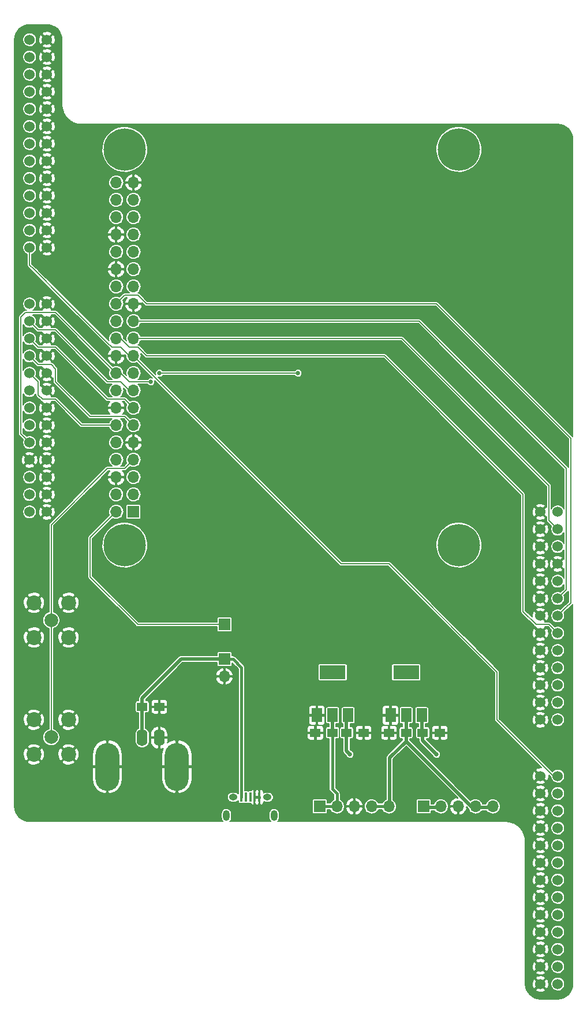
<source format=gbr>
G04 #@! TF.GenerationSoftware,KiCad,Pcbnew,(2017-06-14 revision cf083a20c)-makepkg*
G04 #@! TF.CreationDate,2017-07-19T11:09:17+02:00*
G04 #@! TF.ProjectId,dds_pi,6464735F70692E6B696361645F706362,1.0*
G04 #@! TF.SameCoordinates,Original
G04 #@! TF.FileFunction,Copper,L1,Top,Signal*
G04 #@! TF.FilePolarity,Positive*
%FSLAX46Y46*%
G04 Gerber Fmt 4.6, Leading zero omitted, Abs format (unit mm)*
G04 Created by KiCad (PCBNEW (2017-06-14 revision cf083a20c)-makepkg) date 07/19/17 11:09:17*
%MOMM*%
%LPD*%
G01*
G04 APERTURE LIST*
%ADD10C,0.150000*%
%ADD11C,1.524000*%
%ADD12C,6.200000*%
%ADD13O,1.700000X1.700000*%
%ADD14R,1.700000X1.700000*%
%ADD15C,2.000000*%
%ADD16C,2.200000*%
%ADD17R,1.500000X1.250000*%
%ADD18O,1.600200X2.499360*%
%ADD19O,3.500120X7.000240*%
%ADD20O,1.000000X1.550000*%
%ADD21O,1.250000X0.950000*%
%ADD22R,0.400000X1.350000*%
%ADD23R,1.500000X2.000000*%
%ADD24R,3.800000X2.000000*%
%ADD25C,0.660400*%
%ADD26C,0.177800*%
%ADD27C,0.457200*%
%ADD28C,0.508000*%
G04 APERTURE END LIST*
D10*
D11*
X138430000Y-177800000D03*
X135890000Y-177800000D03*
X138430000Y-175260000D03*
X135890000Y-175260000D03*
X138430000Y-172720000D03*
X135890000Y-172720000D03*
X138430000Y-170180000D03*
X135890000Y-170180000D03*
X138430000Y-167640000D03*
X135890000Y-167640000D03*
X138430000Y-165100000D03*
X135890000Y-165100000D03*
X138430000Y-162560000D03*
X135890000Y-162560000D03*
X138430000Y-160020000D03*
X135890000Y-160020000D03*
X138430000Y-157480000D03*
X135890000Y-157480000D03*
X138430000Y-154940000D03*
X135890000Y-154940000D03*
X138430000Y-152400000D03*
X135890000Y-152400000D03*
X138430000Y-149860000D03*
X135890000Y-149860000D03*
X138430000Y-147320000D03*
X135890000Y-147320000D03*
X135890000Y-108585000D03*
X138430000Y-108585000D03*
X135890000Y-111125000D03*
X138430000Y-111125000D03*
X135890000Y-113665000D03*
X138430000Y-113665000D03*
X135890000Y-116205000D03*
X138430000Y-116205000D03*
X135890000Y-118745000D03*
X138430000Y-118745000D03*
X135890000Y-121285000D03*
X138430000Y-121285000D03*
X135890000Y-123825000D03*
X138430000Y-123825000D03*
X135890000Y-126365000D03*
X138430000Y-126365000D03*
X135890000Y-128905000D03*
X138430000Y-128905000D03*
X135890000Y-131445000D03*
X138430000Y-131445000D03*
X135890000Y-133985000D03*
X138430000Y-133985000D03*
X135890000Y-136525000D03*
X138430000Y-136525000D03*
X135890000Y-139065000D03*
X138430000Y-139065000D03*
X60960000Y-39370000D03*
X63500000Y-39370000D03*
X60960000Y-41910000D03*
X63500000Y-41910000D03*
X60960000Y-44450000D03*
X63500000Y-44450000D03*
X60960000Y-46990000D03*
X63500000Y-46990000D03*
X60960000Y-49530000D03*
X63500000Y-49530000D03*
X60960000Y-52070000D03*
X63500000Y-52070000D03*
X60960000Y-54610000D03*
X63500000Y-54610000D03*
X60960000Y-57150000D03*
X63500000Y-57150000D03*
X60960000Y-59690000D03*
X63500000Y-59690000D03*
X60960000Y-62230000D03*
X63500000Y-62230000D03*
X60960000Y-64770000D03*
X63500000Y-64770000D03*
X60960000Y-67310000D03*
X63500000Y-67310000D03*
X60960000Y-69850000D03*
X63500000Y-69850000D03*
X63500000Y-108585000D03*
X60960000Y-108585000D03*
X63500000Y-106045000D03*
X60960000Y-106045000D03*
X63500000Y-103505000D03*
X60960000Y-103505000D03*
X63500000Y-100965000D03*
X60960000Y-100965000D03*
X63500000Y-98425000D03*
X60960000Y-98425000D03*
X63500000Y-95885000D03*
X60960000Y-95885000D03*
X63500000Y-93345000D03*
X60960000Y-93345000D03*
X63500000Y-90805000D03*
X60960000Y-90805000D03*
X63500000Y-88265000D03*
X60960000Y-88265000D03*
X63500000Y-85725000D03*
X60960000Y-85725000D03*
X63500000Y-83185000D03*
X60960000Y-83185000D03*
X63500000Y-80645000D03*
X60960000Y-80645000D03*
X63500000Y-78105000D03*
X60960000Y-78105000D03*
D12*
X123930000Y-55455000D03*
X123930000Y-113455000D03*
X74930000Y-113455000D03*
X74930000Y-55455000D03*
D13*
X73660000Y-60325000D03*
X76200000Y-60325000D03*
X73660000Y-62865000D03*
X76200000Y-62865000D03*
X73660000Y-65405000D03*
X76200000Y-65405000D03*
X73660000Y-67945000D03*
X76200000Y-67945000D03*
X73660000Y-70485000D03*
X76200000Y-70485000D03*
X73660000Y-73025000D03*
X76200000Y-73025000D03*
X73660000Y-75565000D03*
X76200000Y-75565000D03*
X73660000Y-78105000D03*
X76200000Y-78105000D03*
X73660000Y-80645000D03*
X76200000Y-80645000D03*
X73660000Y-83185000D03*
X76200000Y-83185000D03*
X73660000Y-85725000D03*
X76200000Y-85725000D03*
X73660000Y-88265000D03*
X76200000Y-88265000D03*
X73660000Y-90805000D03*
X76200000Y-90805000D03*
X73660000Y-93345000D03*
X76200000Y-93345000D03*
X73660000Y-95885000D03*
X76200000Y-95885000D03*
X73660000Y-98425000D03*
X76200000Y-98425000D03*
X73660000Y-100965000D03*
X76200000Y-100965000D03*
X73660000Y-103505000D03*
X76200000Y-103505000D03*
X73660000Y-106045000D03*
X76200000Y-106045000D03*
X73660000Y-108585000D03*
D14*
X76200000Y-108585000D03*
D15*
X64135000Y-124460000D03*
D16*
X66675000Y-127000000D03*
X66675000Y-121920000D03*
X61595000Y-121920000D03*
X61595000Y-127000000D03*
D17*
X79990000Y-137160000D03*
X77490000Y-137160000D03*
X109962000Y-140970000D03*
X107462000Y-140970000D03*
X118638000Y-140970000D03*
X121138000Y-140970000D03*
X105390000Y-140970000D03*
X102890000Y-140970000D03*
X113685000Y-140970000D03*
X116185000Y-140970000D03*
D18*
X79969360Y-141683740D03*
X77470000Y-141683740D03*
D19*
X72369680Y-145948400D03*
X82567780Y-145948400D03*
D20*
X96845000Y-153115000D03*
X89845000Y-153115000D03*
D21*
X95845000Y-150415000D03*
X90845000Y-150415000D03*
D22*
X94645000Y-150415000D03*
X93995000Y-150415000D03*
X93345000Y-150415000D03*
X92695000Y-150415000D03*
X92045000Y-150415000D03*
D15*
X64135000Y-141605000D03*
D16*
X66675000Y-144145000D03*
X66675000Y-139065000D03*
X61595000Y-139065000D03*
X61595000Y-144145000D03*
D13*
X89535000Y-132715000D03*
D14*
X89535000Y-130175000D03*
D13*
X113665000Y-151765000D03*
X111125000Y-151765000D03*
X108585000Y-151765000D03*
X106045000Y-151765000D03*
D14*
X103505000Y-151765000D03*
X118745000Y-151765000D03*
D13*
X121285000Y-151765000D03*
X123825000Y-151765000D03*
X126365000Y-151765000D03*
X128905000Y-151765000D03*
D14*
X89535000Y-125095000D03*
D23*
X103110000Y-138405000D03*
X107710000Y-138405000D03*
X105410000Y-138405000D03*
D24*
X105410000Y-132105000D03*
X116205000Y-132105000D03*
D23*
X116205000Y-138405000D03*
X118505000Y-138405000D03*
X113905000Y-138405000D03*
D25*
X100330000Y-88265000D03*
X80010000Y-88265000D03*
X78740000Y-89535000D03*
X107950000Y-144145000D03*
X120650000Y-144145000D03*
D26*
X93995000Y-149860000D02*
X93980000Y-149860000D01*
X94645000Y-149830000D02*
X94615000Y-149860000D01*
X140335000Y-97790000D02*
X120650000Y-78105000D01*
X78105000Y-78105000D02*
X76835000Y-76835000D01*
X120650000Y-78105000D02*
X78105000Y-78105000D01*
X138430000Y-123825000D02*
X139700000Y-122555000D01*
X139700000Y-122555000D02*
X140335000Y-121920000D01*
X140335000Y-121920000D02*
X140335000Y-97790000D01*
X76835000Y-76835000D02*
X74930000Y-76835000D01*
X74930000Y-76835000D02*
X73660000Y-78105000D01*
X138430000Y-123825000D02*
X139065000Y-123825000D01*
X118110000Y-80645000D02*
X125730000Y-88265000D01*
X125730000Y-88265000D02*
X139700000Y-102235000D01*
X76200000Y-80645000D02*
X118110000Y-80645000D01*
X139700000Y-102235000D02*
X139700000Y-113030000D01*
X138430000Y-121285000D02*
X139700000Y-120015000D01*
X139700000Y-120015000D02*
X139700000Y-113030000D01*
X73660000Y-83185000D02*
X74295000Y-83185000D01*
X74295000Y-83185000D02*
X75565000Y-84455000D01*
X133350000Y-123190000D02*
X135255000Y-125095000D01*
X133350000Y-106045000D02*
X133350000Y-123190000D01*
X113030000Y-85725000D02*
X133350000Y-106045000D01*
X78105000Y-85725000D02*
X113030000Y-85725000D01*
X76835000Y-84455000D02*
X78105000Y-85725000D01*
X75565000Y-84455000D02*
X76835000Y-84455000D01*
X138430000Y-126365000D02*
X137160000Y-125095000D01*
X135255000Y-125095000D02*
X137160000Y-125095000D01*
X138430000Y-111125000D02*
X137160000Y-109855000D01*
X115570000Y-83185000D02*
X76200000Y-83185000D01*
X137160000Y-104775000D02*
X115570000Y-83185000D01*
X137160000Y-109855000D02*
X137160000Y-104775000D01*
X60960000Y-106045000D02*
X60325000Y-106045000D01*
X129540000Y-139065000D02*
X129540000Y-132080000D01*
X113665000Y-116205000D02*
X106680000Y-116205000D01*
X129540000Y-132080000D02*
X113665000Y-116205000D01*
X76200000Y-85725000D02*
X82550000Y-92075000D01*
X97790000Y-107315000D02*
X106680000Y-116205000D01*
X82550000Y-92075000D02*
X97790000Y-107315000D01*
X129540000Y-139065000D02*
X130810000Y-140335000D01*
X130810000Y-140335000D02*
X135255000Y-144780000D01*
X135255000Y-144780000D02*
X136525000Y-146050000D01*
X136525000Y-146050000D02*
X137795000Y-147320000D01*
X137795000Y-147320000D02*
X138430000Y-147320000D01*
X72390000Y-83820000D02*
X66040000Y-77470000D01*
X60960000Y-72390000D02*
X60960000Y-69850000D01*
X61595000Y-73025000D02*
X60960000Y-72390000D01*
X66040000Y-77470000D02*
X61595000Y-73025000D01*
X76200000Y-85725000D02*
X75565000Y-85725000D01*
X75565000Y-85725000D02*
X74295000Y-84455000D01*
X74295000Y-84455000D02*
X73025000Y-84455000D01*
X73025000Y-84455000D02*
X72390000Y-83820000D01*
X138430000Y-147320000D02*
X138430000Y-146685000D01*
X73660000Y-88265000D02*
X74295000Y-88265000D01*
X74295000Y-88265000D02*
X75565000Y-89535000D01*
X91440000Y-88265000D02*
X100330000Y-88265000D01*
X80010000Y-88265000D02*
X91440000Y-88265000D01*
X75565000Y-89535000D02*
X78740000Y-89535000D01*
X60960000Y-98425000D02*
X59690000Y-97155000D01*
X64770000Y-79375000D02*
X73660000Y-88265000D01*
X60325000Y-79375000D02*
X64770000Y-79375000D01*
X59690000Y-80010000D02*
X60325000Y-79375000D01*
X59690000Y-97155000D02*
X59690000Y-80010000D01*
X62230000Y-89535000D02*
X62230000Y-91440000D01*
X62865000Y-92075000D02*
X64770000Y-92075000D01*
X62230000Y-91440000D02*
X62865000Y-92075000D01*
X60960000Y-88265000D02*
X62230000Y-89535000D01*
X68580000Y-95885000D02*
X73660000Y-95885000D01*
X64770000Y-92075000D02*
X68580000Y-95885000D01*
X60960000Y-85725000D02*
X62230000Y-86995000D01*
X74930000Y-94615000D02*
X76200000Y-95885000D01*
X69850000Y-94615000D02*
X74930000Y-94615000D01*
X64770000Y-89535000D02*
X69850000Y-94615000D01*
X64770000Y-87630000D02*
X64770000Y-89535000D01*
X64135000Y-86995000D02*
X64770000Y-87630000D01*
X62230000Y-86995000D02*
X64135000Y-86995000D01*
X60960000Y-83185000D02*
X62230000Y-84455000D01*
X74930000Y-92075000D02*
X76200000Y-93345000D01*
X72390000Y-92075000D02*
X74930000Y-92075000D01*
X64770000Y-84455000D02*
X72390000Y-92075000D01*
X62230000Y-84455000D02*
X64770000Y-84455000D01*
X76200000Y-90805000D02*
X75565000Y-90805000D01*
X75565000Y-90805000D02*
X74295000Y-89535000D01*
X62230000Y-81915000D02*
X60960000Y-80645000D01*
X64770000Y-81915000D02*
X62230000Y-81915000D01*
X72390000Y-89535000D02*
X64770000Y-81915000D01*
X74295000Y-89535000D02*
X72390000Y-89535000D01*
X89535000Y-125095000D02*
X76835000Y-125095000D01*
X69850000Y-112395000D02*
X73660000Y-108585000D01*
X69850000Y-118110000D02*
X69850000Y-112395000D01*
X76835000Y-125095000D02*
X69850000Y-118110000D01*
D27*
X92045000Y-150415000D02*
X92045000Y-131415000D01*
X92045000Y-131415000D02*
X90805000Y-130175000D01*
X90805000Y-130175000D02*
X89535000Y-130175000D01*
X92045000Y-131415000D02*
X91440000Y-130810000D01*
D28*
X107462000Y-140970000D02*
X107462000Y-143657000D01*
X107462000Y-143657000D02*
X107950000Y-144145000D01*
X118638000Y-142133000D02*
X118638000Y-140970000D01*
X120650000Y-144145000D02*
X118638000Y-142133000D01*
X118505000Y-138405000D02*
X118505000Y-140837000D01*
X118505000Y-140837000D02*
X118638000Y-140970000D01*
X107462000Y-140970000D02*
X107462000Y-138653000D01*
X107462000Y-138653000D02*
X107710000Y-138405000D01*
X89535000Y-130175000D02*
X83185000Y-130175000D01*
X77490000Y-135870000D02*
X77490000Y-137160000D01*
X83185000Y-130175000D02*
X77490000Y-135870000D01*
X77470000Y-141683740D02*
X77470000Y-137180000D01*
X77470000Y-137180000D02*
X77490000Y-137160000D01*
D27*
X106045000Y-151765000D02*
X106045000Y-149860000D01*
X105390000Y-149205000D02*
X105390000Y-140970000D01*
X106045000Y-149860000D02*
X105390000Y-149205000D01*
X106045000Y-151765000D02*
X103505000Y-151765000D01*
D28*
X118618000Y-151892000D02*
X121158000Y-151892000D01*
X105390000Y-140970000D02*
X105390000Y-138425000D01*
X105390000Y-138425000D02*
X105410000Y-138405000D01*
D27*
X113665000Y-151765000D02*
X111125000Y-151765000D01*
D28*
X113792000Y-152146000D02*
X113792000Y-144613000D01*
X113792000Y-144613000D02*
X116185000Y-142220000D01*
X126238000Y-151892000D02*
X125857000Y-151892000D01*
X125857000Y-151892000D02*
X116185000Y-142220000D01*
X116185000Y-142220000D02*
X116185000Y-140970000D01*
X126238000Y-151892000D02*
X128778000Y-151892000D01*
X116185000Y-140970000D02*
X116185000Y-138425000D01*
X116185000Y-138425000D02*
X116205000Y-138405000D01*
D26*
X64135000Y-124460000D02*
X64135000Y-110490000D01*
X74930000Y-102235000D02*
X76200000Y-100965000D01*
X72390000Y-102235000D02*
X74930000Y-102235000D01*
X64135000Y-110490000D02*
X72390000Y-102235000D01*
X64135000Y-141605000D02*
X64135000Y-124460000D01*
G36*
X63926666Y-37215174D02*
X64337084Y-37339086D01*
X64715614Y-37540354D01*
X65047843Y-37811313D01*
X65321114Y-38141642D01*
X65525020Y-38518758D01*
X65651795Y-38928299D01*
X65698300Y-39370765D01*
X65698300Y-48895000D01*
X65698306Y-48895059D01*
X65698302Y-48896195D01*
X65698364Y-48913927D01*
X65699872Y-48928774D01*
X65699768Y-48943701D01*
X65700234Y-48948449D01*
X65752051Y-49441456D01*
X65758269Y-49471747D01*
X65764081Y-49502214D01*
X65765460Y-49506782D01*
X65912050Y-49980334D01*
X65924037Y-50008849D01*
X65935652Y-50037598D01*
X65937892Y-50041811D01*
X66173669Y-50477871D01*
X66190989Y-50503548D01*
X66207945Y-50529460D01*
X66210960Y-50533157D01*
X66526944Y-50915117D01*
X66548886Y-50936906D01*
X66570588Y-50959068D01*
X66574265Y-50962109D01*
X66958421Y-51275419D01*
X66984208Y-51292552D01*
X67009770Y-51310054D01*
X67013967Y-51312323D01*
X67451662Y-51545050D01*
X67480268Y-51556841D01*
X67508761Y-51569053D01*
X67513319Y-51570463D01*
X67987883Y-51713742D01*
X68018240Y-51719753D01*
X68048556Y-51726197D01*
X68053301Y-51726695D01*
X68546656Y-51775069D01*
X68560983Y-51775069D01*
X68575229Y-51776667D01*
X68580000Y-51776700D01*
X138413290Y-51776700D01*
X138856666Y-51820174D01*
X139267084Y-51944086D01*
X139645614Y-52145354D01*
X139977843Y-52416313D01*
X140251114Y-52746642D01*
X140455020Y-53123758D01*
X140581795Y-53533299D01*
X140628300Y-53975765D01*
X140628300Y-97589674D01*
X140610421Y-97567752D01*
X140589933Y-97542088D01*
X140587367Y-97539486D01*
X140587323Y-97539432D01*
X140587273Y-97539391D01*
X140586447Y-97538553D01*
X120901447Y-77853553D01*
X120876007Y-77832656D01*
X120850902Y-77811590D01*
X120849270Y-77810692D01*
X120847819Y-77809501D01*
X120818827Y-77793956D01*
X120790086Y-77778155D01*
X120788302Y-77777589D01*
X120786655Y-77776706D01*
X120755208Y-77767092D01*
X120723933Y-77757171D01*
X120722080Y-77756963D01*
X120720287Y-77756415D01*
X120687542Y-77753089D01*
X120654965Y-77749435D01*
X120651312Y-77749409D01*
X120651241Y-77749402D01*
X120651175Y-77749408D01*
X120650000Y-77749400D01*
X78252294Y-77749400D01*
X77086447Y-76583553D01*
X77061007Y-76562656D01*
X77035902Y-76541590D01*
X77034270Y-76540692D01*
X77032819Y-76539501D01*
X77003827Y-76523956D01*
X76975086Y-76508155D01*
X76973302Y-76507589D01*
X76971655Y-76506706D01*
X76940208Y-76497092D01*
X76908933Y-76487171D01*
X76907080Y-76486963D01*
X76905287Y-76486415D01*
X76872542Y-76483089D01*
X76842291Y-76479696D01*
X76992268Y-76357378D01*
X77131189Y-76189451D01*
X77234848Y-75997739D01*
X77299295Y-75789544D01*
X77322076Y-75572796D01*
X77302323Y-75355751D01*
X77240789Y-75146677D01*
X77139818Y-74953536D01*
X77003255Y-74783686D01*
X76836302Y-74643596D01*
X76645318Y-74538602D01*
X76437578Y-74472703D01*
X76220995Y-74448409D01*
X76205403Y-74448300D01*
X76194597Y-74448300D01*
X75977695Y-74469567D01*
X75769056Y-74532559D01*
X75576625Y-74634877D01*
X75407732Y-74772622D01*
X75268811Y-74940549D01*
X75165152Y-75132261D01*
X75100705Y-75340456D01*
X75077924Y-75557204D01*
X75097677Y-75774249D01*
X75159211Y-75983323D01*
X75260182Y-76176464D01*
X75396745Y-76346314D01*
X75555351Y-76479400D01*
X74930000Y-76479400D01*
X74897232Y-76482613D01*
X74864587Y-76485469D01*
X74862797Y-76485989D01*
X74860930Y-76486172D01*
X74829436Y-76495681D01*
X74797941Y-76504830D01*
X74796281Y-76505691D01*
X74794491Y-76506231D01*
X74765481Y-76521656D01*
X74736326Y-76536769D01*
X74734866Y-76537935D01*
X74733214Y-76538813D01*
X74707752Y-76559579D01*
X74682088Y-76580067D01*
X74679486Y-76582633D01*
X74679432Y-76582677D01*
X74679391Y-76582727D01*
X74678553Y-76583553D01*
X74155769Y-77106337D01*
X74105318Y-77078602D01*
X73897578Y-77012703D01*
X73680995Y-76988409D01*
X73665403Y-76988300D01*
X73654597Y-76988300D01*
X73437695Y-77009567D01*
X73229056Y-77072559D01*
X73036625Y-77174877D01*
X72867732Y-77312622D01*
X72728811Y-77480549D01*
X72625152Y-77672261D01*
X72560705Y-77880456D01*
X72537924Y-78097204D01*
X72557677Y-78314249D01*
X72619211Y-78523323D01*
X72720182Y-78716464D01*
X72856745Y-78886314D01*
X73023698Y-79026404D01*
X73214682Y-79131398D01*
X73422422Y-79197297D01*
X73639005Y-79221591D01*
X73654597Y-79221700D01*
X73665403Y-79221700D01*
X73882305Y-79200433D01*
X74090944Y-79137441D01*
X74283375Y-79035123D01*
X74452268Y-78897378D01*
X74591189Y-78729451D01*
X74694848Y-78537739D01*
X74734013Y-78411214D01*
X74916112Y-78411214D01*
X74962358Y-78563684D01*
X75075624Y-78796322D01*
X75232099Y-79002393D01*
X75425770Y-79173978D01*
X75649194Y-79304483D01*
X75893785Y-79388892D01*
X76098400Y-79303513D01*
X76098400Y-78206600D01*
X76301600Y-78206600D01*
X76301600Y-79303513D01*
X76506215Y-79388892D01*
X76750806Y-79304483D01*
X76974230Y-79173978D01*
X77167901Y-79002393D01*
X77324376Y-78796322D01*
X77437642Y-78563684D01*
X77483888Y-78411214D01*
X77398125Y-78206600D01*
X76301600Y-78206600D01*
X76098400Y-78206600D01*
X75001875Y-78206600D01*
X74916112Y-78411214D01*
X74734013Y-78411214D01*
X74759295Y-78329544D01*
X74782076Y-78112796D01*
X74762323Y-77895751D01*
X74700789Y-77686677D01*
X74659739Y-77608155D01*
X75077294Y-77190600D01*
X75251295Y-77190600D01*
X75232099Y-77207607D01*
X75075624Y-77413678D01*
X74962358Y-77646316D01*
X74916112Y-77798786D01*
X75001875Y-78003400D01*
X76098400Y-78003400D01*
X76098400Y-77983400D01*
X76301600Y-77983400D01*
X76301600Y-78003400D01*
X77398125Y-78003400D01*
X77428363Y-77931257D01*
X77853553Y-78356447D01*
X77878966Y-78377322D01*
X77904098Y-78398410D01*
X77905734Y-78399309D01*
X77907181Y-78400498D01*
X77936153Y-78416033D01*
X77964914Y-78431845D01*
X77966696Y-78432410D01*
X77968344Y-78433294D01*
X77999764Y-78442900D01*
X78031067Y-78452829D01*
X78032925Y-78453037D01*
X78034713Y-78453584D01*
X78067364Y-78456900D01*
X78100035Y-78460565D01*
X78103698Y-78460591D01*
X78103759Y-78460597D01*
X78103816Y-78460592D01*
X78105000Y-78460600D01*
X120502706Y-78460600D01*
X139979400Y-97937294D01*
X139979400Y-102017631D01*
X139975398Y-102012725D01*
X139954933Y-101987088D01*
X139952363Y-101984482D01*
X139952323Y-101984432D01*
X139952277Y-101984394D01*
X139951447Y-101983552D01*
X125981447Y-88013553D01*
X118361447Y-80393553D01*
X118336007Y-80372656D01*
X118310902Y-80351590D01*
X118309270Y-80350692D01*
X118307819Y-80349501D01*
X118278827Y-80333956D01*
X118250086Y-80318155D01*
X118248302Y-80317589D01*
X118246655Y-80316706D01*
X118215208Y-80307092D01*
X118183933Y-80297171D01*
X118182080Y-80296963D01*
X118180287Y-80296415D01*
X118147542Y-80293089D01*
X118114965Y-80289435D01*
X118111312Y-80289409D01*
X118111241Y-80289402D01*
X118111175Y-80289408D01*
X118110000Y-80289400D01*
X77259249Y-80289400D01*
X77240789Y-80226677D01*
X77139818Y-80033536D01*
X77003255Y-79863686D01*
X76836302Y-79723596D01*
X76645318Y-79618602D01*
X76437578Y-79552703D01*
X76220995Y-79528409D01*
X76205403Y-79528300D01*
X76194597Y-79528300D01*
X75977695Y-79549567D01*
X75769056Y-79612559D01*
X75576625Y-79714877D01*
X75407732Y-79852622D01*
X75268811Y-80020549D01*
X75165152Y-80212261D01*
X75100705Y-80420456D01*
X75077924Y-80637204D01*
X75097677Y-80854249D01*
X75159211Y-81063323D01*
X75260182Y-81256464D01*
X75396745Y-81426314D01*
X75563698Y-81566404D01*
X75754682Y-81671398D01*
X75962422Y-81737297D01*
X76179005Y-81761591D01*
X76194597Y-81761700D01*
X76205403Y-81761700D01*
X76422305Y-81740433D01*
X76630944Y-81677441D01*
X76823375Y-81575123D01*
X76992268Y-81437378D01*
X77131189Y-81269451D01*
X77234848Y-81077739D01*
X77258726Y-81000600D01*
X117962706Y-81000600D01*
X125478553Y-88516447D01*
X139344400Y-102382295D01*
X139344400Y-108103884D01*
X139342683Y-108099718D01*
X139231042Y-107931686D01*
X139088891Y-107788538D01*
X138921642Y-107675728D01*
X138735667Y-107597551D01*
X138538049Y-107556986D01*
X138336315Y-107555577D01*
X138138150Y-107593379D01*
X137951102Y-107668952D01*
X137782294Y-107779416D01*
X137638157Y-107920565D01*
X137524182Y-108087022D01*
X137515600Y-108107045D01*
X137515600Y-104775000D01*
X137512392Y-104742278D01*
X137509532Y-104709587D01*
X137509011Y-104707792D01*
X137508828Y-104705930D01*
X137499328Y-104674464D01*
X137490170Y-104642942D01*
X137489310Y-104641283D01*
X137488769Y-104639491D01*
X137473334Y-104610463D01*
X137458231Y-104581326D01*
X137457065Y-104579866D01*
X137456187Y-104578214D01*
X137435421Y-104552752D01*
X137414933Y-104527088D01*
X137412367Y-104524486D01*
X137412323Y-104524432D01*
X137412273Y-104524391D01*
X137411447Y-104523553D01*
X115821447Y-82933553D01*
X115796007Y-82912656D01*
X115770902Y-82891590D01*
X115769270Y-82890692D01*
X115767819Y-82889501D01*
X115738827Y-82873956D01*
X115710086Y-82858155D01*
X115708302Y-82857589D01*
X115706655Y-82856706D01*
X115675208Y-82847092D01*
X115643933Y-82837171D01*
X115642080Y-82836963D01*
X115640287Y-82836415D01*
X115607542Y-82833089D01*
X115574965Y-82829435D01*
X115571312Y-82829409D01*
X115571241Y-82829402D01*
X115571175Y-82829408D01*
X115570000Y-82829400D01*
X77259249Y-82829400D01*
X77240789Y-82766677D01*
X77139818Y-82573536D01*
X77003255Y-82403686D01*
X76836302Y-82263596D01*
X76645318Y-82158602D01*
X76437578Y-82092703D01*
X76220995Y-82068409D01*
X76205403Y-82068300D01*
X76194597Y-82068300D01*
X75977695Y-82089567D01*
X75769056Y-82152559D01*
X75576625Y-82254877D01*
X75407732Y-82392622D01*
X75268811Y-82560549D01*
X75165152Y-82752261D01*
X75100705Y-82960456D01*
X75077924Y-83177204D01*
X75097677Y-83394249D01*
X75135436Y-83522542D01*
X74779712Y-83166818D01*
X74762323Y-82975751D01*
X74700789Y-82766677D01*
X74599818Y-82573536D01*
X74463255Y-82403686D01*
X74296302Y-82263596D01*
X74105318Y-82158602D01*
X73897578Y-82092703D01*
X73680995Y-82068409D01*
X73665403Y-82068300D01*
X73654597Y-82068300D01*
X73437695Y-82089567D01*
X73229056Y-82152559D01*
X73036625Y-82254877D01*
X72867732Y-82392622D01*
X72728811Y-82560549D01*
X72625152Y-82752261D01*
X72560705Y-82960456D01*
X72537924Y-83177204D01*
X72557677Y-83394249D01*
X72595436Y-83522542D01*
X69710098Y-80637204D01*
X72537924Y-80637204D01*
X72557677Y-80854249D01*
X72619211Y-81063323D01*
X72720182Y-81256464D01*
X72856745Y-81426314D01*
X73023698Y-81566404D01*
X73214682Y-81671398D01*
X73422422Y-81737297D01*
X73639005Y-81761591D01*
X73654597Y-81761700D01*
X73665403Y-81761700D01*
X73882305Y-81740433D01*
X74090944Y-81677441D01*
X74283375Y-81575123D01*
X74452268Y-81437378D01*
X74591189Y-81269451D01*
X74694848Y-81077739D01*
X74759295Y-80869544D01*
X74782076Y-80652796D01*
X74762323Y-80435751D01*
X74700789Y-80226677D01*
X74599818Y-80033536D01*
X74463255Y-79863686D01*
X74296302Y-79723596D01*
X74105318Y-79618602D01*
X73897578Y-79552703D01*
X73680995Y-79528409D01*
X73665403Y-79528300D01*
X73654597Y-79528300D01*
X73437695Y-79549567D01*
X73229056Y-79612559D01*
X73036625Y-79714877D01*
X72867732Y-79852622D01*
X72728811Y-80020549D01*
X72625152Y-80212261D01*
X72560705Y-80420456D01*
X72537924Y-80637204D01*
X69710098Y-80637204D01*
X64630098Y-75557204D01*
X72537924Y-75557204D01*
X72557677Y-75774249D01*
X72619211Y-75983323D01*
X72720182Y-76176464D01*
X72856745Y-76346314D01*
X73023698Y-76486404D01*
X73214682Y-76591398D01*
X73422422Y-76657297D01*
X73639005Y-76681591D01*
X73654597Y-76681700D01*
X73665403Y-76681700D01*
X73882305Y-76660433D01*
X74090944Y-76597441D01*
X74283375Y-76495123D01*
X74452268Y-76357378D01*
X74591189Y-76189451D01*
X74694848Y-75997739D01*
X74759295Y-75789544D01*
X74782076Y-75572796D01*
X74762323Y-75355751D01*
X74700789Y-75146677D01*
X74599818Y-74953536D01*
X74463255Y-74783686D01*
X74296302Y-74643596D01*
X74105318Y-74538602D01*
X73897578Y-74472703D01*
X73680995Y-74448409D01*
X73665403Y-74448300D01*
X73654597Y-74448300D01*
X73437695Y-74469567D01*
X73229056Y-74532559D01*
X73036625Y-74634877D01*
X72867732Y-74772622D01*
X72728811Y-74940549D01*
X72625152Y-75132261D01*
X72560705Y-75340456D01*
X72537924Y-75557204D01*
X64630098Y-75557204D01*
X62404108Y-73331214D01*
X72376112Y-73331214D01*
X72422358Y-73483684D01*
X72535624Y-73716322D01*
X72692099Y-73922393D01*
X72885770Y-74093978D01*
X73109194Y-74224483D01*
X73353785Y-74308892D01*
X73558400Y-74223513D01*
X73558400Y-73126600D01*
X73761600Y-73126600D01*
X73761600Y-74223513D01*
X73966215Y-74308892D01*
X74210806Y-74224483D01*
X74434230Y-74093978D01*
X74627901Y-73922393D01*
X74784376Y-73716322D01*
X74897642Y-73483684D01*
X74943888Y-73331214D01*
X74858125Y-73126600D01*
X73761600Y-73126600D01*
X73558400Y-73126600D01*
X72461875Y-73126600D01*
X72376112Y-73331214D01*
X62404108Y-73331214D01*
X62090098Y-73017204D01*
X75077924Y-73017204D01*
X75097677Y-73234249D01*
X75159211Y-73443323D01*
X75260182Y-73636464D01*
X75396745Y-73806314D01*
X75563698Y-73946404D01*
X75754682Y-74051398D01*
X75962422Y-74117297D01*
X76179005Y-74141591D01*
X76194597Y-74141700D01*
X76205403Y-74141700D01*
X76422305Y-74120433D01*
X76630944Y-74057441D01*
X76823375Y-73955123D01*
X76992268Y-73817378D01*
X77131189Y-73649451D01*
X77234848Y-73457739D01*
X77299295Y-73249544D01*
X77322076Y-73032796D01*
X77302323Y-72815751D01*
X77240789Y-72606677D01*
X77139818Y-72413536D01*
X77003255Y-72243686D01*
X76836302Y-72103596D01*
X76645318Y-71998602D01*
X76437578Y-71932703D01*
X76220995Y-71908409D01*
X76205403Y-71908300D01*
X76194597Y-71908300D01*
X75977695Y-71929567D01*
X75769056Y-71992559D01*
X75576625Y-72094877D01*
X75407732Y-72232622D01*
X75268811Y-72400549D01*
X75165152Y-72592261D01*
X75100705Y-72800456D01*
X75077924Y-73017204D01*
X62090098Y-73017204D01*
X61791680Y-72718786D01*
X72376112Y-72718786D01*
X72461875Y-72923400D01*
X73558400Y-72923400D01*
X73558400Y-71826487D01*
X73761600Y-71826487D01*
X73761600Y-72923400D01*
X74858125Y-72923400D01*
X74943888Y-72718786D01*
X74897642Y-72566316D01*
X74784376Y-72333678D01*
X74627901Y-72127607D01*
X74434230Y-71956022D01*
X74210806Y-71825517D01*
X73966215Y-71741108D01*
X73761600Y-71826487D01*
X73558400Y-71826487D01*
X73353785Y-71741108D01*
X73109194Y-71825517D01*
X72885770Y-71956022D01*
X72692099Y-72127607D01*
X72535624Y-72333678D01*
X72422358Y-72566316D01*
X72376112Y-72718786D01*
X61791680Y-72718786D01*
X61315600Y-72242706D01*
X61315600Y-70815491D01*
X61426062Y-70772645D01*
X61523497Y-70710811D01*
X62782874Y-70710811D01*
X62857055Y-70907791D01*
X63075773Y-71012899D01*
X63310795Y-71073316D01*
X63553087Y-71086722D01*
X63793340Y-71052602D01*
X64022320Y-70972266D01*
X64142945Y-70907791D01*
X64217126Y-70710811D01*
X63500000Y-69993684D01*
X62782874Y-70710811D01*
X61523497Y-70710811D01*
X61596395Y-70664549D01*
X61742488Y-70525426D01*
X61858777Y-70360576D01*
X61940831Y-70176279D01*
X61985526Y-69979554D01*
X61986593Y-69903087D01*
X62263278Y-69903087D01*
X62297398Y-70143340D01*
X62377734Y-70372320D01*
X62442209Y-70492945D01*
X62639189Y-70567126D01*
X63356316Y-69850000D01*
X63643684Y-69850000D01*
X64360811Y-70567126D01*
X64557791Y-70492945D01*
X64565355Y-70477204D01*
X72537924Y-70477204D01*
X72557677Y-70694249D01*
X72619211Y-70903323D01*
X72720182Y-71096464D01*
X72856745Y-71266314D01*
X73023698Y-71406404D01*
X73214682Y-71511398D01*
X73422422Y-71577297D01*
X73639005Y-71601591D01*
X73654597Y-71601700D01*
X73665403Y-71601700D01*
X73882305Y-71580433D01*
X74090944Y-71517441D01*
X74283375Y-71415123D01*
X74452268Y-71277378D01*
X74591189Y-71109451D01*
X74694848Y-70917739D01*
X74759295Y-70709544D01*
X74782076Y-70492796D01*
X74780657Y-70477204D01*
X75077924Y-70477204D01*
X75097677Y-70694249D01*
X75159211Y-70903323D01*
X75260182Y-71096464D01*
X75396745Y-71266314D01*
X75563698Y-71406404D01*
X75754682Y-71511398D01*
X75962422Y-71577297D01*
X76179005Y-71601591D01*
X76194597Y-71601700D01*
X76205403Y-71601700D01*
X76422305Y-71580433D01*
X76630944Y-71517441D01*
X76823375Y-71415123D01*
X76992268Y-71277378D01*
X77131189Y-71109451D01*
X77234848Y-70917739D01*
X77299295Y-70709544D01*
X77322076Y-70492796D01*
X77302323Y-70275751D01*
X77240789Y-70066677D01*
X77139818Y-69873536D01*
X77003255Y-69703686D01*
X76836302Y-69563596D01*
X76645318Y-69458602D01*
X76437578Y-69392703D01*
X76220995Y-69368409D01*
X76205403Y-69368300D01*
X76194597Y-69368300D01*
X75977695Y-69389567D01*
X75769056Y-69452559D01*
X75576625Y-69554877D01*
X75407732Y-69692622D01*
X75268811Y-69860549D01*
X75165152Y-70052261D01*
X75100705Y-70260456D01*
X75077924Y-70477204D01*
X74780657Y-70477204D01*
X74762323Y-70275751D01*
X74700789Y-70066677D01*
X74599818Y-69873536D01*
X74463255Y-69703686D01*
X74296302Y-69563596D01*
X74105318Y-69458602D01*
X73897578Y-69392703D01*
X73680995Y-69368409D01*
X73665403Y-69368300D01*
X73654597Y-69368300D01*
X73437695Y-69389567D01*
X73229056Y-69452559D01*
X73036625Y-69554877D01*
X72867732Y-69692622D01*
X72728811Y-69860549D01*
X72625152Y-70052261D01*
X72560705Y-70260456D01*
X72537924Y-70477204D01*
X64565355Y-70477204D01*
X64662899Y-70274227D01*
X64723316Y-70039205D01*
X64736722Y-69796913D01*
X64702602Y-69556660D01*
X64622266Y-69327680D01*
X64557791Y-69207055D01*
X64360811Y-69132874D01*
X63643684Y-69850000D01*
X63356316Y-69850000D01*
X62639189Y-69132874D01*
X62442209Y-69207055D01*
X62337101Y-69425773D01*
X62276684Y-69660795D01*
X62263278Y-69903087D01*
X61986593Y-69903087D01*
X61988744Y-69749131D01*
X61949559Y-69551234D01*
X61872683Y-69364718D01*
X61761042Y-69196686D01*
X61618891Y-69053538D01*
X61523489Y-68989189D01*
X62782874Y-68989189D01*
X63500000Y-69706316D01*
X64217126Y-68989189D01*
X64142945Y-68792209D01*
X63924227Y-68687101D01*
X63689205Y-68626684D01*
X63446913Y-68613278D01*
X63206660Y-68647398D01*
X62977680Y-68727734D01*
X62857055Y-68792209D01*
X62782874Y-68989189D01*
X61523489Y-68989189D01*
X61451642Y-68940728D01*
X61265667Y-68862551D01*
X61068049Y-68821986D01*
X60866315Y-68820577D01*
X60668150Y-68858379D01*
X60481102Y-68933952D01*
X60312294Y-69044416D01*
X60168157Y-69185565D01*
X60054182Y-69352022D01*
X59974709Y-69537447D01*
X59932765Y-69734777D01*
X59929948Y-69936496D01*
X59966366Y-70134920D01*
X60040631Y-70322492D01*
X60149914Y-70492066D01*
X60290053Y-70637185D01*
X60455711Y-70752319D01*
X60604400Y-70817280D01*
X60604400Y-72390000D01*
X60607613Y-72422772D01*
X60610469Y-72455413D01*
X60610989Y-72457203D01*
X60611172Y-72459070D01*
X60620681Y-72490564D01*
X60629830Y-72522059D01*
X60630691Y-72523719D01*
X60631231Y-72525509D01*
X60646656Y-72554519D01*
X60661769Y-72583674D01*
X60662935Y-72585134D01*
X60663813Y-72586786D01*
X60684579Y-72612248D01*
X60705067Y-72637912D01*
X60707633Y-72640514D01*
X60707677Y-72640568D01*
X60707727Y-72640609D01*
X60708553Y-72641447D01*
X72773553Y-84706447D01*
X72798993Y-84727344D01*
X72802215Y-84730048D01*
X72692099Y-84827607D01*
X72535624Y-85033678D01*
X72422358Y-85266316D01*
X72376112Y-85418786D01*
X72461875Y-85623400D01*
X73558400Y-85623400D01*
X73558400Y-85603400D01*
X73761600Y-85603400D01*
X73761600Y-85623400D01*
X74858125Y-85623400D01*
X74888363Y-85551257D01*
X75080288Y-85743182D01*
X75097677Y-85934249D01*
X75159211Y-86143323D01*
X75260182Y-86336464D01*
X75396745Y-86506314D01*
X75563698Y-86646404D01*
X75754682Y-86751398D01*
X75962422Y-86817297D01*
X76179005Y-86841591D01*
X76194597Y-86841700D01*
X76205403Y-86841700D01*
X76422305Y-86820433D01*
X76630944Y-86757441D01*
X76695318Y-86723212D01*
X78946311Y-88974205D01*
X78917362Y-88962036D01*
X78802695Y-88938498D01*
X78685640Y-88937680D01*
X78570655Y-88959615D01*
X78462121Y-89003466D01*
X78364171Y-89067562D01*
X78280536Y-89149464D01*
X78260038Y-89179400D01*
X76842653Y-89179400D01*
X76992268Y-89057378D01*
X77131189Y-88889451D01*
X77234848Y-88697739D01*
X77299295Y-88489544D01*
X77322076Y-88272796D01*
X77302323Y-88055751D01*
X77240789Y-87846677D01*
X77139818Y-87653536D01*
X77003255Y-87483686D01*
X76836302Y-87343596D01*
X76645318Y-87238602D01*
X76437578Y-87172703D01*
X76220995Y-87148409D01*
X76205403Y-87148300D01*
X76194597Y-87148300D01*
X75977695Y-87169567D01*
X75769056Y-87232559D01*
X75576625Y-87334877D01*
X75407732Y-87472622D01*
X75268811Y-87640549D01*
X75165152Y-87832261D01*
X75100705Y-88040456D01*
X75077924Y-88257204D01*
X75097677Y-88474249D01*
X75135436Y-88602542D01*
X74779712Y-88246818D01*
X74762323Y-88055751D01*
X74700789Y-87846677D01*
X74599818Y-87653536D01*
X74463255Y-87483686D01*
X74296302Y-87343596D01*
X74105318Y-87238602D01*
X73897578Y-87172703D01*
X73680995Y-87148409D01*
X73665403Y-87148300D01*
X73654597Y-87148300D01*
X73437695Y-87169567D01*
X73229056Y-87232559D01*
X73164682Y-87266788D01*
X71929108Y-86031214D01*
X72376112Y-86031214D01*
X72422358Y-86183684D01*
X72535624Y-86416322D01*
X72692099Y-86622393D01*
X72885770Y-86793978D01*
X73109194Y-86924483D01*
X73353785Y-87008892D01*
X73558400Y-86923513D01*
X73558400Y-85826600D01*
X73761600Y-85826600D01*
X73761600Y-86923513D01*
X73966215Y-87008892D01*
X74210806Y-86924483D01*
X74434230Y-86793978D01*
X74627901Y-86622393D01*
X74784376Y-86416322D01*
X74897642Y-86183684D01*
X74943888Y-86031214D01*
X74858125Y-85826600D01*
X73761600Y-85826600D01*
X73558400Y-85826600D01*
X72461875Y-85826600D01*
X72376112Y-86031214D01*
X71929108Y-86031214D01*
X65021447Y-79123553D01*
X64996007Y-79102656D01*
X64970902Y-79081590D01*
X64969270Y-79080692D01*
X64967819Y-79079501D01*
X64938827Y-79063956D01*
X64910086Y-79048155D01*
X64908302Y-79047589D01*
X64906655Y-79046706D01*
X64875208Y-79037092D01*
X64843933Y-79027171D01*
X64842080Y-79026963D01*
X64840287Y-79026415D01*
X64807542Y-79023089D01*
X64774965Y-79019435D01*
X64771312Y-79019409D01*
X64771241Y-79019402D01*
X64771175Y-79019408D01*
X64770000Y-79019400D01*
X64196945Y-79019400D01*
X64217126Y-78965811D01*
X63500000Y-78248684D01*
X62782874Y-78965811D01*
X62803055Y-79019400D01*
X61439054Y-79019400D01*
X61596395Y-78919549D01*
X61742488Y-78780426D01*
X61858777Y-78615576D01*
X61940831Y-78431279D01*
X61985526Y-78234554D01*
X61986593Y-78158087D01*
X62263278Y-78158087D01*
X62297398Y-78398340D01*
X62377734Y-78627320D01*
X62442209Y-78747945D01*
X62639189Y-78822126D01*
X63356316Y-78105000D01*
X63643684Y-78105000D01*
X64360811Y-78822126D01*
X64557791Y-78747945D01*
X64662899Y-78529227D01*
X64723316Y-78294205D01*
X64736722Y-78051913D01*
X64702602Y-77811660D01*
X64622266Y-77582680D01*
X64557791Y-77462055D01*
X64360811Y-77387874D01*
X63643684Y-78105000D01*
X63356316Y-78105000D01*
X62639189Y-77387874D01*
X62442209Y-77462055D01*
X62337101Y-77680773D01*
X62276684Y-77915795D01*
X62263278Y-78158087D01*
X61986593Y-78158087D01*
X61988744Y-78004131D01*
X61949559Y-77806234D01*
X61872683Y-77619718D01*
X61761042Y-77451686D01*
X61618891Y-77308538D01*
X61523489Y-77244189D01*
X62782874Y-77244189D01*
X63500000Y-77961316D01*
X64217126Y-77244189D01*
X64142945Y-77047209D01*
X63924227Y-76942101D01*
X63689205Y-76881684D01*
X63446913Y-76868278D01*
X63206660Y-76902398D01*
X62977680Y-76982734D01*
X62857055Y-77047209D01*
X62782874Y-77244189D01*
X61523489Y-77244189D01*
X61451642Y-77195728D01*
X61265667Y-77117551D01*
X61068049Y-77076986D01*
X60866315Y-77075577D01*
X60668150Y-77113379D01*
X60481102Y-77188952D01*
X60312294Y-77299416D01*
X60168157Y-77440565D01*
X60054182Y-77607022D01*
X59974709Y-77792447D01*
X59932765Y-77989777D01*
X59929948Y-78191496D01*
X59966366Y-78389920D01*
X60040631Y-78577492D01*
X60149914Y-78747066D01*
X60290053Y-78892185D01*
X60455711Y-79007319D01*
X60483363Y-79019400D01*
X60325000Y-79019400D01*
X60292278Y-79022608D01*
X60259587Y-79025468D01*
X60257792Y-79025989D01*
X60255930Y-79026172D01*
X60224464Y-79035672D01*
X60192942Y-79044830D01*
X60191283Y-79045690D01*
X60189491Y-79046231D01*
X60160442Y-79061677D01*
X60131327Y-79076769D01*
X60129869Y-79077933D01*
X60128214Y-79078813D01*
X60102706Y-79099617D01*
X60077089Y-79120067D01*
X60074487Y-79122632D01*
X60074432Y-79122677D01*
X60074390Y-79122728D01*
X60073553Y-79123553D01*
X59438553Y-79758553D01*
X59417656Y-79783993D01*
X59396590Y-79809098D01*
X59395692Y-79810730D01*
X59394501Y-79812181D01*
X59378956Y-79841173D01*
X59363155Y-79869914D01*
X59362589Y-79871698D01*
X59361706Y-79873345D01*
X59352092Y-79904792D01*
X59342171Y-79936067D01*
X59341963Y-79937920D01*
X59341415Y-79939713D01*
X59338089Y-79972458D01*
X59334435Y-80005035D01*
X59334409Y-80008688D01*
X59334402Y-80008759D01*
X59334408Y-80008825D01*
X59334400Y-80010000D01*
X59334400Y-97155000D01*
X59337613Y-97187772D01*
X59340469Y-97220413D01*
X59340989Y-97222203D01*
X59341172Y-97224070D01*
X59350681Y-97255564D01*
X59359830Y-97287059D01*
X59360691Y-97288719D01*
X59361231Y-97290509D01*
X59376656Y-97319519D01*
X59391769Y-97348674D01*
X59392935Y-97350134D01*
X59393813Y-97351786D01*
X59414579Y-97377248D01*
X59435067Y-97402912D01*
X59437633Y-97405514D01*
X59437677Y-97405568D01*
X59437727Y-97405609D01*
X59438553Y-97406447D01*
X60025665Y-97993559D01*
X59974709Y-98112447D01*
X59932765Y-98309777D01*
X59929948Y-98511496D01*
X59966366Y-98709920D01*
X60040631Y-98897492D01*
X60149914Y-99067066D01*
X60290053Y-99212185D01*
X60455711Y-99327319D01*
X60640576Y-99408085D01*
X60837609Y-99451406D01*
X61039303Y-99455630D01*
X61237976Y-99420599D01*
X61426062Y-99347645D01*
X61523497Y-99285811D01*
X62782874Y-99285811D01*
X62857055Y-99482791D01*
X63075773Y-99587899D01*
X63310795Y-99648316D01*
X63553087Y-99661722D01*
X63793340Y-99627602D01*
X64022320Y-99547266D01*
X64142945Y-99482791D01*
X64217126Y-99285811D01*
X63500000Y-98568684D01*
X62782874Y-99285811D01*
X61523497Y-99285811D01*
X61596395Y-99239549D01*
X61742488Y-99100426D01*
X61858777Y-98935576D01*
X61940831Y-98751279D01*
X61985526Y-98554554D01*
X61986593Y-98478087D01*
X62263278Y-98478087D01*
X62297398Y-98718340D01*
X62377734Y-98947320D01*
X62442209Y-99067945D01*
X62639189Y-99142126D01*
X63356316Y-98425000D01*
X63643684Y-98425000D01*
X64360811Y-99142126D01*
X64557791Y-99067945D01*
X64662899Y-98849227D01*
X64723316Y-98614205D01*
X64734216Y-98417204D01*
X72537924Y-98417204D01*
X72557677Y-98634249D01*
X72619211Y-98843323D01*
X72720182Y-99036464D01*
X72856745Y-99206314D01*
X73023698Y-99346404D01*
X73214682Y-99451398D01*
X73422422Y-99517297D01*
X73639005Y-99541591D01*
X73654597Y-99541700D01*
X73665403Y-99541700D01*
X73882305Y-99520433D01*
X74090944Y-99457441D01*
X74283375Y-99355123D01*
X74452268Y-99217378D01*
X74591189Y-99049451D01*
X74694848Y-98857739D01*
X74734013Y-98731214D01*
X74916112Y-98731214D01*
X74962358Y-98883684D01*
X75075624Y-99116322D01*
X75232099Y-99322393D01*
X75425770Y-99493978D01*
X75649194Y-99624483D01*
X75893785Y-99708892D01*
X76098400Y-99623513D01*
X76098400Y-98526600D01*
X76301600Y-98526600D01*
X76301600Y-99623513D01*
X76506215Y-99708892D01*
X76750806Y-99624483D01*
X76974230Y-99493978D01*
X77167901Y-99322393D01*
X77324376Y-99116322D01*
X77437642Y-98883684D01*
X77483888Y-98731214D01*
X77398125Y-98526600D01*
X76301600Y-98526600D01*
X76098400Y-98526600D01*
X75001875Y-98526600D01*
X74916112Y-98731214D01*
X74734013Y-98731214D01*
X74759295Y-98649544D01*
X74782076Y-98432796D01*
X74762323Y-98215751D01*
X74733785Y-98118786D01*
X74916112Y-98118786D01*
X75001875Y-98323400D01*
X76098400Y-98323400D01*
X76098400Y-97226487D01*
X76301600Y-97226487D01*
X76301600Y-98323400D01*
X77398125Y-98323400D01*
X77483888Y-98118786D01*
X77437642Y-97966316D01*
X77324376Y-97733678D01*
X77167901Y-97527607D01*
X76974230Y-97356022D01*
X76750806Y-97225517D01*
X76506215Y-97141108D01*
X76301600Y-97226487D01*
X76098400Y-97226487D01*
X75893785Y-97141108D01*
X75649194Y-97225517D01*
X75425770Y-97356022D01*
X75232099Y-97527607D01*
X75075624Y-97733678D01*
X74962358Y-97966316D01*
X74916112Y-98118786D01*
X74733785Y-98118786D01*
X74700789Y-98006677D01*
X74599818Y-97813536D01*
X74463255Y-97643686D01*
X74296302Y-97503596D01*
X74105318Y-97398602D01*
X73897578Y-97332703D01*
X73680995Y-97308409D01*
X73665403Y-97308300D01*
X73654597Y-97308300D01*
X73437695Y-97329567D01*
X73229056Y-97392559D01*
X73036625Y-97494877D01*
X72867732Y-97632622D01*
X72728811Y-97800549D01*
X72625152Y-97992261D01*
X72560705Y-98200456D01*
X72537924Y-98417204D01*
X64734216Y-98417204D01*
X64736722Y-98371913D01*
X64702602Y-98131660D01*
X64622266Y-97902680D01*
X64557791Y-97782055D01*
X64360811Y-97707874D01*
X63643684Y-98425000D01*
X63356316Y-98425000D01*
X62639189Y-97707874D01*
X62442209Y-97782055D01*
X62337101Y-98000773D01*
X62276684Y-98235795D01*
X62263278Y-98478087D01*
X61986593Y-98478087D01*
X61988744Y-98324131D01*
X61949559Y-98126234D01*
X61872683Y-97939718D01*
X61761042Y-97771686D01*
X61618891Y-97628538D01*
X61523489Y-97564189D01*
X62782874Y-97564189D01*
X63500000Y-98281316D01*
X64217126Y-97564189D01*
X64142945Y-97367209D01*
X63924227Y-97262101D01*
X63689205Y-97201684D01*
X63446913Y-97188278D01*
X63206660Y-97222398D01*
X62977680Y-97302734D01*
X62857055Y-97367209D01*
X62782874Y-97564189D01*
X61523489Y-97564189D01*
X61451642Y-97515728D01*
X61265667Y-97437551D01*
X61068049Y-97396986D01*
X60866315Y-97395577D01*
X60668150Y-97433379D01*
X60527927Y-97490033D01*
X60045600Y-97007706D01*
X60045600Y-96365202D01*
X60149914Y-96527066D01*
X60290053Y-96672185D01*
X60455711Y-96787319D01*
X60640576Y-96868085D01*
X60837609Y-96911406D01*
X61039303Y-96915630D01*
X61237976Y-96880599D01*
X61426062Y-96807645D01*
X61523497Y-96745811D01*
X62782874Y-96745811D01*
X62857055Y-96942791D01*
X63075773Y-97047899D01*
X63310795Y-97108316D01*
X63553087Y-97121722D01*
X63793340Y-97087602D01*
X64022320Y-97007266D01*
X64142945Y-96942791D01*
X64217126Y-96745811D01*
X63500000Y-96028684D01*
X62782874Y-96745811D01*
X61523497Y-96745811D01*
X61596395Y-96699549D01*
X61742488Y-96560426D01*
X61858777Y-96395576D01*
X61940831Y-96211279D01*
X61985526Y-96014554D01*
X61986593Y-95938087D01*
X62263278Y-95938087D01*
X62297398Y-96178340D01*
X62377734Y-96407320D01*
X62442209Y-96527945D01*
X62639189Y-96602126D01*
X63356316Y-95885000D01*
X63643684Y-95885000D01*
X64360811Y-96602126D01*
X64557791Y-96527945D01*
X64662899Y-96309227D01*
X64723316Y-96074205D01*
X64736722Y-95831913D01*
X64702602Y-95591660D01*
X64622266Y-95362680D01*
X64557791Y-95242055D01*
X64360811Y-95167874D01*
X63643684Y-95885000D01*
X63356316Y-95885000D01*
X62639189Y-95167874D01*
X62442209Y-95242055D01*
X62337101Y-95460773D01*
X62276684Y-95695795D01*
X62263278Y-95938087D01*
X61986593Y-95938087D01*
X61988744Y-95784131D01*
X61949559Y-95586234D01*
X61872683Y-95399718D01*
X61761042Y-95231686D01*
X61618891Y-95088538D01*
X61523489Y-95024189D01*
X62782874Y-95024189D01*
X63500000Y-95741316D01*
X64217126Y-95024189D01*
X64142945Y-94827209D01*
X63924227Y-94722101D01*
X63689205Y-94661684D01*
X63446913Y-94648278D01*
X63206660Y-94682398D01*
X62977680Y-94762734D01*
X62857055Y-94827209D01*
X62782874Y-95024189D01*
X61523489Y-95024189D01*
X61451642Y-94975728D01*
X61265667Y-94897551D01*
X61068049Y-94856986D01*
X60866315Y-94855577D01*
X60668150Y-94893379D01*
X60481102Y-94968952D01*
X60312294Y-95079416D01*
X60168157Y-95220565D01*
X60054182Y-95387022D01*
X60045600Y-95407045D01*
X60045600Y-93825202D01*
X60149914Y-93987066D01*
X60290053Y-94132185D01*
X60455711Y-94247319D01*
X60640576Y-94328085D01*
X60837609Y-94371406D01*
X61039303Y-94375630D01*
X61237976Y-94340599D01*
X61426062Y-94267645D01*
X61523497Y-94205811D01*
X62782874Y-94205811D01*
X62857055Y-94402791D01*
X63075773Y-94507899D01*
X63310795Y-94568316D01*
X63553087Y-94581722D01*
X63793340Y-94547602D01*
X64022320Y-94467266D01*
X64142945Y-94402791D01*
X64217126Y-94205811D01*
X63500000Y-93488684D01*
X62782874Y-94205811D01*
X61523497Y-94205811D01*
X61596395Y-94159549D01*
X61742488Y-94020426D01*
X61858777Y-93855576D01*
X61940831Y-93671279D01*
X61985526Y-93474554D01*
X61986593Y-93398087D01*
X62263278Y-93398087D01*
X62297398Y-93638340D01*
X62377734Y-93867320D01*
X62442209Y-93987945D01*
X62639189Y-94062126D01*
X63356316Y-93345000D01*
X63643684Y-93345000D01*
X64360811Y-94062126D01*
X64557791Y-93987945D01*
X64662899Y-93769227D01*
X64723316Y-93534205D01*
X64736722Y-93291913D01*
X64702602Y-93051660D01*
X64622266Y-92822680D01*
X64557791Y-92702055D01*
X64360811Y-92627874D01*
X63643684Y-93345000D01*
X63356316Y-93345000D01*
X62639189Y-92627874D01*
X62442209Y-92702055D01*
X62337101Y-92920773D01*
X62276684Y-93155795D01*
X62263278Y-93398087D01*
X61986593Y-93398087D01*
X61988744Y-93244131D01*
X61949559Y-93046234D01*
X61872683Y-92859718D01*
X61761042Y-92691686D01*
X61618891Y-92548538D01*
X61451642Y-92435728D01*
X61265667Y-92357551D01*
X61068049Y-92316986D01*
X60866315Y-92315577D01*
X60668150Y-92353379D01*
X60481102Y-92428952D01*
X60312294Y-92539416D01*
X60168157Y-92680565D01*
X60054182Y-92847022D01*
X60045600Y-92867045D01*
X60045600Y-91285202D01*
X60149914Y-91447066D01*
X60290053Y-91592185D01*
X60455711Y-91707319D01*
X60640576Y-91788085D01*
X60837609Y-91831406D01*
X61039303Y-91835630D01*
X61237976Y-91800599D01*
X61426062Y-91727645D01*
X61596395Y-91619549D01*
X61742488Y-91480426D01*
X61858777Y-91315576D01*
X61874400Y-91280486D01*
X61874400Y-91440000D01*
X61877613Y-91472772D01*
X61880469Y-91505413D01*
X61880989Y-91507203D01*
X61881172Y-91509070D01*
X61890681Y-91540564D01*
X61899830Y-91572059D01*
X61900691Y-91573719D01*
X61901231Y-91575509D01*
X61916656Y-91604519D01*
X61931769Y-91633674D01*
X61932935Y-91635134D01*
X61933813Y-91636786D01*
X61954579Y-91662248D01*
X61975067Y-91687912D01*
X61977633Y-91690514D01*
X61977677Y-91690568D01*
X61977727Y-91690609D01*
X61978553Y-91691447D01*
X62613553Y-92326447D01*
X62638993Y-92347344D01*
X62664098Y-92368410D01*
X62665730Y-92369308D01*
X62667181Y-92370499D01*
X62696173Y-92386044D01*
X62724914Y-92401845D01*
X62726698Y-92402411D01*
X62728345Y-92403294D01*
X62759792Y-92412908D01*
X62791067Y-92422829D01*
X62792920Y-92423037D01*
X62794713Y-92423585D01*
X62805292Y-92424660D01*
X62782874Y-92484189D01*
X63500000Y-93201316D01*
X64217126Y-92484189D01*
X64196945Y-92430600D01*
X64622706Y-92430600D01*
X68328553Y-96136447D01*
X68353993Y-96157344D01*
X68379098Y-96178410D01*
X68380730Y-96179308D01*
X68382181Y-96180499D01*
X68411173Y-96196044D01*
X68439914Y-96211845D01*
X68441698Y-96212411D01*
X68443345Y-96213294D01*
X68474792Y-96222908D01*
X68506067Y-96232829D01*
X68507920Y-96233037D01*
X68509713Y-96233585D01*
X68542458Y-96236911D01*
X68575035Y-96240565D01*
X68578688Y-96240591D01*
X68578759Y-96240598D01*
X68578825Y-96240592D01*
X68580000Y-96240600D01*
X72600751Y-96240600D01*
X72619211Y-96303323D01*
X72720182Y-96496464D01*
X72856745Y-96666314D01*
X73023698Y-96806404D01*
X73214682Y-96911398D01*
X73422422Y-96977297D01*
X73639005Y-97001591D01*
X73654597Y-97001700D01*
X73665403Y-97001700D01*
X73882305Y-96980433D01*
X74090944Y-96917441D01*
X74283375Y-96815123D01*
X74452268Y-96677378D01*
X74591189Y-96509451D01*
X74694848Y-96317739D01*
X74759295Y-96109544D01*
X74782076Y-95892796D01*
X74762323Y-95675751D01*
X74700789Y-95466677D01*
X74599818Y-95273536D01*
X74463255Y-95103686D01*
X74304649Y-94970600D01*
X74782706Y-94970600D01*
X75199971Y-95387865D01*
X75165152Y-95452261D01*
X75100705Y-95660456D01*
X75077924Y-95877204D01*
X75097677Y-96094249D01*
X75159211Y-96303323D01*
X75260182Y-96496464D01*
X75396745Y-96666314D01*
X75563698Y-96806404D01*
X75754682Y-96911398D01*
X75962422Y-96977297D01*
X76179005Y-97001591D01*
X76194597Y-97001700D01*
X76205403Y-97001700D01*
X76422305Y-96980433D01*
X76630944Y-96917441D01*
X76823375Y-96815123D01*
X76992268Y-96677378D01*
X77131189Y-96509451D01*
X77234848Y-96317739D01*
X77299295Y-96109544D01*
X77322076Y-95892796D01*
X77302323Y-95675751D01*
X77240789Y-95466677D01*
X77139818Y-95273536D01*
X77003255Y-95103686D01*
X76836302Y-94963596D01*
X76645318Y-94858602D01*
X76437578Y-94792703D01*
X76220995Y-94768409D01*
X76205403Y-94768300D01*
X76194597Y-94768300D01*
X75977695Y-94789567D01*
X75769056Y-94852559D01*
X75704682Y-94886788D01*
X75181447Y-94363553D01*
X75156007Y-94342656D01*
X75130902Y-94321590D01*
X75129270Y-94320692D01*
X75127819Y-94319501D01*
X75098827Y-94303956D01*
X75070086Y-94288155D01*
X75068302Y-94287589D01*
X75066655Y-94286706D01*
X75035208Y-94277092D01*
X75003933Y-94267171D01*
X75002080Y-94266963D01*
X75000287Y-94266415D01*
X74967542Y-94263089D01*
X74934965Y-94259435D01*
X74931312Y-94259409D01*
X74931241Y-94259402D01*
X74931175Y-94259408D01*
X74930000Y-94259400D01*
X74608705Y-94259400D01*
X74627901Y-94242393D01*
X74784376Y-94036322D01*
X74897642Y-93803684D01*
X74943888Y-93651214D01*
X74858125Y-93446600D01*
X73761600Y-93446600D01*
X73761600Y-93466600D01*
X73558400Y-93466600D01*
X73558400Y-93446600D01*
X72461875Y-93446600D01*
X72376112Y-93651214D01*
X72422358Y-93803684D01*
X72535624Y-94036322D01*
X72692099Y-94242393D01*
X72711295Y-94259400D01*
X69997294Y-94259400D01*
X65125600Y-89387706D01*
X65125600Y-87630000D01*
X65122392Y-87597278D01*
X65119532Y-87564587D01*
X65119011Y-87562792D01*
X65118828Y-87560930D01*
X65109328Y-87529464D01*
X65100170Y-87497942D01*
X65099310Y-87496283D01*
X65098769Y-87494491D01*
X65083323Y-87465442D01*
X65068231Y-87436327D01*
X65067067Y-87434869D01*
X65066187Y-87433214D01*
X65045383Y-87407706D01*
X65024933Y-87382089D01*
X65022368Y-87379487D01*
X65022323Y-87379432D01*
X65022272Y-87379390D01*
X65021447Y-87378553D01*
X64386447Y-86743553D01*
X64361007Y-86722656D01*
X64335902Y-86701590D01*
X64334270Y-86700692D01*
X64332819Y-86699501D01*
X64303827Y-86683956D01*
X64275086Y-86668155D01*
X64273302Y-86667589D01*
X64271655Y-86666706D01*
X64240208Y-86657092D01*
X64208933Y-86647171D01*
X64207080Y-86646963D01*
X64205287Y-86646415D01*
X64194708Y-86645340D01*
X64217126Y-86585811D01*
X63500000Y-85868684D01*
X62782874Y-86585811D01*
X62803055Y-86639400D01*
X62377294Y-86639400D01*
X61894110Y-86156216D01*
X61940831Y-86051279D01*
X61985526Y-85854554D01*
X61986593Y-85778087D01*
X62263278Y-85778087D01*
X62297398Y-86018340D01*
X62377734Y-86247320D01*
X62442209Y-86367945D01*
X62639189Y-86442126D01*
X63356316Y-85725000D01*
X63643684Y-85725000D01*
X64360811Y-86442126D01*
X64557791Y-86367945D01*
X64662899Y-86149227D01*
X64723316Y-85914205D01*
X64736722Y-85671913D01*
X64702602Y-85431660D01*
X64622266Y-85202680D01*
X64557791Y-85082055D01*
X64360811Y-85007874D01*
X63643684Y-85725000D01*
X63356316Y-85725000D01*
X62639189Y-85007874D01*
X62442209Y-85082055D01*
X62337101Y-85300773D01*
X62276684Y-85535795D01*
X62263278Y-85778087D01*
X61986593Y-85778087D01*
X61988744Y-85624131D01*
X61949559Y-85426234D01*
X61872683Y-85239718D01*
X61761042Y-85071686D01*
X61618891Y-84928538D01*
X61451642Y-84815728D01*
X61265667Y-84737551D01*
X61068049Y-84696986D01*
X60866315Y-84695577D01*
X60668150Y-84733379D01*
X60481102Y-84808952D01*
X60312294Y-84919416D01*
X60168157Y-85060565D01*
X60054182Y-85227022D01*
X60045600Y-85247045D01*
X60045600Y-83665202D01*
X60149914Y-83827066D01*
X60290053Y-83972185D01*
X60455711Y-84087319D01*
X60640576Y-84168085D01*
X60837609Y-84211406D01*
X61039303Y-84215630D01*
X61237976Y-84180599D01*
X61392694Y-84120588D01*
X61978553Y-84706447D01*
X62003966Y-84727322D01*
X62029098Y-84748410D01*
X62030734Y-84749309D01*
X62032181Y-84750498D01*
X62061153Y-84766033D01*
X62089914Y-84781845D01*
X62091696Y-84782410D01*
X62093344Y-84783294D01*
X62124764Y-84792900D01*
X62156067Y-84802829D01*
X62157925Y-84803037D01*
X62159713Y-84803584D01*
X62192364Y-84806900D01*
X62225035Y-84810565D01*
X62228698Y-84810591D01*
X62228759Y-84810597D01*
X62228816Y-84810592D01*
X62230000Y-84810600D01*
X62803055Y-84810600D01*
X62782874Y-84864189D01*
X63500000Y-85581316D01*
X64217126Y-84864189D01*
X64196945Y-84810600D01*
X64622706Y-84810600D01*
X72138553Y-92326447D01*
X72163966Y-92347322D01*
X72189098Y-92368410D01*
X72190734Y-92369309D01*
X72192181Y-92370498D01*
X72221153Y-92386033D01*
X72249914Y-92401845D01*
X72251696Y-92402410D01*
X72253344Y-92403294D01*
X72284764Y-92412900D01*
X72316067Y-92422829D01*
X72317925Y-92423037D01*
X72319713Y-92423584D01*
X72352364Y-92426900D01*
X72385035Y-92430565D01*
X72388698Y-92430591D01*
X72388759Y-92430597D01*
X72388816Y-92430592D01*
X72390000Y-92430600D01*
X72711295Y-92430600D01*
X72692099Y-92447607D01*
X72535624Y-92653678D01*
X72422358Y-92886316D01*
X72376112Y-93038786D01*
X72461875Y-93243400D01*
X73558400Y-93243400D01*
X73558400Y-93223400D01*
X73761600Y-93223400D01*
X73761600Y-93243400D01*
X74858125Y-93243400D01*
X74943888Y-93038786D01*
X74897642Y-92886316D01*
X74784376Y-92653678D01*
X74627901Y-92447607D01*
X74608705Y-92430600D01*
X74782706Y-92430600D01*
X75199971Y-92847865D01*
X75165152Y-92912261D01*
X75100705Y-93120456D01*
X75077924Y-93337204D01*
X75097677Y-93554249D01*
X75159211Y-93763323D01*
X75260182Y-93956464D01*
X75396745Y-94126314D01*
X75563698Y-94266404D01*
X75754682Y-94371398D01*
X75962422Y-94437297D01*
X76179005Y-94461591D01*
X76194597Y-94461700D01*
X76205403Y-94461700D01*
X76422305Y-94440433D01*
X76630944Y-94377441D01*
X76823375Y-94275123D01*
X76992268Y-94137378D01*
X77131189Y-93969451D01*
X77234848Y-93777739D01*
X77299295Y-93569544D01*
X77322076Y-93352796D01*
X77302323Y-93135751D01*
X77240789Y-92926677D01*
X77139818Y-92733536D01*
X77003255Y-92563686D01*
X76836302Y-92423596D01*
X76645318Y-92318602D01*
X76437578Y-92252703D01*
X76220995Y-92228409D01*
X76205403Y-92228300D01*
X76194597Y-92228300D01*
X75977695Y-92249567D01*
X75769056Y-92312559D01*
X75704682Y-92346788D01*
X75181447Y-91823553D01*
X75156007Y-91802656D01*
X75130902Y-91781590D01*
X75129270Y-91780692D01*
X75127819Y-91779501D01*
X75098827Y-91763956D01*
X75070086Y-91748155D01*
X75068302Y-91747589D01*
X75066655Y-91746706D01*
X75035208Y-91737092D01*
X75003933Y-91727171D01*
X75002080Y-91726963D01*
X75000287Y-91726415D01*
X74967542Y-91723089D01*
X74934965Y-91719435D01*
X74931312Y-91719409D01*
X74931241Y-91719402D01*
X74931175Y-91719408D01*
X74930000Y-91719400D01*
X74302653Y-91719400D01*
X74452268Y-91597378D01*
X74591189Y-91429451D01*
X74694848Y-91237739D01*
X74759295Y-91029544D01*
X74782076Y-90812796D01*
X74762323Y-90595751D01*
X74724564Y-90467458D01*
X75080288Y-90823182D01*
X75097677Y-91014249D01*
X75159211Y-91223323D01*
X75260182Y-91416464D01*
X75396745Y-91586314D01*
X75563698Y-91726404D01*
X75754682Y-91831398D01*
X75962422Y-91897297D01*
X76179005Y-91921591D01*
X76194597Y-91921700D01*
X76205403Y-91921700D01*
X76422305Y-91900433D01*
X76630944Y-91837441D01*
X76823375Y-91735123D01*
X76992268Y-91597378D01*
X77131189Y-91429451D01*
X77234848Y-91237739D01*
X77299295Y-91029544D01*
X77322076Y-90812796D01*
X77302323Y-90595751D01*
X77240789Y-90386677D01*
X77139818Y-90193536D01*
X77003255Y-90023686D01*
X76844649Y-89890600D01*
X78259022Y-89890600D01*
X78269950Y-89907557D01*
X78351265Y-89991762D01*
X78447388Y-90058568D01*
X78554655Y-90105432D01*
X78668983Y-90130569D01*
X78786015Y-90133020D01*
X78901295Y-90112693D01*
X79010431Y-90070362D01*
X79109266Y-90007639D01*
X79194037Y-89926914D01*
X79261513Y-89831260D01*
X79309124Y-89724323D01*
X79335058Y-89610173D01*
X79336925Y-89476471D01*
X79314189Y-89361642D01*
X79300474Y-89328368D01*
X106428553Y-116456447D01*
X106453971Y-116477326D01*
X106479098Y-116498410D01*
X106480733Y-116499309D01*
X106482182Y-116500499D01*
X106511152Y-116516033D01*
X106539914Y-116531845D01*
X106541698Y-116532411D01*
X106543345Y-116533294D01*
X106574792Y-116542908D01*
X106606067Y-116552829D01*
X106607920Y-116553037D01*
X106609713Y-116553585D01*
X106642458Y-116556911D01*
X106675035Y-116560565D01*
X106678688Y-116560591D01*
X106678759Y-116560598D01*
X106678825Y-116560592D01*
X106680000Y-116560600D01*
X113517706Y-116560600D01*
X129184400Y-132227294D01*
X129184400Y-139065000D01*
X129187613Y-139097772D01*
X129190469Y-139130413D01*
X129190989Y-139132203D01*
X129191172Y-139134070D01*
X129200681Y-139165564D01*
X129209830Y-139197059D01*
X129210691Y-139198719D01*
X129211231Y-139200509D01*
X129226656Y-139229519D01*
X129241769Y-139258674D01*
X129242935Y-139260134D01*
X129243813Y-139261786D01*
X129264579Y-139287248D01*
X129285067Y-139312912D01*
X129287633Y-139315514D01*
X129287677Y-139315568D01*
X129287727Y-139315609D01*
X129288553Y-139316447D01*
X136068180Y-146096074D01*
X135836913Y-146083278D01*
X135596660Y-146117398D01*
X135367680Y-146197734D01*
X135247055Y-146262209D01*
X135172874Y-146459189D01*
X135890000Y-147176316D01*
X135904143Y-147162174D01*
X136047827Y-147305858D01*
X136033684Y-147320000D01*
X136750811Y-148037126D01*
X136947791Y-147962945D01*
X137052899Y-147744227D01*
X137113316Y-147509205D01*
X137126722Y-147266913D01*
X137108134Y-147136028D01*
X137404746Y-147432640D01*
X137436366Y-147604920D01*
X137510631Y-147792492D01*
X137619914Y-147962066D01*
X137760053Y-148107185D01*
X137925711Y-148222319D01*
X138110576Y-148303085D01*
X138307609Y-148346406D01*
X138509303Y-148350630D01*
X138707976Y-148315599D01*
X138896062Y-148242645D01*
X139066395Y-148134549D01*
X139212488Y-147995426D01*
X139328777Y-147830576D01*
X139410831Y-147646279D01*
X139455526Y-147449554D01*
X139458744Y-147219131D01*
X139419559Y-147021234D01*
X139342683Y-146834718D01*
X139231042Y-146666686D01*
X139088891Y-146523538D01*
X138921642Y-146410728D01*
X138735667Y-146332551D01*
X138538049Y-146291986D01*
X138336315Y-146290577D01*
X138138150Y-146328379D01*
X137951102Y-146403952D01*
X137782294Y-146514416D01*
X137638157Y-146655565D01*
X137636248Y-146658354D01*
X130903705Y-139925811D01*
X135172874Y-139925811D01*
X135247055Y-140122791D01*
X135465773Y-140227899D01*
X135700795Y-140288316D01*
X135943087Y-140301722D01*
X136183340Y-140267602D01*
X136412320Y-140187266D01*
X136532945Y-140122791D01*
X136607126Y-139925811D01*
X135890000Y-139208684D01*
X135172874Y-139925811D01*
X130903705Y-139925811D01*
X130095981Y-139118087D01*
X134653278Y-139118087D01*
X134687398Y-139358340D01*
X134767734Y-139587320D01*
X134832209Y-139707945D01*
X135029189Y-139782126D01*
X135746316Y-139065000D01*
X136033684Y-139065000D01*
X136750811Y-139782126D01*
X136947791Y-139707945D01*
X137052899Y-139489227D01*
X137113316Y-139254205D01*
X137118998Y-139151496D01*
X137399948Y-139151496D01*
X137436366Y-139349920D01*
X137510631Y-139537492D01*
X137619914Y-139707066D01*
X137760053Y-139852185D01*
X137925711Y-139967319D01*
X138110576Y-140048085D01*
X138307609Y-140091406D01*
X138509303Y-140095630D01*
X138707976Y-140060599D01*
X138896062Y-139987645D01*
X139066395Y-139879549D01*
X139212488Y-139740426D01*
X139328777Y-139575576D01*
X139410831Y-139391279D01*
X139455526Y-139194554D01*
X139458744Y-138964131D01*
X139419559Y-138766234D01*
X139342683Y-138579718D01*
X139231042Y-138411686D01*
X139088891Y-138268538D01*
X138921642Y-138155728D01*
X138735667Y-138077551D01*
X138538049Y-138036986D01*
X138336315Y-138035577D01*
X138138150Y-138073379D01*
X137951102Y-138148952D01*
X137782294Y-138259416D01*
X137638157Y-138400565D01*
X137524182Y-138567022D01*
X137444709Y-138752447D01*
X137402765Y-138949777D01*
X137399948Y-139151496D01*
X137118998Y-139151496D01*
X137126722Y-139011913D01*
X137092602Y-138771660D01*
X137012266Y-138542680D01*
X136947791Y-138422055D01*
X136750811Y-138347874D01*
X136033684Y-139065000D01*
X135746316Y-139065000D01*
X135029189Y-138347874D01*
X134832209Y-138422055D01*
X134727101Y-138640773D01*
X134666684Y-138875795D01*
X134653278Y-139118087D01*
X130095981Y-139118087D01*
X129895600Y-138917706D01*
X129895600Y-138204189D01*
X135172874Y-138204189D01*
X135890000Y-138921316D01*
X136607126Y-138204189D01*
X136532945Y-138007209D01*
X136314227Y-137902101D01*
X136079205Y-137841684D01*
X135836913Y-137828278D01*
X135596660Y-137862398D01*
X135367680Y-137942734D01*
X135247055Y-138007209D01*
X135172874Y-138204189D01*
X129895600Y-138204189D01*
X129895600Y-137385811D01*
X135172874Y-137385811D01*
X135247055Y-137582791D01*
X135465773Y-137687899D01*
X135700795Y-137748316D01*
X135943087Y-137761722D01*
X136183340Y-137727602D01*
X136412320Y-137647266D01*
X136532945Y-137582791D01*
X136607126Y-137385811D01*
X135890000Y-136668684D01*
X135172874Y-137385811D01*
X129895600Y-137385811D01*
X129895600Y-136578087D01*
X134653278Y-136578087D01*
X134687398Y-136818340D01*
X134767734Y-137047320D01*
X134832209Y-137167945D01*
X135029189Y-137242126D01*
X135746316Y-136525000D01*
X136033684Y-136525000D01*
X136750811Y-137242126D01*
X136947791Y-137167945D01*
X137052899Y-136949227D01*
X137113316Y-136714205D01*
X137118998Y-136611496D01*
X137399948Y-136611496D01*
X137436366Y-136809920D01*
X137510631Y-136997492D01*
X137619914Y-137167066D01*
X137760053Y-137312185D01*
X137925711Y-137427319D01*
X138110576Y-137508085D01*
X138307609Y-137551406D01*
X138509303Y-137555630D01*
X138707976Y-137520599D01*
X138896062Y-137447645D01*
X139066395Y-137339549D01*
X139212488Y-137200426D01*
X139328777Y-137035576D01*
X139410831Y-136851279D01*
X139455526Y-136654554D01*
X139458744Y-136424131D01*
X139419559Y-136226234D01*
X139342683Y-136039718D01*
X139231042Y-135871686D01*
X139088891Y-135728538D01*
X138921642Y-135615728D01*
X138735667Y-135537551D01*
X138538049Y-135496986D01*
X138336315Y-135495577D01*
X138138150Y-135533379D01*
X137951102Y-135608952D01*
X137782294Y-135719416D01*
X137638157Y-135860565D01*
X137524182Y-136027022D01*
X137444709Y-136212447D01*
X137402765Y-136409777D01*
X137399948Y-136611496D01*
X137118998Y-136611496D01*
X137126722Y-136471913D01*
X137092602Y-136231660D01*
X137012266Y-136002680D01*
X136947791Y-135882055D01*
X136750811Y-135807874D01*
X136033684Y-136525000D01*
X135746316Y-136525000D01*
X135029189Y-135807874D01*
X134832209Y-135882055D01*
X134727101Y-136100773D01*
X134666684Y-136335795D01*
X134653278Y-136578087D01*
X129895600Y-136578087D01*
X129895600Y-135664189D01*
X135172874Y-135664189D01*
X135890000Y-136381316D01*
X136607126Y-135664189D01*
X136532945Y-135467209D01*
X136314227Y-135362101D01*
X136079205Y-135301684D01*
X135836913Y-135288278D01*
X135596660Y-135322398D01*
X135367680Y-135402734D01*
X135247055Y-135467209D01*
X135172874Y-135664189D01*
X129895600Y-135664189D01*
X129895600Y-134845811D01*
X135172874Y-134845811D01*
X135247055Y-135042791D01*
X135465773Y-135147899D01*
X135700795Y-135208316D01*
X135943087Y-135221722D01*
X136183340Y-135187602D01*
X136412320Y-135107266D01*
X136532945Y-135042791D01*
X136607126Y-134845811D01*
X135890000Y-134128684D01*
X135172874Y-134845811D01*
X129895600Y-134845811D01*
X129895600Y-134038087D01*
X134653278Y-134038087D01*
X134687398Y-134278340D01*
X134767734Y-134507320D01*
X134832209Y-134627945D01*
X135029189Y-134702126D01*
X135746316Y-133985000D01*
X136033684Y-133985000D01*
X136750811Y-134702126D01*
X136947791Y-134627945D01*
X137052899Y-134409227D01*
X137113316Y-134174205D01*
X137118998Y-134071496D01*
X137399948Y-134071496D01*
X137436366Y-134269920D01*
X137510631Y-134457492D01*
X137619914Y-134627066D01*
X137760053Y-134772185D01*
X137925711Y-134887319D01*
X138110576Y-134968085D01*
X138307609Y-135011406D01*
X138509303Y-135015630D01*
X138707976Y-134980599D01*
X138896062Y-134907645D01*
X139066395Y-134799549D01*
X139212488Y-134660426D01*
X139328777Y-134495576D01*
X139410831Y-134311279D01*
X139455526Y-134114554D01*
X139458744Y-133884131D01*
X139419559Y-133686234D01*
X139342683Y-133499718D01*
X139231042Y-133331686D01*
X139088891Y-133188538D01*
X138921642Y-133075728D01*
X138735667Y-132997551D01*
X138538049Y-132956986D01*
X138336315Y-132955577D01*
X138138150Y-132993379D01*
X137951102Y-133068952D01*
X137782294Y-133179416D01*
X137638157Y-133320565D01*
X137524182Y-133487022D01*
X137444709Y-133672447D01*
X137402765Y-133869777D01*
X137399948Y-134071496D01*
X137118998Y-134071496D01*
X137126722Y-133931913D01*
X137092602Y-133691660D01*
X137012266Y-133462680D01*
X136947791Y-133342055D01*
X136750811Y-133267874D01*
X136033684Y-133985000D01*
X135746316Y-133985000D01*
X135029189Y-133267874D01*
X134832209Y-133342055D01*
X134727101Y-133560773D01*
X134666684Y-133795795D01*
X134653278Y-134038087D01*
X129895600Y-134038087D01*
X129895600Y-133124189D01*
X135172874Y-133124189D01*
X135890000Y-133841316D01*
X136607126Y-133124189D01*
X136532945Y-132927209D01*
X136314227Y-132822101D01*
X136079205Y-132761684D01*
X135836913Y-132748278D01*
X135596660Y-132782398D01*
X135367680Y-132862734D01*
X135247055Y-132927209D01*
X135172874Y-133124189D01*
X129895600Y-133124189D01*
X129895600Y-132305811D01*
X135172874Y-132305811D01*
X135247055Y-132502791D01*
X135465773Y-132607899D01*
X135700795Y-132668316D01*
X135943087Y-132681722D01*
X136183340Y-132647602D01*
X136412320Y-132567266D01*
X136532945Y-132502791D01*
X136607126Y-132305811D01*
X135890000Y-131588684D01*
X135172874Y-132305811D01*
X129895600Y-132305811D01*
X129895600Y-132080000D01*
X129892387Y-132047232D01*
X129889531Y-132014587D01*
X129889011Y-132012797D01*
X129888828Y-132010930D01*
X129879319Y-131979436D01*
X129870170Y-131947941D01*
X129869309Y-131946281D01*
X129868769Y-131944491D01*
X129853344Y-131915481D01*
X129838231Y-131886326D01*
X129837065Y-131884866D01*
X129836187Y-131883214D01*
X129815421Y-131857752D01*
X129794933Y-131832088D01*
X129792367Y-131829486D01*
X129792323Y-131829432D01*
X129792273Y-131829391D01*
X129791447Y-131828553D01*
X129460981Y-131498087D01*
X134653278Y-131498087D01*
X134687398Y-131738340D01*
X134767734Y-131967320D01*
X134832209Y-132087945D01*
X135029189Y-132162126D01*
X135746316Y-131445000D01*
X136033684Y-131445000D01*
X136750811Y-132162126D01*
X136947791Y-132087945D01*
X137052899Y-131869227D01*
X137113316Y-131634205D01*
X137118998Y-131531496D01*
X137399948Y-131531496D01*
X137436366Y-131729920D01*
X137510631Y-131917492D01*
X137619914Y-132087066D01*
X137760053Y-132232185D01*
X137925711Y-132347319D01*
X138110576Y-132428085D01*
X138307609Y-132471406D01*
X138509303Y-132475630D01*
X138707976Y-132440599D01*
X138896062Y-132367645D01*
X139066395Y-132259549D01*
X139212488Y-132120426D01*
X139328777Y-131955576D01*
X139410831Y-131771279D01*
X139455526Y-131574554D01*
X139458744Y-131344131D01*
X139419559Y-131146234D01*
X139342683Y-130959718D01*
X139231042Y-130791686D01*
X139088891Y-130648538D01*
X138921642Y-130535728D01*
X138735667Y-130457551D01*
X138538049Y-130416986D01*
X138336315Y-130415577D01*
X138138150Y-130453379D01*
X137951102Y-130528952D01*
X137782294Y-130639416D01*
X137638157Y-130780565D01*
X137524182Y-130947022D01*
X137444709Y-131132447D01*
X137402765Y-131329777D01*
X137399948Y-131531496D01*
X137118998Y-131531496D01*
X137126722Y-131391913D01*
X137092602Y-131151660D01*
X137012266Y-130922680D01*
X136947791Y-130802055D01*
X136750811Y-130727874D01*
X136033684Y-131445000D01*
X135746316Y-131445000D01*
X135029189Y-130727874D01*
X134832209Y-130802055D01*
X134727101Y-131020773D01*
X134666684Y-131255795D01*
X134653278Y-131498087D01*
X129460981Y-131498087D01*
X128547083Y-130584189D01*
X135172874Y-130584189D01*
X135890000Y-131301316D01*
X136607126Y-130584189D01*
X136532945Y-130387209D01*
X136314227Y-130282101D01*
X136079205Y-130221684D01*
X135836913Y-130208278D01*
X135596660Y-130242398D01*
X135367680Y-130322734D01*
X135247055Y-130387209D01*
X135172874Y-130584189D01*
X128547083Y-130584189D01*
X127728705Y-129765811D01*
X135172874Y-129765811D01*
X135247055Y-129962791D01*
X135465773Y-130067899D01*
X135700795Y-130128316D01*
X135943087Y-130141722D01*
X136183340Y-130107602D01*
X136412320Y-130027266D01*
X136532945Y-129962791D01*
X136607126Y-129765811D01*
X135890000Y-129048684D01*
X135172874Y-129765811D01*
X127728705Y-129765811D01*
X126920981Y-128958087D01*
X134653278Y-128958087D01*
X134687398Y-129198340D01*
X134767734Y-129427320D01*
X134832209Y-129547945D01*
X135029189Y-129622126D01*
X135746316Y-128905000D01*
X136033684Y-128905000D01*
X136750811Y-129622126D01*
X136947791Y-129547945D01*
X137052899Y-129329227D01*
X137113316Y-129094205D01*
X137118998Y-128991496D01*
X137399948Y-128991496D01*
X137436366Y-129189920D01*
X137510631Y-129377492D01*
X137619914Y-129547066D01*
X137760053Y-129692185D01*
X137925711Y-129807319D01*
X138110576Y-129888085D01*
X138307609Y-129931406D01*
X138509303Y-129935630D01*
X138707976Y-129900599D01*
X138896062Y-129827645D01*
X139066395Y-129719549D01*
X139212488Y-129580426D01*
X139328777Y-129415576D01*
X139410831Y-129231279D01*
X139455526Y-129034554D01*
X139458744Y-128804131D01*
X139419559Y-128606234D01*
X139342683Y-128419718D01*
X139231042Y-128251686D01*
X139088891Y-128108538D01*
X138921642Y-127995728D01*
X138735667Y-127917551D01*
X138538049Y-127876986D01*
X138336315Y-127875577D01*
X138138150Y-127913379D01*
X137951102Y-127988952D01*
X137782294Y-128099416D01*
X137638157Y-128240565D01*
X137524182Y-128407022D01*
X137444709Y-128592447D01*
X137402765Y-128789777D01*
X137399948Y-128991496D01*
X137118998Y-128991496D01*
X137126722Y-128851913D01*
X137092602Y-128611660D01*
X137012266Y-128382680D01*
X136947791Y-128262055D01*
X136750811Y-128187874D01*
X136033684Y-128905000D01*
X135746316Y-128905000D01*
X135029189Y-128187874D01*
X134832209Y-128262055D01*
X134727101Y-128480773D01*
X134666684Y-128715795D01*
X134653278Y-128958087D01*
X126920981Y-128958087D01*
X126007083Y-128044189D01*
X135172874Y-128044189D01*
X135890000Y-128761316D01*
X136607126Y-128044189D01*
X136532945Y-127847209D01*
X136314227Y-127742101D01*
X136079205Y-127681684D01*
X135836913Y-127668278D01*
X135596660Y-127702398D01*
X135367680Y-127782734D01*
X135247055Y-127847209D01*
X135172874Y-128044189D01*
X126007083Y-128044189D01*
X125188705Y-127225811D01*
X135172874Y-127225811D01*
X135247055Y-127422791D01*
X135465773Y-127527899D01*
X135700795Y-127588316D01*
X135943087Y-127601722D01*
X136183340Y-127567602D01*
X136412320Y-127487266D01*
X136532945Y-127422791D01*
X136607126Y-127225811D01*
X135890000Y-126508684D01*
X135172874Y-127225811D01*
X125188705Y-127225811D01*
X124380981Y-126418087D01*
X134653278Y-126418087D01*
X134687398Y-126658340D01*
X134767734Y-126887320D01*
X134832209Y-127007945D01*
X135029189Y-127082126D01*
X135746316Y-126365000D01*
X136033684Y-126365000D01*
X136750811Y-127082126D01*
X136947791Y-127007945D01*
X137052899Y-126789227D01*
X137113316Y-126554205D01*
X137126722Y-126311913D01*
X137092602Y-126071660D01*
X137012266Y-125842680D01*
X136947791Y-125722055D01*
X136750811Y-125647874D01*
X136033684Y-126365000D01*
X135746316Y-126365000D01*
X135029189Y-125647874D01*
X134832209Y-125722055D01*
X134727101Y-125940773D01*
X134666684Y-126175795D01*
X134653278Y-126418087D01*
X124380981Y-126418087D01*
X113916447Y-115953553D01*
X113891007Y-115932656D01*
X113865902Y-115911590D01*
X113864270Y-115910692D01*
X113862819Y-115909501D01*
X113833827Y-115893956D01*
X113805086Y-115878155D01*
X113803302Y-115877589D01*
X113801655Y-115876706D01*
X113770208Y-115867092D01*
X113738933Y-115857171D01*
X113737080Y-115856963D01*
X113735287Y-115856415D01*
X113702542Y-115853089D01*
X113669965Y-115849435D01*
X113666312Y-115849409D01*
X113666241Y-115849402D01*
X113666175Y-115849408D01*
X113665000Y-115849400D01*
X106827294Y-115849400D01*
X104715975Y-113738081D01*
X120558875Y-113738081D01*
X120678061Y-114387478D01*
X120921113Y-115001358D01*
X121278773Y-115556337D01*
X121737417Y-116031276D01*
X122279576Y-116408087D01*
X122884599Y-116672415D01*
X123529441Y-116814192D01*
X124189540Y-116828019D01*
X124839753Y-116713369D01*
X125455314Y-116474609D01*
X126012777Y-116120832D01*
X126490907Y-115665515D01*
X126871493Y-115126000D01*
X127140038Y-114522838D01*
X127286314Y-113879001D01*
X127296844Y-113124878D01*
X127168602Y-112477208D01*
X126917003Y-111866782D01*
X126551629Y-111316851D01*
X126086399Y-110848361D01*
X125539032Y-110479158D01*
X124930377Y-110223303D01*
X124283619Y-110090542D01*
X123623391Y-110085933D01*
X122974842Y-110209650D01*
X122362674Y-110456982D01*
X121810206Y-110818507D01*
X121338479Y-111280456D01*
X120965463Y-111825232D01*
X120705366Y-112432086D01*
X120568093Y-113077902D01*
X120558875Y-113738081D01*
X104715975Y-113738081D01*
X79804536Y-88826642D01*
X79824655Y-88835432D01*
X79938983Y-88860569D01*
X80056015Y-88863020D01*
X80171295Y-88842693D01*
X80280431Y-88800362D01*
X80379266Y-88737639D01*
X80464037Y-88656914D01*
X80489654Y-88620600D01*
X99849022Y-88620600D01*
X99859950Y-88637557D01*
X99941265Y-88721762D01*
X100037388Y-88788568D01*
X100144655Y-88835432D01*
X100258983Y-88860569D01*
X100376015Y-88863020D01*
X100491295Y-88842693D01*
X100600431Y-88800362D01*
X100699266Y-88737639D01*
X100784037Y-88656914D01*
X100851513Y-88561260D01*
X100899124Y-88454323D01*
X100925058Y-88340173D01*
X100926925Y-88206471D01*
X100904189Y-88091642D01*
X100859581Y-87983417D01*
X100794802Y-87885916D01*
X100712319Y-87802855D01*
X100615274Y-87737397D01*
X100507362Y-87692036D01*
X100392695Y-87668498D01*
X100275640Y-87667680D01*
X100160655Y-87689615D01*
X100052121Y-87733466D01*
X99954171Y-87797562D01*
X99870536Y-87879464D01*
X99850038Y-87909400D01*
X80490405Y-87909400D01*
X80474802Y-87885916D01*
X80392319Y-87802855D01*
X80295274Y-87737397D01*
X80187362Y-87692036D01*
X80072695Y-87668498D01*
X79955640Y-87667680D01*
X79840655Y-87689615D01*
X79732121Y-87733466D01*
X79634171Y-87797562D01*
X79550536Y-87879464D01*
X79484402Y-87976050D01*
X79438288Y-88083642D01*
X79413950Y-88198142D01*
X79412316Y-88315189D01*
X79433447Y-88430324D01*
X79449983Y-88472089D01*
X77200029Y-86222135D01*
X77234848Y-86157739D01*
X77299295Y-85949544D01*
X77322076Y-85732796D01*
X77302323Y-85515751D01*
X77264564Y-85387458D01*
X77853553Y-85976447D01*
X77878966Y-85997322D01*
X77904098Y-86018410D01*
X77905734Y-86019309D01*
X77907181Y-86020498D01*
X77936153Y-86036033D01*
X77964914Y-86051845D01*
X77966696Y-86052410D01*
X77968344Y-86053294D01*
X77999764Y-86062900D01*
X78031067Y-86072829D01*
X78032925Y-86073037D01*
X78034713Y-86073584D01*
X78067364Y-86076900D01*
X78100035Y-86080565D01*
X78103698Y-86080591D01*
X78103759Y-86080597D01*
X78103816Y-86080592D01*
X78105000Y-86080600D01*
X112882706Y-86080600D01*
X132994400Y-106192294D01*
X132994400Y-123190000D01*
X132997613Y-123222772D01*
X133000469Y-123255413D01*
X133000989Y-123257203D01*
X133001172Y-123259070D01*
X133010681Y-123290564D01*
X133019830Y-123322059D01*
X133020691Y-123323719D01*
X133021231Y-123325509D01*
X133036656Y-123354519D01*
X133051769Y-123383674D01*
X133052935Y-123385134D01*
X133053813Y-123386786D01*
X133074579Y-123412248D01*
X133095067Y-123437912D01*
X133097633Y-123440514D01*
X133097677Y-123440568D01*
X133097727Y-123440609D01*
X133098553Y-123441447D01*
X135003553Y-125346447D01*
X135028993Y-125367344D01*
X135054098Y-125388410D01*
X135055730Y-125389308D01*
X135057181Y-125390499D01*
X135086173Y-125406044D01*
X135114914Y-125421845D01*
X135116698Y-125422411D01*
X135118345Y-125423294D01*
X135149792Y-125432908D01*
X135181067Y-125442829D01*
X135182920Y-125443037D01*
X135184713Y-125443585D01*
X135195292Y-125444660D01*
X135172874Y-125504189D01*
X135890000Y-126221316D01*
X136607126Y-125504189D01*
X136586945Y-125450600D01*
X137012706Y-125450600D01*
X137495665Y-125933559D01*
X137444709Y-126052447D01*
X137402765Y-126249777D01*
X137399948Y-126451496D01*
X137436366Y-126649920D01*
X137510631Y-126837492D01*
X137619914Y-127007066D01*
X137760053Y-127152185D01*
X137925711Y-127267319D01*
X138110576Y-127348085D01*
X138307609Y-127391406D01*
X138509303Y-127395630D01*
X138707976Y-127360599D01*
X138896062Y-127287645D01*
X139066395Y-127179549D01*
X139212488Y-127040426D01*
X139328777Y-126875576D01*
X139410831Y-126691279D01*
X139455526Y-126494554D01*
X139458744Y-126264131D01*
X139419559Y-126066234D01*
X139342683Y-125879718D01*
X139231042Y-125711686D01*
X139088891Y-125568538D01*
X138921642Y-125455728D01*
X138735667Y-125377551D01*
X138538049Y-125336986D01*
X138336315Y-125335577D01*
X138138150Y-125373379D01*
X137997927Y-125430033D01*
X137411447Y-124843553D01*
X137386007Y-124822656D01*
X137360902Y-124801590D01*
X137359270Y-124800692D01*
X137357819Y-124799501D01*
X137328827Y-124783956D01*
X137300086Y-124768155D01*
X137298302Y-124767589D01*
X137296655Y-124766706D01*
X137265208Y-124757092D01*
X137233933Y-124747171D01*
X137232080Y-124746963D01*
X137230287Y-124746415D01*
X137197542Y-124743089D01*
X137164965Y-124739435D01*
X137161312Y-124739409D01*
X137161241Y-124739402D01*
X137161175Y-124739408D01*
X137160000Y-124739400D01*
X136586945Y-124739400D01*
X136607126Y-124685811D01*
X135890000Y-123968684D01*
X135875858Y-123982827D01*
X135732174Y-123839143D01*
X135746316Y-123825000D01*
X136033684Y-123825000D01*
X136750811Y-124542126D01*
X136947791Y-124467945D01*
X137052899Y-124249227D01*
X137113316Y-124014205D01*
X137126722Y-123771913D01*
X137092602Y-123531660D01*
X137012266Y-123302680D01*
X136947791Y-123182055D01*
X136750811Y-123107874D01*
X136033684Y-123825000D01*
X135746316Y-123825000D01*
X135029189Y-123107874D01*
X134832209Y-123182055D01*
X134727101Y-123400773D01*
X134666684Y-123635795D01*
X134653278Y-123878087D01*
X134671866Y-124008972D01*
X133705600Y-123042706D01*
X133705600Y-122964189D01*
X135172874Y-122964189D01*
X135890000Y-123681316D01*
X136607126Y-122964189D01*
X136532945Y-122767209D01*
X136314227Y-122662101D01*
X136079205Y-122601684D01*
X135836913Y-122588278D01*
X135596660Y-122622398D01*
X135367680Y-122702734D01*
X135247055Y-122767209D01*
X135172874Y-122964189D01*
X133705600Y-122964189D01*
X133705600Y-122145811D01*
X135172874Y-122145811D01*
X135247055Y-122342791D01*
X135465773Y-122447899D01*
X135700795Y-122508316D01*
X135943087Y-122521722D01*
X136183340Y-122487602D01*
X136412320Y-122407266D01*
X136532945Y-122342791D01*
X136607126Y-122145811D01*
X135890000Y-121428684D01*
X135172874Y-122145811D01*
X133705600Y-122145811D01*
X133705600Y-121338087D01*
X134653278Y-121338087D01*
X134687398Y-121578340D01*
X134767734Y-121807320D01*
X134832209Y-121927945D01*
X135029189Y-122002126D01*
X135746316Y-121285000D01*
X136033684Y-121285000D01*
X136750811Y-122002126D01*
X136947791Y-121927945D01*
X137052899Y-121709227D01*
X137113316Y-121474205D01*
X137126722Y-121231913D01*
X137092602Y-120991660D01*
X137012266Y-120762680D01*
X136947791Y-120642055D01*
X136750811Y-120567874D01*
X136033684Y-121285000D01*
X135746316Y-121285000D01*
X135029189Y-120567874D01*
X134832209Y-120642055D01*
X134727101Y-120860773D01*
X134666684Y-121095795D01*
X134653278Y-121338087D01*
X133705600Y-121338087D01*
X133705600Y-120424189D01*
X135172874Y-120424189D01*
X135890000Y-121141316D01*
X136607126Y-120424189D01*
X136532945Y-120227209D01*
X136314227Y-120122101D01*
X136079205Y-120061684D01*
X135836913Y-120048278D01*
X135596660Y-120082398D01*
X135367680Y-120162734D01*
X135247055Y-120227209D01*
X135172874Y-120424189D01*
X133705600Y-120424189D01*
X133705600Y-119605811D01*
X135172874Y-119605811D01*
X135247055Y-119802791D01*
X135465773Y-119907899D01*
X135700795Y-119968316D01*
X135943087Y-119981722D01*
X136183340Y-119947602D01*
X136412320Y-119867266D01*
X136532945Y-119802791D01*
X136607126Y-119605811D01*
X135890000Y-118888684D01*
X135172874Y-119605811D01*
X133705600Y-119605811D01*
X133705600Y-118798087D01*
X134653278Y-118798087D01*
X134687398Y-119038340D01*
X134767734Y-119267320D01*
X134832209Y-119387945D01*
X135029189Y-119462126D01*
X135746316Y-118745000D01*
X136033684Y-118745000D01*
X136750811Y-119462126D01*
X136947791Y-119387945D01*
X137052899Y-119169227D01*
X137113316Y-118934205D01*
X137126722Y-118691913D01*
X137092602Y-118451660D01*
X137012266Y-118222680D01*
X136947791Y-118102055D01*
X136750811Y-118027874D01*
X136033684Y-118745000D01*
X135746316Y-118745000D01*
X135029189Y-118027874D01*
X134832209Y-118102055D01*
X134727101Y-118320773D01*
X134666684Y-118555795D01*
X134653278Y-118798087D01*
X133705600Y-118798087D01*
X133705600Y-117884189D01*
X135172874Y-117884189D01*
X135890000Y-118601316D01*
X136607126Y-117884189D01*
X136532945Y-117687209D01*
X136314227Y-117582101D01*
X136079205Y-117521684D01*
X135836913Y-117508278D01*
X135596660Y-117542398D01*
X135367680Y-117622734D01*
X135247055Y-117687209D01*
X135172874Y-117884189D01*
X133705600Y-117884189D01*
X133705600Y-117065811D01*
X135172874Y-117065811D01*
X135247055Y-117262791D01*
X135465773Y-117367899D01*
X135700795Y-117428316D01*
X135943087Y-117441722D01*
X136183340Y-117407602D01*
X136412320Y-117327266D01*
X136532945Y-117262791D01*
X136607126Y-117065811D01*
X137712874Y-117065811D01*
X137787055Y-117262791D01*
X138005773Y-117367899D01*
X138240795Y-117428316D01*
X138483087Y-117441722D01*
X138723340Y-117407602D01*
X138952320Y-117327266D01*
X139072945Y-117262791D01*
X139147126Y-117065811D01*
X138430000Y-116348684D01*
X137712874Y-117065811D01*
X136607126Y-117065811D01*
X135890000Y-116348684D01*
X135172874Y-117065811D01*
X133705600Y-117065811D01*
X133705600Y-116258087D01*
X134653278Y-116258087D01*
X134687398Y-116498340D01*
X134767734Y-116727320D01*
X134832209Y-116847945D01*
X135029189Y-116922126D01*
X135746316Y-116205000D01*
X136033684Y-116205000D01*
X136750811Y-116922126D01*
X136947791Y-116847945D01*
X137052899Y-116629227D01*
X137113316Y-116394205D01*
X137120847Y-116258087D01*
X137193278Y-116258087D01*
X137227398Y-116498340D01*
X137307734Y-116727320D01*
X137372209Y-116847945D01*
X137569189Y-116922126D01*
X138286316Y-116205000D01*
X137569189Y-115487874D01*
X137372209Y-115562055D01*
X137267101Y-115780773D01*
X137206684Y-116015795D01*
X137193278Y-116258087D01*
X137120847Y-116258087D01*
X137126722Y-116151913D01*
X137092602Y-115911660D01*
X137012266Y-115682680D01*
X136947791Y-115562055D01*
X136750811Y-115487874D01*
X136033684Y-116205000D01*
X135746316Y-116205000D01*
X135029189Y-115487874D01*
X134832209Y-115562055D01*
X134727101Y-115780773D01*
X134666684Y-116015795D01*
X134653278Y-116258087D01*
X133705600Y-116258087D01*
X133705600Y-115344189D01*
X135172874Y-115344189D01*
X135890000Y-116061316D01*
X136607126Y-115344189D01*
X137712874Y-115344189D01*
X138430000Y-116061316D01*
X139147126Y-115344189D01*
X139072945Y-115147209D01*
X138854227Y-115042101D01*
X138619205Y-114981684D01*
X138376913Y-114968278D01*
X138136660Y-115002398D01*
X137907680Y-115082734D01*
X137787055Y-115147209D01*
X137712874Y-115344189D01*
X136607126Y-115344189D01*
X136532945Y-115147209D01*
X136314227Y-115042101D01*
X136079205Y-114981684D01*
X135836913Y-114968278D01*
X135596660Y-115002398D01*
X135367680Y-115082734D01*
X135247055Y-115147209D01*
X135172874Y-115344189D01*
X133705600Y-115344189D01*
X133705600Y-114525811D01*
X135172874Y-114525811D01*
X135247055Y-114722791D01*
X135465773Y-114827899D01*
X135700795Y-114888316D01*
X135943087Y-114901722D01*
X136183340Y-114867602D01*
X136412320Y-114787266D01*
X136532945Y-114722791D01*
X136607126Y-114525811D01*
X135890000Y-113808684D01*
X135172874Y-114525811D01*
X133705600Y-114525811D01*
X133705600Y-113718087D01*
X134653278Y-113718087D01*
X134687398Y-113958340D01*
X134767734Y-114187320D01*
X134832209Y-114307945D01*
X135029189Y-114382126D01*
X135746316Y-113665000D01*
X136033684Y-113665000D01*
X136750811Y-114382126D01*
X136947791Y-114307945D01*
X137052899Y-114089227D01*
X137113316Y-113854205D01*
X137126722Y-113611913D01*
X137092602Y-113371660D01*
X137012266Y-113142680D01*
X136947791Y-113022055D01*
X136750811Y-112947874D01*
X136033684Y-113665000D01*
X135746316Y-113665000D01*
X135029189Y-112947874D01*
X134832209Y-113022055D01*
X134727101Y-113240773D01*
X134666684Y-113475795D01*
X134653278Y-113718087D01*
X133705600Y-113718087D01*
X133705600Y-112804189D01*
X135172874Y-112804189D01*
X135890000Y-113521316D01*
X136607126Y-112804189D01*
X136532945Y-112607209D01*
X136314227Y-112502101D01*
X136079205Y-112441684D01*
X135836913Y-112428278D01*
X135596660Y-112462398D01*
X135367680Y-112542734D01*
X135247055Y-112607209D01*
X135172874Y-112804189D01*
X133705600Y-112804189D01*
X133705600Y-111985811D01*
X135172874Y-111985811D01*
X135247055Y-112182791D01*
X135465773Y-112287899D01*
X135700795Y-112348316D01*
X135943087Y-112361722D01*
X136183340Y-112327602D01*
X136412320Y-112247266D01*
X136532945Y-112182791D01*
X136607126Y-111985811D01*
X135890000Y-111268684D01*
X135172874Y-111985811D01*
X133705600Y-111985811D01*
X133705600Y-111178087D01*
X134653278Y-111178087D01*
X134687398Y-111418340D01*
X134767734Y-111647320D01*
X134832209Y-111767945D01*
X135029189Y-111842126D01*
X135746316Y-111125000D01*
X136033684Y-111125000D01*
X136750811Y-111842126D01*
X136947791Y-111767945D01*
X137052899Y-111549227D01*
X137113316Y-111314205D01*
X137126722Y-111071913D01*
X137092602Y-110831660D01*
X137012266Y-110602680D01*
X136947791Y-110482055D01*
X136750811Y-110407874D01*
X136033684Y-111125000D01*
X135746316Y-111125000D01*
X135029189Y-110407874D01*
X134832209Y-110482055D01*
X134727101Y-110700773D01*
X134666684Y-110935795D01*
X134653278Y-111178087D01*
X133705600Y-111178087D01*
X133705600Y-110264189D01*
X135172874Y-110264189D01*
X135890000Y-110981316D01*
X136607126Y-110264189D01*
X136532945Y-110067209D01*
X136314227Y-109962101D01*
X136079205Y-109901684D01*
X135836913Y-109888278D01*
X135596660Y-109922398D01*
X135367680Y-110002734D01*
X135247055Y-110067209D01*
X135172874Y-110264189D01*
X133705600Y-110264189D01*
X133705600Y-109445811D01*
X135172874Y-109445811D01*
X135247055Y-109642791D01*
X135465773Y-109747899D01*
X135700795Y-109808316D01*
X135943087Y-109821722D01*
X136183340Y-109787602D01*
X136412320Y-109707266D01*
X136532945Y-109642791D01*
X136607126Y-109445811D01*
X135890000Y-108728684D01*
X135172874Y-109445811D01*
X133705600Y-109445811D01*
X133705600Y-108638087D01*
X134653278Y-108638087D01*
X134687398Y-108878340D01*
X134767734Y-109107320D01*
X134832209Y-109227945D01*
X135029189Y-109302126D01*
X135746316Y-108585000D01*
X135029189Y-107867874D01*
X134832209Y-107942055D01*
X134727101Y-108160773D01*
X134666684Y-108395795D01*
X134653278Y-108638087D01*
X133705600Y-108638087D01*
X133705600Y-107724189D01*
X135172874Y-107724189D01*
X135890000Y-108441316D01*
X136607126Y-107724189D01*
X136532945Y-107527209D01*
X136314227Y-107422101D01*
X136079205Y-107361684D01*
X135836913Y-107348278D01*
X135596660Y-107382398D01*
X135367680Y-107462734D01*
X135247055Y-107527209D01*
X135172874Y-107724189D01*
X133705600Y-107724189D01*
X133705600Y-106045000D01*
X133702392Y-106012278D01*
X133699532Y-105979587D01*
X133699011Y-105977792D01*
X133698828Y-105975930D01*
X133689328Y-105944464D01*
X133680170Y-105912942D01*
X133679310Y-105911283D01*
X133678769Y-105909491D01*
X133663323Y-105880442D01*
X133648231Y-105851327D01*
X133647067Y-105849869D01*
X133646187Y-105848214D01*
X133625383Y-105822706D01*
X133604933Y-105797089D01*
X133602368Y-105794487D01*
X133602323Y-105794432D01*
X133602272Y-105794390D01*
X133601447Y-105793553D01*
X113281447Y-85473553D01*
X113256007Y-85452656D01*
X113230902Y-85431590D01*
X113229270Y-85430692D01*
X113227819Y-85429501D01*
X113198827Y-85413956D01*
X113170086Y-85398155D01*
X113168302Y-85397589D01*
X113166655Y-85396706D01*
X113135208Y-85387092D01*
X113103933Y-85377171D01*
X113102080Y-85376963D01*
X113100287Y-85376415D01*
X113067542Y-85373089D01*
X113034965Y-85369435D01*
X113031312Y-85369409D01*
X113031241Y-85369402D01*
X113031175Y-85369408D01*
X113030000Y-85369400D01*
X78252294Y-85369400D01*
X77086447Y-84203553D01*
X77061007Y-84182656D01*
X77035902Y-84161590D01*
X77034270Y-84160692D01*
X77032819Y-84159501D01*
X77003827Y-84143956D01*
X76975086Y-84128155D01*
X76973302Y-84127589D01*
X76971655Y-84126706D01*
X76940208Y-84117092D01*
X76908933Y-84107171D01*
X76907080Y-84106963D01*
X76905287Y-84106415D01*
X76872542Y-84103089D01*
X76842291Y-84099696D01*
X76992268Y-83977378D01*
X77131189Y-83809451D01*
X77234848Y-83617739D01*
X77258726Y-83540600D01*
X115422706Y-83540600D01*
X136804400Y-104922294D01*
X136804400Y-107888055D01*
X136750811Y-107867874D01*
X136033684Y-108585000D01*
X136750811Y-109302126D01*
X136804400Y-109281945D01*
X136804400Y-109855000D01*
X136807613Y-109887772D01*
X136810469Y-109920413D01*
X136810989Y-109922203D01*
X136811172Y-109924070D01*
X136820681Y-109955564D01*
X136829830Y-109987059D01*
X136830691Y-109988719D01*
X136831231Y-109990509D01*
X136846656Y-110019519D01*
X136861769Y-110048674D01*
X136862935Y-110050134D01*
X136863813Y-110051786D01*
X136884579Y-110077248D01*
X136905067Y-110102912D01*
X136907633Y-110105514D01*
X136907677Y-110105568D01*
X136907727Y-110105609D01*
X136908553Y-110106447D01*
X137495665Y-110693559D01*
X137444709Y-110812447D01*
X137402765Y-111009777D01*
X137399948Y-111211496D01*
X137436366Y-111409920D01*
X137510631Y-111597492D01*
X137619914Y-111767066D01*
X137760053Y-111912185D01*
X137925711Y-112027319D01*
X138110576Y-112108085D01*
X138307609Y-112151406D01*
X138509303Y-112155630D01*
X138707976Y-112120599D01*
X138896062Y-112047645D01*
X139066395Y-111939549D01*
X139212488Y-111800426D01*
X139328777Y-111635576D01*
X139344400Y-111600486D01*
X139344400Y-113183884D01*
X139342683Y-113179718D01*
X139231042Y-113011686D01*
X139088891Y-112868538D01*
X138921642Y-112755728D01*
X138735667Y-112677551D01*
X138538049Y-112636986D01*
X138336315Y-112635577D01*
X138138150Y-112673379D01*
X137951102Y-112748952D01*
X137782294Y-112859416D01*
X137638157Y-113000565D01*
X137524182Y-113167022D01*
X137444709Y-113352447D01*
X137402765Y-113549777D01*
X137399948Y-113751496D01*
X137436366Y-113949920D01*
X137510631Y-114137492D01*
X137619914Y-114307066D01*
X137760053Y-114452185D01*
X137925711Y-114567319D01*
X138110576Y-114648085D01*
X138307609Y-114691406D01*
X138509303Y-114695630D01*
X138707976Y-114660599D01*
X138896062Y-114587645D01*
X139066395Y-114479549D01*
X139212488Y-114340426D01*
X139328777Y-114175576D01*
X139344400Y-114140486D01*
X139344400Y-115508055D01*
X139290811Y-115487874D01*
X138573684Y-116205000D01*
X139290811Y-116922126D01*
X139344400Y-116901945D01*
X139344400Y-118263884D01*
X139342683Y-118259718D01*
X139231042Y-118091686D01*
X139088891Y-117948538D01*
X138921642Y-117835728D01*
X138735667Y-117757551D01*
X138538049Y-117716986D01*
X138336315Y-117715577D01*
X138138150Y-117753379D01*
X137951102Y-117828952D01*
X137782294Y-117939416D01*
X137638157Y-118080565D01*
X137524182Y-118247022D01*
X137444709Y-118432447D01*
X137402765Y-118629777D01*
X137399948Y-118831496D01*
X137436366Y-119029920D01*
X137510631Y-119217492D01*
X137619914Y-119387066D01*
X137760053Y-119532185D01*
X137925711Y-119647319D01*
X138110576Y-119728085D01*
X138307609Y-119771406D01*
X138509303Y-119775630D01*
X138707976Y-119740599D01*
X138896062Y-119667645D01*
X139066395Y-119559549D01*
X139212488Y-119420426D01*
X139328777Y-119255576D01*
X139344400Y-119220486D01*
X139344400Y-119867706D01*
X138861612Y-120350494D01*
X138735667Y-120297551D01*
X138538049Y-120256986D01*
X138336315Y-120255577D01*
X138138150Y-120293379D01*
X137951102Y-120368952D01*
X137782294Y-120479416D01*
X137638157Y-120620565D01*
X137524182Y-120787022D01*
X137444709Y-120972447D01*
X137402765Y-121169777D01*
X137399948Y-121371496D01*
X137436366Y-121569920D01*
X137510631Y-121757492D01*
X137619914Y-121927066D01*
X137760053Y-122072185D01*
X137925711Y-122187319D01*
X138110576Y-122268085D01*
X138307609Y-122311406D01*
X138509303Y-122315630D01*
X138707976Y-122280599D01*
X138896062Y-122207645D01*
X139066395Y-122099549D01*
X139212488Y-121960426D01*
X139328777Y-121795576D01*
X139410831Y-121611279D01*
X139455526Y-121414554D01*
X139458744Y-121184131D01*
X139419559Y-120986234D01*
X139364717Y-120853177D01*
X139951447Y-120266447D01*
X139972322Y-120241034D01*
X139979400Y-120232598D01*
X139979400Y-121772706D01*
X138861612Y-122890494D01*
X138735667Y-122837551D01*
X138538049Y-122796986D01*
X138336315Y-122795577D01*
X138138150Y-122833379D01*
X137951102Y-122908952D01*
X137782294Y-123019416D01*
X137638157Y-123160565D01*
X137524182Y-123327022D01*
X137444709Y-123512447D01*
X137402765Y-123709777D01*
X137399948Y-123911496D01*
X137436366Y-124109920D01*
X137510631Y-124297492D01*
X137619914Y-124467066D01*
X137760053Y-124612185D01*
X137925711Y-124727319D01*
X138110576Y-124808085D01*
X138307609Y-124851406D01*
X138509303Y-124855630D01*
X138707976Y-124820599D01*
X138896062Y-124747645D01*
X139066395Y-124639549D01*
X139212488Y-124500426D01*
X139328777Y-124335576D01*
X139410831Y-124151279D01*
X139455526Y-123954554D01*
X139458744Y-123724131D01*
X139419559Y-123526234D01*
X139364717Y-123393177D01*
X140586447Y-122171447D01*
X140607344Y-122146007D01*
X140628300Y-122121033D01*
X140628300Y-177783290D01*
X140584826Y-178226666D01*
X140460914Y-178637084D01*
X140259647Y-179015613D01*
X139988687Y-179347843D01*
X139658358Y-179621114D01*
X139281241Y-179825020D01*
X138871697Y-179951796D01*
X138429236Y-179998300D01*
X135906710Y-179998300D01*
X135463334Y-179954826D01*
X135052916Y-179830914D01*
X134674387Y-179629647D01*
X134342157Y-179358687D01*
X134068886Y-179028358D01*
X133870155Y-178660811D01*
X135172874Y-178660811D01*
X135247055Y-178857791D01*
X135465773Y-178962899D01*
X135700795Y-179023316D01*
X135943087Y-179036722D01*
X136183340Y-179002602D01*
X136412320Y-178922266D01*
X136532945Y-178857791D01*
X136607126Y-178660811D01*
X135890000Y-177943684D01*
X135172874Y-178660811D01*
X133870155Y-178660811D01*
X133864980Y-178651241D01*
X133738204Y-178241697D01*
X133697360Y-177853087D01*
X134653278Y-177853087D01*
X134687398Y-178093340D01*
X134767734Y-178322320D01*
X134832209Y-178442945D01*
X135029189Y-178517126D01*
X135746316Y-177800000D01*
X136033684Y-177800000D01*
X136750811Y-178517126D01*
X136947791Y-178442945D01*
X137052899Y-178224227D01*
X137113316Y-177989205D01*
X137118998Y-177886496D01*
X137399948Y-177886496D01*
X137436366Y-178084920D01*
X137510631Y-178272492D01*
X137619914Y-178442066D01*
X137760053Y-178587185D01*
X137925711Y-178702319D01*
X138110576Y-178783085D01*
X138307609Y-178826406D01*
X138509303Y-178830630D01*
X138707976Y-178795599D01*
X138896062Y-178722645D01*
X139066395Y-178614549D01*
X139212488Y-178475426D01*
X139328777Y-178310576D01*
X139410831Y-178126279D01*
X139455526Y-177929554D01*
X139458744Y-177699131D01*
X139419559Y-177501234D01*
X139342683Y-177314718D01*
X139231042Y-177146686D01*
X139088891Y-177003538D01*
X138921642Y-176890728D01*
X138735667Y-176812551D01*
X138538049Y-176771986D01*
X138336315Y-176770577D01*
X138138150Y-176808379D01*
X137951102Y-176883952D01*
X137782294Y-176994416D01*
X137638157Y-177135565D01*
X137524182Y-177302022D01*
X137444709Y-177487447D01*
X137402765Y-177684777D01*
X137399948Y-177886496D01*
X137118998Y-177886496D01*
X137126722Y-177746913D01*
X137092602Y-177506660D01*
X137012266Y-177277680D01*
X136947791Y-177157055D01*
X136750811Y-177082874D01*
X136033684Y-177800000D01*
X135746316Y-177800000D01*
X135029189Y-177082874D01*
X134832209Y-177157055D01*
X134727101Y-177375773D01*
X134666684Y-177610795D01*
X134653278Y-177853087D01*
X133697360Y-177853087D01*
X133691700Y-177799236D01*
X133691700Y-176939189D01*
X135172874Y-176939189D01*
X135890000Y-177656316D01*
X136607126Y-176939189D01*
X136532945Y-176742209D01*
X136314227Y-176637101D01*
X136079205Y-176576684D01*
X135836913Y-176563278D01*
X135596660Y-176597398D01*
X135367680Y-176677734D01*
X135247055Y-176742209D01*
X135172874Y-176939189D01*
X133691700Y-176939189D01*
X133691700Y-176120811D01*
X135172874Y-176120811D01*
X135247055Y-176317791D01*
X135465773Y-176422899D01*
X135700795Y-176483316D01*
X135943087Y-176496722D01*
X136183340Y-176462602D01*
X136412320Y-176382266D01*
X136532945Y-176317791D01*
X136607126Y-176120811D01*
X135890000Y-175403684D01*
X135172874Y-176120811D01*
X133691700Y-176120811D01*
X133691700Y-175313087D01*
X134653278Y-175313087D01*
X134687398Y-175553340D01*
X134767734Y-175782320D01*
X134832209Y-175902945D01*
X135029189Y-175977126D01*
X135746316Y-175260000D01*
X136033684Y-175260000D01*
X136750811Y-175977126D01*
X136947791Y-175902945D01*
X137052899Y-175684227D01*
X137113316Y-175449205D01*
X137118998Y-175346496D01*
X137399948Y-175346496D01*
X137436366Y-175544920D01*
X137510631Y-175732492D01*
X137619914Y-175902066D01*
X137760053Y-176047185D01*
X137925711Y-176162319D01*
X138110576Y-176243085D01*
X138307609Y-176286406D01*
X138509303Y-176290630D01*
X138707976Y-176255599D01*
X138896062Y-176182645D01*
X139066395Y-176074549D01*
X139212488Y-175935426D01*
X139328777Y-175770576D01*
X139410831Y-175586279D01*
X139455526Y-175389554D01*
X139458744Y-175159131D01*
X139419559Y-174961234D01*
X139342683Y-174774718D01*
X139231042Y-174606686D01*
X139088891Y-174463538D01*
X138921642Y-174350728D01*
X138735667Y-174272551D01*
X138538049Y-174231986D01*
X138336315Y-174230577D01*
X138138150Y-174268379D01*
X137951102Y-174343952D01*
X137782294Y-174454416D01*
X137638157Y-174595565D01*
X137524182Y-174762022D01*
X137444709Y-174947447D01*
X137402765Y-175144777D01*
X137399948Y-175346496D01*
X137118998Y-175346496D01*
X137126722Y-175206913D01*
X137092602Y-174966660D01*
X137012266Y-174737680D01*
X136947791Y-174617055D01*
X136750811Y-174542874D01*
X136033684Y-175260000D01*
X135746316Y-175260000D01*
X135029189Y-174542874D01*
X134832209Y-174617055D01*
X134727101Y-174835773D01*
X134666684Y-175070795D01*
X134653278Y-175313087D01*
X133691700Y-175313087D01*
X133691700Y-174399189D01*
X135172874Y-174399189D01*
X135890000Y-175116316D01*
X136607126Y-174399189D01*
X136532945Y-174202209D01*
X136314227Y-174097101D01*
X136079205Y-174036684D01*
X135836913Y-174023278D01*
X135596660Y-174057398D01*
X135367680Y-174137734D01*
X135247055Y-174202209D01*
X135172874Y-174399189D01*
X133691700Y-174399189D01*
X133691700Y-173580811D01*
X135172874Y-173580811D01*
X135247055Y-173777791D01*
X135465773Y-173882899D01*
X135700795Y-173943316D01*
X135943087Y-173956722D01*
X136183340Y-173922602D01*
X136412320Y-173842266D01*
X136532945Y-173777791D01*
X136607126Y-173580811D01*
X135890000Y-172863684D01*
X135172874Y-173580811D01*
X133691700Y-173580811D01*
X133691700Y-172773087D01*
X134653278Y-172773087D01*
X134687398Y-173013340D01*
X134767734Y-173242320D01*
X134832209Y-173362945D01*
X135029189Y-173437126D01*
X135746316Y-172720000D01*
X136033684Y-172720000D01*
X136750811Y-173437126D01*
X136947791Y-173362945D01*
X137052899Y-173144227D01*
X137113316Y-172909205D01*
X137118998Y-172806496D01*
X137399948Y-172806496D01*
X137436366Y-173004920D01*
X137510631Y-173192492D01*
X137619914Y-173362066D01*
X137760053Y-173507185D01*
X137925711Y-173622319D01*
X138110576Y-173703085D01*
X138307609Y-173746406D01*
X138509303Y-173750630D01*
X138707976Y-173715599D01*
X138896062Y-173642645D01*
X139066395Y-173534549D01*
X139212488Y-173395426D01*
X139328777Y-173230576D01*
X139410831Y-173046279D01*
X139455526Y-172849554D01*
X139458744Y-172619131D01*
X139419559Y-172421234D01*
X139342683Y-172234718D01*
X139231042Y-172066686D01*
X139088891Y-171923538D01*
X138921642Y-171810728D01*
X138735667Y-171732551D01*
X138538049Y-171691986D01*
X138336315Y-171690577D01*
X138138150Y-171728379D01*
X137951102Y-171803952D01*
X137782294Y-171914416D01*
X137638157Y-172055565D01*
X137524182Y-172222022D01*
X137444709Y-172407447D01*
X137402765Y-172604777D01*
X137399948Y-172806496D01*
X137118998Y-172806496D01*
X137126722Y-172666913D01*
X137092602Y-172426660D01*
X137012266Y-172197680D01*
X136947791Y-172077055D01*
X136750811Y-172002874D01*
X136033684Y-172720000D01*
X135746316Y-172720000D01*
X135029189Y-172002874D01*
X134832209Y-172077055D01*
X134727101Y-172295773D01*
X134666684Y-172530795D01*
X134653278Y-172773087D01*
X133691700Y-172773087D01*
X133691700Y-171859189D01*
X135172874Y-171859189D01*
X135890000Y-172576316D01*
X136607126Y-171859189D01*
X136532945Y-171662209D01*
X136314227Y-171557101D01*
X136079205Y-171496684D01*
X135836913Y-171483278D01*
X135596660Y-171517398D01*
X135367680Y-171597734D01*
X135247055Y-171662209D01*
X135172874Y-171859189D01*
X133691700Y-171859189D01*
X133691700Y-171040811D01*
X135172874Y-171040811D01*
X135247055Y-171237791D01*
X135465773Y-171342899D01*
X135700795Y-171403316D01*
X135943087Y-171416722D01*
X136183340Y-171382602D01*
X136412320Y-171302266D01*
X136532945Y-171237791D01*
X136607126Y-171040811D01*
X135890000Y-170323684D01*
X135172874Y-171040811D01*
X133691700Y-171040811D01*
X133691700Y-170233087D01*
X134653278Y-170233087D01*
X134687398Y-170473340D01*
X134767734Y-170702320D01*
X134832209Y-170822945D01*
X135029189Y-170897126D01*
X135746316Y-170180000D01*
X136033684Y-170180000D01*
X136750811Y-170897126D01*
X136947791Y-170822945D01*
X137052899Y-170604227D01*
X137113316Y-170369205D01*
X137118998Y-170266496D01*
X137399948Y-170266496D01*
X137436366Y-170464920D01*
X137510631Y-170652492D01*
X137619914Y-170822066D01*
X137760053Y-170967185D01*
X137925711Y-171082319D01*
X138110576Y-171163085D01*
X138307609Y-171206406D01*
X138509303Y-171210630D01*
X138707976Y-171175599D01*
X138896062Y-171102645D01*
X139066395Y-170994549D01*
X139212488Y-170855426D01*
X139328777Y-170690576D01*
X139410831Y-170506279D01*
X139455526Y-170309554D01*
X139458744Y-170079131D01*
X139419559Y-169881234D01*
X139342683Y-169694718D01*
X139231042Y-169526686D01*
X139088891Y-169383538D01*
X138921642Y-169270728D01*
X138735667Y-169192551D01*
X138538049Y-169151986D01*
X138336315Y-169150577D01*
X138138150Y-169188379D01*
X137951102Y-169263952D01*
X137782294Y-169374416D01*
X137638157Y-169515565D01*
X137524182Y-169682022D01*
X137444709Y-169867447D01*
X137402765Y-170064777D01*
X137399948Y-170266496D01*
X137118998Y-170266496D01*
X137126722Y-170126913D01*
X137092602Y-169886660D01*
X137012266Y-169657680D01*
X136947791Y-169537055D01*
X136750811Y-169462874D01*
X136033684Y-170180000D01*
X135746316Y-170180000D01*
X135029189Y-169462874D01*
X134832209Y-169537055D01*
X134727101Y-169755773D01*
X134666684Y-169990795D01*
X134653278Y-170233087D01*
X133691700Y-170233087D01*
X133691700Y-169319189D01*
X135172874Y-169319189D01*
X135890000Y-170036316D01*
X136607126Y-169319189D01*
X136532945Y-169122209D01*
X136314227Y-169017101D01*
X136079205Y-168956684D01*
X135836913Y-168943278D01*
X135596660Y-168977398D01*
X135367680Y-169057734D01*
X135247055Y-169122209D01*
X135172874Y-169319189D01*
X133691700Y-169319189D01*
X133691700Y-168500811D01*
X135172874Y-168500811D01*
X135247055Y-168697791D01*
X135465773Y-168802899D01*
X135700795Y-168863316D01*
X135943087Y-168876722D01*
X136183340Y-168842602D01*
X136412320Y-168762266D01*
X136532945Y-168697791D01*
X136607126Y-168500811D01*
X135890000Y-167783684D01*
X135172874Y-168500811D01*
X133691700Y-168500811D01*
X133691700Y-167693087D01*
X134653278Y-167693087D01*
X134687398Y-167933340D01*
X134767734Y-168162320D01*
X134832209Y-168282945D01*
X135029189Y-168357126D01*
X135746316Y-167640000D01*
X136033684Y-167640000D01*
X136750811Y-168357126D01*
X136947791Y-168282945D01*
X137052899Y-168064227D01*
X137113316Y-167829205D01*
X137118998Y-167726496D01*
X137399948Y-167726496D01*
X137436366Y-167924920D01*
X137510631Y-168112492D01*
X137619914Y-168282066D01*
X137760053Y-168427185D01*
X137925711Y-168542319D01*
X138110576Y-168623085D01*
X138307609Y-168666406D01*
X138509303Y-168670630D01*
X138707976Y-168635599D01*
X138896062Y-168562645D01*
X139066395Y-168454549D01*
X139212488Y-168315426D01*
X139328777Y-168150576D01*
X139410831Y-167966279D01*
X139455526Y-167769554D01*
X139458744Y-167539131D01*
X139419559Y-167341234D01*
X139342683Y-167154718D01*
X139231042Y-166986686D01*
X139088891Y-166843538D01*
X138921642Y-166730728D01*
X138735667Y-166652551D01*
X138538049Y-166611986D01*
X138336315Y-166610577D01*
X138138150Y-166648379D01*
X137951102Y-166723952D01*
X137782294Y-166834416D01*
X137638157Y-166975565D01*
X137524182Y-167142022D01*
X137444709Y-167327447D01*
X137402765Y-167524777D01*
X137399948Y-167726496D01*
X137118998Y-167726496D01*
X137126722Y-167586913D01*
X137092602Y-167346660D01*
X137012266Y-167117680D01*
X136947791Y-166997055D01*
X136750811Y-166922874D01*
X136033684Y-167640000D01*
X135746316Y-167640000D01*
X135029189Y-166922874D01*
X134832209Y-166997055D01*
X134727101Y-167215773D01*
X134666684Y-167450795D01*
X134653278Y-167693087D01*
X133691700Y-167693087D01*
X133691700Y-166779189D01*
X135172874Y-166779189D01*
X135890000Y-167496316D01*
X136607126Y-166779189D01*
X136532945Y-166582209D01*
X136314227Y-166477101D01*
X136079205Y-166416684D01*
X135836913Y-166403278D01*
X135596660Y-166437398D01*
X135367680Y-166517734D01*
X135247055Y-166582209D01*
X135172874Y-166779189D01*
X133691700Y-166779189D01*
X133691700Y-165960811D01*
X135172874Y-165960811D01*
X135247055Y-166157791D01*
X135465773Y-166262899D01*
X135700795Y-166323316D01*
X135943087Y-166336722D01*
X136183340Y-166302602D01*
X136412320Y-166222266D01*
X136532945Y-166157791D01*
X136607126Y-165960811D01*
X135890000Y-165243684D01*
X135172874Y-165960811D01*
X133691700Y-165960811D01*
X133691700Y-165153087D01*
X134653278Y-165153087D01*
X134687398Y-165393340D01*
X134767734Y-165622320D01*
X134832209Y-165742945D01*
X135029189Y-165817126D01*
X135746316Y-165100000D01*
X136033684Y-165100000D01*
X136750811Y-165817126D01*
X136947791Y-165742945D01*
X137052899Y-165524227D01*
X137113316Y-165289205D01*
X137118998Y-165186496D01*
X137399948Y-165186496D01*
X137436366Y-165384920D01*
X137510631Y-165572492D01*
X137619914Y-165742066D01*
X137760053Y-165887185D01*
X137925711Y-166002319D01*
X138110576Y-166083085D01*
X138307609Y-166126406D01*
X138509303Y-166130630D01*
X138707976Y-166095599D01*
X138896062Y-166022645D01*
X139066395Y-165914549D01*
X139212488Y-165775426D01*
X139328777Y-165610576D01*
X139410831Y-165426279D01*
X139455526Y-165229554D01*
X139458744Y-164999131D01*
X139419559Y-164801234D01*
X139342683Y-164614718D01*
X139231042Y-164446686D01*
X139088891Y-164303538D01*
X138921642Y-164190728D01*
X138735667Y-164112551D01*
X138538049Y-164071986D01*
X138336315Y-164070577D01*
X138138150Y-164108379D01*
X137951102Y-164183952D01*
X137782294Y-164294416D01*
X137638157Y-164435565D01*
X137524182Y-164602022D01*
X137444709Y-164787447D01*
X137402765Y-164984777D01*
X137399948Y-165186496D01*
X137118998Y-165186496D01*
X137126722Y-165046913D01*
X137092602Y-164806660D01*
X137012266Y-164577680D01*
X136947791Y-164457055D01*
X136750811Y-164382874D01*
X136033684Y-165100000D01*
X135746316Y-165100000D01*
X135029189Y-164382874D01*
X134832209Y-164457055D01*
X134727101Y-164675773D01*
X134666684Y-164910795D01*
X134653278Y-165153087D01*
X133691700Y-165153087D01*
X133691700Y-164239189D01*
X135172874Y-164239189D01*
X135890000Y-164956316D01*
X136607126Y-164239189D01*
X136532945Y-164042209D01*
X136314227Y-163937101D01*
X136079205Y-163876684D01*
X135836913Y-163863278D01*
X135596660Y-163897398D01*
X135367680Y-163977734D01*
X135247055Y-164042209D01*
X135172874Y-164239189D01*
X133691700Y-164239189D01*
X133691700Y-163420811D01*
X135172874Y-163420811D01*
X135247055Y-163617791D01*
X135465773Y-163722899D01*
X135700795Y-163783316D01*
X135943087Y-163796722D01*
X136183340Y-163762602D01*
X136412320Y-163682266D01*
X136532945Y-163617791D01*
X136607126Y-163420811D01*
X135890000Y-162703684D01*
X135172874Y-163420811D01*
X133691700Y-163420811D01*
X133691700Y-162613087D01*
X134653278Y-162613087D01*
X134687398Y-162853340D01*
X134767734Y-163082320D01*
X134832209Y-163202945D01*
X135029189Y-163277126D01*
X135746316Y-162560000D01*
X136033684Y-162560000D01*
X136750811Y-163277126D01*
X136947791Y-163202945D01*
X137052899Y-162984227D01*
X137113316Y-162749205D01*
X137118998Y-162646496D01*
X137399948Y-162646496D01*
X137436366Y-162844920D01*
X137510631Y-163032492D01*
X137619914Y-163202066D01*
X137760053Y-163347185D01*
X137925711Y-163462319D01*
X138110576Y-163543085D01*
X138307609Y-163586406D01*
X138509303Y-163590630D01*
X138707976Y-163555599D01*
X138896062Y-163482645D01*
X139066395Y-163374549D01*
X139212488Y-163235426D01*
X139328777Y-163070576D01*
X139410831Y-162886279D01*
X139455526Y-162689554D01*
X139458744Y-162459131D01*
X139419559Y-162261234D01*
X139342683Y-162074718D01*
X139231042Y-161906686D01*
X139088891Y-161763538D01*
X138921642Y-161650728D01*
X138735667Y-161572551D01*
X138538049Y-161531986D01*
X138336315Y-161530577D01*
X138138150Y-161568379D01*
X137951102Y-161643952D01*
X137782294Y-161754416D01*
X137638157Y-161895565D01*
X137524182Y-162062022D01*
X137444709Y-162247447D01*
X137402765Y-162444777D01*
X137399948Y-162646496D01*
X137118998Y-162646496D01*
X137126722Y-162506913D01*
X137092602Y-162266660D01*
X137012266Y-162037680D01*
X136947791Y-161917055D01*
X136750811Y-161842874D01*
X136033684Y-162560000D01*
X135746316Y-162560000D01*
X135029189Y-161842874D01*
X134832209Y-161917055D01*
X134727101Y-162135773D01*
X134666684Y-162370795D01*
X134653278Y-162613087D01*
X133691700Y-162613087D01*
X133691700Y-161699189D01*
X135172874Y-161699189D01*
X135890000Y-162416316D01*
X136607126Y-161699189D01*
X136532945Y-161502209D01*
X136314227Y-161397101D01*
X136079205Y-161336684D01*
X135836913Y-161323278D01*
X135596660Y-161357398D01*
X135367680Y-161437734D01*
X135247055Y-161502209D01*
X135172874Y-161699189D01*
X133691700Y-161699189D01*
X133691700Y-160880811D01*
X135172874Y-160880811D01*
X135247055Y-161077791D01*
X135465773Y-161182899D01*
X135700795Y-161243316D01*
X135943087Y-161256722D01*
X136183340Y-161222602D01*
X136412320Y-161142266D01*
X136532945Y-161077791D01*
X136607126Y-160880811D01*
X135890000Y-160163684D01*
X135172874Y-160880811D01*
X133691700Y-160880811D01*
X133691700Y-160073087D01*
X134653278Y-160073087D01*
X134687398Y-160313340D01*
X134767734Y-160542320D01*
X134832209Y-160662945D01*
X135029189Y-160737126D01*
X135746316Y-160020000D01*
X136033684Y-160020000D01*
X136750811Y-160737126D01*
X136947791Y-160662945D01*
X137052899Y-160444227D01*
X137113316Y-160209205D01*
X137118998Y-160106496D01*
X137399948Y-160106496D01*
X137436366Y-160304920D01*
X137510631Y-160492492D01*
X137619914Y-160662066D01*
X137760053Y-160807185D01*
X137925711Y-160922319D01*
X138110576Y-161003085D01*
X138307609Y-161046406D01*
X138509303Y-161050630D01*
X138707976Y-161015599D01*
X138896062Y-160942645D01*
X139066395Y-160834549D01*
X139212488Y-160695426D01*
X139328777Y-160530576D01*
X139410831Y-160346279D01*
X139455526Y-160149554D01*
X139458744Y-159919131D01*
X139419559Y-159721234D01*
X139342683Y-159534718D01*
X139231042Y-159366686D01*
X139088891Y-159223538D01*
X138921642Y-159110728D01*
X138735667Y-159032551D01*
X138538049Y-158991986D01*
X138336315Y-158990577D01*
X138138150Y-159028379D01*
X137951102Y-159103952D01*
X137782294Y-159214416D01*
X137638157Y-159355565D01*
X137524182Y-159522022D01*
X137444709Y-159707447D01*
X137402765Y-159904777D01*
X137399948Y-160106496D01*
X137118998Y-160106496D01*
X137126722Y-159966913D01*
X137092602Y-159726660D01*
X137012266Y-159497680D01*
X136947791Y-159377055D01*
X136750811Y-159302874D01*
X136033684Y-160020000D01*
X135746316Y-160020000D01*
X135029189Y-159302874D01*
X134832209Y-159377055D01*
X134727101Y-159595773D01*
X134666684Y-159830795D01*
X134653278Y-160073087D01*
X133691700Y-160073087D01*
X133691700Y-159159189D01*
X135172874Y-159159189D01*
X135890000Y-159876316D01*
X136607126Y-159159189D01*
X136532945Y-158962209D01*
X136314227Y-158857101D01*
X136079205Y-158796684D01*
X135836913Y-158783278D01*
X135596660Y-158817398D01*
X135367680Y-158897734D01*
X135247055Y-158962209D01*
X135172874Y-159159189D01*
X133691700Y-159159189D01*
X133691700Y-158340811D01*
X135172874Y-158340811D01*
X135247055Y-158537791D01*
X135465773Y-158642899D01*
X135700795Y-158703316D01*
X135943087Y-158716722D01*
X136183340Y-158682602D01*
X136412320Y-158602266D01*
X136532945Y-158537791D01*
X136607126Y-158340811D01*
X135890000Y-157623684D01*
X135172874Y-158340811D01*
X133691700Y-158340811D01*
X133691700Y-157533087D01*
X134653278Y-157533087D01*
X134687398Y-157773340D01*
X134767734Y-158002320D01*
X134832209Y-158122945D01*
X135029189Y-158197126D01*
X135746316Y-157480000D01*
X136033684Y-157480000D01*
X136750811Y-158197126D01*
X136947791Y-158122945D01*
X137052899Y-157904227D01*
X137113316Y-157669205D01*
X137118998Y-157566496D01*
X137399948Y-157566496D01*
X137436366Y-157764920D01*
X137510631Y-157952492D01*
X137619914Y-158122066D01*
X137760053Y-158267185D01*
X137925711Y-158382319D01*
X138110576Y-158463085D01*
X138307609Y-158506406D01*
X138509303Y-158510630D01*
X138707976Y-158475599D01*
X138896062Y-158402645D01*
X139066395Y-158294549D01*
X139212488Y-158155426D01*
X139328777Y-157990576D01*
X139410831Y-157806279D01*
X139455526Y-157609554D01*
X139458744Y-157379131D01*
X139419559Y-157181234D01*
X139342683Y-156994718D01*
X139231042Y-156826686D01*
X139088891Y-156683538D01*
X138921642Y-156570728D01*
X138735667Y-156492551D01*
X138538049Y-156451986D01*
X138336315Y-156450577D01*
X138138150Y-156488379D01*
X137951102Y-156563952D01*
X137782294Y-156674416D01*
X137638157Y-156815565D01*
X137524182Y-156982022D01*
X137444709Y-157167447D01*
X137402765Y-157364777D01*
X137399948Y-157566496D01*
X137118998Y-157566496D01*
X137126722Y-157426913D01*
X137092602Y-157186660D01*
X137012266Y-156957680D01*
X136947791Y-156837055D01*
X136750811Y-156762874D01*
X136033684Y-157480000D01*
X135746316Y-157480000D01*
X135029189Y-156762874D01*
X134832209Y-156837055D01*
X134727101Y-157055773D01*
X134666684Y-157290795D01*
X134653278Y-157533087D01*
X133691700Y-157533087D01*
X133691700Y-156845000D01*
X133691694Y-156844941D01*
X133691698Y-156843805D01*
X133691636Y-156826073D01*
X133690128Y-156811226D01*
X133690232Y-156796299D01*
X133689766Y-156791551D01*
X133671651Y-156619189D01*
X135172874Y-156619189D01*
X135890000Y-157336316D01*
X136607126Y-156619189D01*
X136532945Y-156422209D01*
X136314227Y-156317101D01*
X136079205Y-156256684D01*
X135836913Y-156243278D01*
X135596660Y-156277398D01*
X135367680Y-156357734D01*
X135247055Y-156422209D01*
X135172874Y-156619189D01*
X133671651Y-156619189D01*
X133637949Y-156298545D01*
X133631731Y-156268254D01*
X133625919Y-156237786D01*
X133624540Y-156233219D01*
X133490688Y-155800811D01*
X135172874Y-155800811D01*
X135247055Y-155997791D01*
X135465773Y-156102899D01*
X135700795Y-156163316D01*
X135943087Y-156176722D01*
X136183340Y-156142602D01*
X136412320Y-156062266D01*
X136532945Y-155997791D01*
X136607126Y-155800811D01*
X135890000Y-155083684D01*
X135172874Y-155800811D01*
X133490688Y-155800811D01*
X133477951Y-155759666D01*
X133465945Y-155731107D01*
X133454348Y-155702402D01*
X133452108Y-155698189D01*
X133216331Y-155262129D01*
X133199011Y-155236452D01*
X133182055Y-155210540D01*
X133179040Y-155206843D01*
X133002207Y-154993087D01*
X134653278Y-154993087D01*
X134687398Y-155233340D01*
X134767734Y-155462320D01*
X134832209Y-155582945D01*
X135029189Y-155657126D01*
X135746316Y-154940000D01*
X136033684Y-154940000D01*
X136750811Y-155657126D01*
X136947791Y-155582945D01*
X137052899Y-155364227D01*
X137113316Y-155129205D01*
X137118998Y-155026496D01*
X137399948Y-155026496D01*
X137436366Y-155224920D01*
X137510631Y-155412492D01*
X137619914Y-155582066D01*
X137760053Y-155727185D01*
X137925711Y-155842319D01*
X138110576Y-155923085D01*
X138307609Y-155966406D01*
X138509303Y-155970630D01*
X138707976Y-155935599D01*
X138896062Y-155862645D01*
X139066395Y-155754549D01*
X139212488Y-155615426D01*
X139328777Y-155450576D01*
X139410831Y-155266279D01*
X139455526Y-155069554D01*
X139458744Y-154839131D01*
X139419559Y-154641234D01*
X139342683Y-154454718D01*
X139231042Y-154286686D01*
X139088891Y-154143538D01*
X138921642Y-154030728D01*
X138735667Y-153952551D01*
X138538049Y-153911986D01*
X138336315Y-153910577D01*
X138138150Y-153948379D01*
X137951102Y-154023952D01*
X137782294Y-154134416D01*
X137638157Y-154275565D01*
X137524182Y-154442022D01*
X137444709Y-154627447D01*
X137402765Y-154824777D01*
X137399948Y-155026496D01*
X137118998Y-155026496D01*
X137126722Y-154886913D01*
X137092602Y-154646660D01*
X137012266Y-154417680D01*
X136947791Y-154297055D01*
X136750811Y-154222874D01*
X136033684Y-154940000D01*
X135746316Y-154940000D01*
X135029189Y-154222874D01*
X134832209Y-154297055D01*
X134727101Y-154515773D01*
X134666684Y-154750795D01*
X134653278Y-154993087D01*
X133002207Y-154993087D01*
X132863056Y-154824883D01*
X132841112Y-154803092D01*
X132819412Y-154780933D01*
X132815736Y-154777892D01*
X132431579Y-154464581D01*
X132405792Y-154447448D01*
X132380230Y-154429946D01*
X132376033Y-154427677D01*
X131938337Y-154194950D01*
X131909713Y-154183152D01*
X131881239Y-154170948D01*
X131876681Y-154169537D01*
X131577434Y-154079189D01*
X135172874Y-154079189D01*
X135890000Y-154796316D01*
X136607126Y-154079189D01*
X136532945Y-153882209D01*
X136314227Y-153777101D01*
X136079205Y-153716684D01*
X135836913Y-153703278D01*
X135596660Y-153737398D01*
X135367680Y-153817734D01*
X135247055Y-153882209D01*
X135172874Y-154079189D01*
X131577434Y-154079189D01*
X131402117Y-154026258D01*
X131371760Y-154020247D01*
X131341444Y-154013803D01*
X131336699Y-154013305D01*
X130843344Y-153964931D01*
X130829017Y-153964931D01*
X130814771Y-153963333D01*
X130810000Y-153963300D01*
X97355968Y-153963300D01*
X97381432Y-153942826D01*
X97477615Y-153828200D01*
X97549701Y-153697075D01*
X97594946Y-153554446D01*
X97611625Y-153405745D01*
X97611700Y-153395040D01*
X97611700Y-153260811D01*
X135172874Y-153260811D01*
X135247055Y-153457791D01*
X135465773Y-153562899D01*
X135700795Y-153623316D01*
X135943087Y-153636722D01*
X136183340Y-153602602D01*
X136412320Y-153522266D01*
X136532945Y-153457791D01*
X136607126Y-153260811D01*
X135890000Y-152543684D01*
X135172874Y-153260811D01*
X97611700Y-153260811D01*
X97611700Y-152834960D01*
X97597098Y-152686041D01*
X97553849Y-152542793D01*
X97483601Y-152410675D01*
X97389028Y-152294717D01*
X97273733Y-152199337D01*
X97142108Y-152128168D01*
X96999166Y-152083920D01*
X96850353Y-152068279D01*
X96701335Y-152081840D01*
X96557789Y-152124088D01*
X96425183Y-152193413D01*
X96308568Y-152287174D01*
X96212385Y-152401800D01*
X96140299Y-152532925D01*
X96095054Y-152675554D01*
X96078375Y-152824255D01*
X96078300Y-152834960D01*
X96078300Y-153395040D01*
X96092902Y-153543959D01*
X96136151Y-153687207D01*
X96206399Y-153819325D01*
X96300972Y-153935283D01*
X96334839Y-153963300D01*
X90355968Y-153963300D01*
X90381432Y-153942826D01*
X90477615Y-153828200D01*
X90549701Y-153697075D01*
X90594946Y-153554446D01*
X90611625Y-153405745D01*
X90611700Y-153395040D01*
X90611700Y-152834960D01*
X90597098Y-152686041D01*
X90553849Y-152542793D01*
X90483601Y-152410675D01*
X90389028Y-152294717D01*
X90273733Y-152199337D01*
X90142108Y-152128168D01*
X89999166Y-152083920D01*
X89850353Y-152068279D01*
X89701335Y-152081840D01*
X89557789Y-152124088D01*
X89425183Y-152193413D01*
X89308568Y-152287174D01*
X89212385Y-152401800D01*
X89140299Y-152532925D01*
X89095054Y-152675554D01*
X89078375Y-152824255D01*
X89078300Y-152834960D01*
X89078300Y-153395040D01*
X89092902Y-153543959D01*
X89136151Y-153687207D01*
X89206399Y-153819325D01*
X89300972Y-153935283D01*
X89334839Y-153963300D01*
X60976710Y-153963300D01*
X60533334Y-153919826D01*
X60122916Y-153795914D01*
X59744387Y-153594647D01*
X59412157Y-153323687D01*
X59138886Y-152993358D01*
X58934980Y-152616241D01*
X58808204Y-152206697D01*
X58761700Y-151764236D01*
X58761700Y-146050000D01*
X70149720Y-146050000D01*
X70149720Y-147800060D01*
X70212197Y-148231200D01*
X70357585Y-148641868D01*
X70580297Y-149016281D01*
X70871774Y-149340051D01*
X71220814Y-149600735D01*
X71614005Y-149788316D01*
X71922416Y-149872898D01*
X72268080Y-149798489D01*
X72268080Y-146050000D01*
X72471280Y-146050000D01*
X72471280Y-149798489D01*
X72816944Y-149872898D01*
X73125355Y-149788316D01*
X73518546Y-149600735D01*
X73867586Y-149340051D01*
X74159063Y-149016281D01*
X74381775Y-148641868D01*
X74527163Y-148231200D01*
X74589640Y-147800060D01*
X74589640Y-146050000D01*
X80347820Y-146050000D01*
X80347820Y-147800060D01*
X80410297Y-148231200D01*
X80555685Y-148641868D01*
X80778397Y-149016281D01*
X81069874Y-149340051D01*
X81418914Y-149600735D01*
X81812105Y-149788316D01*
X82120516Y-149872898D01*
X82466180Y-149798489D01*
X82466180Y-146050000D01*
X82669380Y-146050000D01*
X82669380Y-149798489D01*
X83015044Y-149872898D01*
X83323455Y-149788316D01*
X83716646Y-149600735D01*
X84065686Y-149340051D01*
X84357163Y-149016281D01*
X84579875Y-148641868D01*
X84725263Y-148231200D01*
X84787740Y-147800060D01*
X84787740Y-146050000D01*
X82669380Y-146050000D01*
X82466180Y-146050000D01*
X80347820Y-146050000D01*
X74589640Y-146050000D01*
X72471280Y-146050000D01*
X72268080Y-146050000D01*
X70149720Y-146050000D01*
X58761700Y-146050000D01*
X58761700Y-145246730D01*
X60636954Y-145246730D01*
X60751893Y-145478291D01*
X61028204Y-145617154D01*
X61326298Y-145699443D01*
X61634717Y-145721996D01*
X61941611Y-145683946D01*
X62235184Y-145586755D01*
X62438107Y-145478291D01*
X62553046Y-145246730D01*
X65716954Y-145246730D01*
X65831893Y-145478291D01*
X66108204Y-145617154D01*
X66406298Y-145699443D01*
X66714717Y-145721996D01*
X67021611Y-145683946D01*
X67315184Y-145586755D01*
X67518107Y-145478291D01*
X67633046Y-145246730D01*
X66675000Y-144288684D01*
X65716954Y-145246730D01*
X62553046Y-145246730D01*
X61595000Y-144288684D01*
X60636954Y-145246730D01*
X58761700Y-145246730D01*
X58761700Y-144184717D01*
X60018004Y-144184717D01*
X60056054Y-144491611D01*
X60153245Y-144785184D01*
X60261709Y-144988107D01*
X60493270Y-145103046D01*
X61451316Y-144145000D01*
X61738684Y-144145000D01*
X62696730Y-145103046D01*
X62928291Y-144988107D01*
X63067154Y-144711796D01*
X63149443Y-144413702D01*
X63166187Y-144184717D01*
X65098004Y-144184717D01*
X65136054Y-144491611D01*
X65233245Y-144785184D01*
X65341709Y-144988107D01*
X65573270Y-145103046D01*
X66531316Y-144145000D01*
X66818684Y-144145000D01*
X67776730Y-145103046D01*
X68008291Y-144988107D01*
X68147154Y-144711796D01*
X68229443Y-144413702D01*
X68251996Y-144105283D01*
X68250937Y-144096740D01*
X70149720Y-144096740D01*
X70149720Y-145846800D01*
X72268080Y-145846800D01*
X72268080Y-142098311D01*
X72471280Y-142098311D01*
X72471280Y-145846800D01*
X74589640Y-145846800D01*
X74589640Y-144096740D01*
X74527163Y-143665600D01*
X74381775Y-143254932D01*
X74159063Y-142880519D01*
X73867586Y-142556749D01*
X73518546Y-142296065D01*
X73125355Y-142108484D01*
X72816944Y-142023902D01*
X72471280Y-142098311D01*
X72268080Y-142098311D01*
X71922416Y-142023902D01*
X71614005Y-142108484D01*
X71220814Y-142296065D01*
X70871774Y-142556749D01*
X70580297Y-142880519D01*
X70357585Y-143254932D01*
X70212197Y-143665600D01*
X70149720Y-144096740D01*
X68250937Y-144096740D01*
X68213946Y-143798389D01*
X68116755Y-143504816D01*
X68008291Y-143301893D01*
X67776730Y-143186954D01*
X66818684Y-144145000D01*
X66531316Y-144145000D01*
X65573270Y-143186954D01*
X65341709Y-143301893D01*
X65202846Y-143578204D01*
X65120557Y-143876298D01*
X65098004Y-144184717D01*
X63166187Y-144184717D01*
X63171996Y-144105283D01*
X63133946Y-143798389D01*
X63036755Y-143504816D01*
X62928291Y-143301893D01*
X62696730Y-143186954D01*
X61738684Y-144145000D01*
X61451316Y-144145000D01*
X60493270Y-143186954D01*
X60261709Y-143301893D01*
X60122846Y-143578204D01*
X60040557Y-143876298D01*
X60018004Y-144184717D01*
X58761700Y-144184717D01*
X58761700Y-143043270D01*
X60636954Y-143043270D01*
X61595000Y-144001316D01*
X62553046Y-143043270D01*
X65716954Y-143043270D01*
X66675000Y-144001316D01*
X67633046Y-143043270D01*
X67518107Y-142811709D01*
X67241796Y-142672846D01*
X66943702Y-142590557D01*
X66635283Y-142568004D01*
X66328389Y-142606054D01*
X66034816Y-142703245D01*
X65831893Y-142811709D01*
X65716954Y-143043270D01*
X62553046Y-143043270D01*
X62438107Y-142811709D01*
X62161796Y-142672846D01*
X61863702Y-142590557D01*
X61555283Y-142568004D01*
X61248389Y-142606054D01*
X60954816Y-142703245D01*
X60751893Y-142811709D01*
X60636954Y-143043270D01*
X58761700Y-143043270D01*
X58761700Y-140166730D01*
X60636954Y-140166730D01*
X60751893Y-140398291D01*
X61028204Y-140537154D01*
X61326298Y-140619443D01*
X61634717Y-140641996D01*
X61941611Y-140603946D01*
X62235184Y-140506755D01*
X62438107Y-140398291D01*
X62553046Y-140166730D01*
X61595000Y-139208684D01*
X60636954Y-140166730D01*
X58761700Y-140166730D01*
X58761700Y-139104717D01*
X60018004Y-139104717D01*
X60056054Y-139411611D01*
X60153245Y-139705184D01*
X60261709Y-139908107D01*
X60493270Y-140023046D01*
X61451316Y-139065000D01*
X61738684Y-139065000D01*
X62696730Y-140023046D01*
X62928291Y-139908107D01*
X63067154Y-139631796D01*
X63149443Y-139333702D01*
X63171996Y-139025283D01*
X63133946Y-138718389D01*
X63036755Y-138424816D01*
X62928291Y-138221893D01*
X62696730Y-138106954D01*
X61738684Y-139065000D01*
X61451316Y-139065000D01*
X60493270Y-138106954D01*
X60261709Y-138221893D01*
X60122846Y-138498204D01*
X60040557Y-138796298D01*
X60018004Y-139104717D01*
X58761700Y-139104717D01*
X58761700Y-137963270D01*
X60636954Y-137963270D01*
X61595000Y-138921316D01*
X62553046Y-137963270D01*
X62438107Y-137731709D01*
X62161796Y-137592846D01*
X61863702Y-137510557D01*
X61555283Y-137488004D01*
X61248389Y-137526054D01*
X60954816Y-137623245D01*
X60751893Y-137731709D01*
X60636954Y-137963270D01*
X58761700Y-137963270D01*
X58761700Y-128101730D01*
X60636954Y-128101730D01*
X60751893Y-128333291D01*
X61028204Y-128472154D01*
X61326298Y-128554443D01*
X61634717Y-128576996D01*
X61941611Y-128538946D01*
X62235184Y-128441755D01*
X62438107Y-128333291D01*
X62553046Y-128101730D01*
X61595000Y-127143684D01*
X60636954Y-128101730D01*
X58761700Y-128101730D01*
X58761700Y-127039717D01*
X60018004Y-127039717D01*
X60056054Y-127346611D01*
X60153245Y-127640184D01*
X60261709Y-127843107D01*
X60493270Y-127958046D01*
X61451316Y-127000000D01*
X61738684Y-127000000D01*
X62696730Y-127958046D01*
X62928291Y-127843107D01*
X63067154Y-127566796D01*
X63149443Y-127268702D01*
X63171996Y-126960283D01*
X63133946Y-126653389D01*
X63036755Y-126359816D01*
X62928291Y-126156893D01*
X62696730Y-126041954D01*
X61738684Y-127000000D01*
X61451316Y-127000000D01*
X60493270Y-126041954D01*
X60261709Y-126156893D01*
X60122846Y-126433204D01*
X60040557Y-126731298D01*
X60018004Y-127039717D01*
X58761700Y-127039717D01*
X58761700Y-125898270D01*
X60636954Y-125898270D01*
X61595000Y-126856316D01*
X62553046Y-125898270D01*
X62438107Y-125666709D01*
X62161796Y-125527846D01*
X61863702Y-125445557D01*
X61555283Y-125423004D01*
X61248389Y-125461054D01*
X60954816Y-125558245D01*
X60751893Y-125666709D01*
X60636954Y-125898270D01*
X58761700Y-125898270D01*
X58761700Y-124566508D01*
X62866635Y-124566508D01*
X62911478Y-124810839D01*
X63002925Y-125041807D01*
X63137492Y-125250615D01*
X63310054Y-125429308D01*
X63514038Y-125571081D01*
X63741674Y-125670532D01*
X63779400Y-125678827D01*
X63779400Y-140383237D01*
X63775628Y-140383957D01*
X63545303Y-140477014D01*
X63337440Y-140613036D01*
X63159956Y-140786841D01*
X63019611Y-140991810D01*
X62921751Y-141220135D01*
X62870103Y-141463119D01*
X62866635Y-141711508D01*
X62911478Y-141955839D01*
X63002925Y-142186807D01*
X63137492Y-142395615D01*
X63310054Y-142574308D01*
X63514038Y-142716081D01*
X63741674Y-142815532D01*
X63984292Y-142868875D01*
X64232650Y-142874078D01*
X64477289Y-142830941D01*
X64708890Y-142741109D01*
X64918632Y-142608003D01*
X65098525Y-142436693D01*
X65241718Y-142233704D01*
X65342757Y-142006767D01*
X65397792Y-141764528D01*
X65401754Y-141480794D01*
X65353504Y-141237112D01*
X65349264Y-141226823D01*
X76403200Y-141226823D01*
X76403200Y-142140657D01*
X76423517Y-142347866D01*
X76483694Y-142547183D01*
X76581440Y-142731015D01*
X76713030Y-142892361D01*
X76873453Y-143025074D01*
X77056598Y-143124101D01*
X77255490Y-143185668D01*
X77462552Y-143207431D01*
X77669898Y-143188561D01*
X77869630Y-143129777D01*
X78054140Y-143033317D01*
X78216401Y-142902856D01*
X78350231Y-142743364D01*
X78450534Y-142560914D01*
X78513488Y-142362457D01*
X78536696Y-142155552D01*
X78536800Y-142140657D01*
X78536800Y-141785340D01*
X78699360Y-141785340D01*
X78699360Y-142234920D01*
X78743584Y-142480732D01*
X78834914Y-142713194D01*
X78969840Y-142923371D01*
X79143177Y-143103187D01*
X79348264Y-143245732D01*
X79577219Y-143345527D01*
X79670976Y-143367770D01*
X79867760Y-143281358D01*
X79867760Y-141785340D01*
X80070960Y-141785340D01*
X80070960Y-143281358D01*
X80267744Y-143367770D01*
X80361501Y-143345527D01*
X80553192Y-143261974D01*
X80410297Y-143665600D01*
X80347820Y-144096740D01*
X80347820Y-145846800D01*
X82466180Y-145846800D01*
X82466180Y-142098311D01*
X82669380Y-142098311D01*
X82669380Y-145846800D01*
X84787740Y-145846800D01*
X84787740Y-144096740D01*
X84725263Y-143665600D01*
X84579875Y-143254932D01*
X84357163Y-142880519D01*
X84065686Y-142556749D01*
X83716646Y-142296065D01*
X83323455Y-142108484D01*
X83015044Y-142023902D01*
X82669380Y-142098311D01*
X82466180Y-142098311D01*
X82120516Y-142023902D01*
X81812105Y-142108484D01*
X81418914Y-142296065D01*
X81198781Y-142460474D01*
X81239360Y-142234920D01*
X81239360Y-141785340D01*
X80070960Y-141785340D01*
X79867760Y-141785340D01*
X78699360Y-141785340D01*
X78536800Y-141785340D01*
X78536800Y-141226823D01*
X78527558Y-141132560D01*
X78699360Y-141132560D01*
X78699360Y-141582140D01*
X79867760Y-141582140D01*
X79867760Y-140086122D01*
X80070960Y-140086122D01*
X80070960Y-141582140D01*
X81239360Y-141582140D01*
X81239360Y-141132560D01*
X81195136Y-140886748D01*
X81103806Y-140654286D01*
X80968880Y-140444109D01*
X80795543Y-140264293D01*
X80590456Y-140121748D01*
X80361501Y-140021953D01*
X80267744Y-139999710D01*
X80070960Y-140086122D01*
X79867760Y-140086122D01*
X79670976Y-139999710D01*
X79577219Y-140021953D01*
X79348264Y-140121748D01*
X79143177Y-140264293D01*
X78969840Y-140444109D01*
X78834914Y-140654286D01*
X78743584Y-140886748D01*
X78699360Y-141132560D01*
X78527558Y-141132560D01*
X78516483Y-141019614D01*
X78456306Y-140820297D01*
X78358560Y-140636465D01*
X78226970Y-140475119D01*
X78066547Y-140342406D01*
X77990700Y-140301395D01*
X77990700Y-138052990D01*
X78240000Y-138052990D01*
X78292282Y-138047841D01*
X78342555Y-138032590D01*
X78388887Y-138007826D01*
X78429498Y-137974498D01*
X78462826Y-137933887D01*
X78487590Y-137887555D01*
X78502841Y-137837282D01*
X78507990Y-137785000D01*
X78507990Y-137379075D01*
X78770100Y-137379075D01*
X78770100Y-137831281D01*
X78788158Y-137922065D01*
X78823580Y-138007581D01*
X78875005Y-138084544D01*
X78940456Y-138149995D01*
X79017419Y-138201420D01*
X79102935Y-138236842D01*
X79193719Y-138254900D01*
X79770925Y-138254900D01*
X79888400Y-138137425D01*
X79888400Y-137261600D01*
X80091600Y-137261600D01*
X80091600Y-138137425D01*
X80209075Y-138254900D01*
X80786281Y-138254900D01*
X80877065Y-138236842D01*
X80962581Y-138201420D01*
X81039544Y-138149995D01*
X81104995Y-138084544D01*
X81156420Y-138007581D01*
X81191842Y-137922065D01*
X81209900Y-137831281D01*
X81209900Y-137379075D01*
X81092425Y-137261600D01*
X80091600Y-137261600D01*
X79888400Y-137261600D01*
X78887575Y-137261600D01*
X78770100Y-137379075D01*
X78507990Y-137379075D01*
X78507990Y-136535000D01*
X78503433Y-136488719D01*
X78770100Y-136488719D01*
X78770100Y-136940925D01*
X78887575Y-137058400D01*
X79888400Y-137058400D01*
X79888400Y-136182575D01*
X80091600Y-136182575D01*
X80091600Y-137058400D01*
X81092425Y-137058400D01*
X81209900Y-136940925D01*
X81209900Y-136488719D01*
X81191842Y-136397935D01*
X81156420Y-136312419D01*
X81104995Y-136235456D01*
X81039544Y-136170005D01*
X80962581Y-136118580D01*
X80877065Y-136083158D01*
X80786281Y-136065100D01*
X80209075Y-136065100D01*
X80091600Y-136182575D01*
X79888400Y-136182575D01*
X79770925Y-136065100D01*
X79193719Y-136065100D01*
X79102935Y-136083158D01*
X79017419Y-136118580D01*
X78940456Y-136170005D01*
X78875005Y-136235456D01*
X78823580Y-136312419D01*
X78788158Y-136397935D01*
X78770100Y-136488719D01*
X78503433Y-136488719D01*
X78502841Y-136482718D01*
X78487590Y-136432445D01*
X78462826Y-136386113D01*
X78429498Y-136345502D01*
X78388887Y-136312174D01*
X78342555Y-136287410D01*
X78292282Y-136272159D01*
X78240000Y-136267010D01*
X78010700Y-136267010D01*
X78010700Y-136085682D01*
X81075167Y-133021214D01*
X88251112Y-133021214D01*
X88297358Y-133173684D01*
X88410624Y-133406322D01*
X88567099Y-133612393D01*
X88760770Y-133783978D01*
X88984194Y-133914483D01*
X89228785Y-133998892D01*
X89433400Y-133913513D01*
X89433400Y-132816600D01*
X89636600Y-132816600D01*
X89636600Y-133913513D01*
X89841215Y-133998892D01*
X90085806Y-133914483D01*
X90309230Y-133783978D01*
X90502901Y-133612393D01*
X90659376Y-133406322D01*
X90772642Y-133173684D01*
X90818888Y-133021214D01*
X90733125Y-132816600D01*
X89636600Y-132816600D01*
X89433400Y-132816600D01*
X88336875Y-132816600D01*
X88251112Y-133021214D01*
X81075167Y-133021214D01*
X81687595Y-132408786D01*
X88251112Y-132408786D01*
X88336875Y-132613400D01*
X89433400Y-132613400D01*
X89433400Y-131516487D01*
X89636600Y-131516487D01*
X89636600Y-132613400D01*
X90733125Y-132613400D01*
X90818888Y-132408786D01*
X90772642Y-132256316D01*
X90659376Y-132023678D01*
X90502901Y-131817607D01*
X90309230Y-131646022D01*
X90085806Y-131515517D01*
X89841215Y-131431108D01*
X89636600Y-131516487D01*
X89433400Y-131516487D01*
X89228785Y-131431108D01*
X88984194Y-131515517D01*
X88760770Y-131646022D01*
X88567099Y-131817607D01*
X88410624Y-132023678D01*
X88297358Y-132256316D01*
X88251112Y-132408786D01*
X81687595Y-132408786D01*
X83400681Y-130695700D01*
X88417010Y-130695700D01*
X88417010Y-131025000D01*
X88422159Y-131077282D01*
X88437410Y-131127555D01*
X88462174Y-131173887D01*
X88495502Y-131214498D01*
X88536113Y-131247826D01*
X88582445Y-131272590D01*
X88632718Y-131287841D01*
X88685000Y-131292990D01*
X90385000Y-131292990D01*
X90437282Y-131287841D01*
X90487555Y-131272590D01*
X90533887Y-131247826D01*
X90574498Y-131214498D01*
X90607826Y-131173887D01*
X90632590Y-131127555D01*
X90647841Y-131077282D01*
X90652990Y-131025000D01*
X90652990Y-130723450D01*
X91549700Y-131620160D01*
X91549700Y-149921508D01*
X91529239Y-149896060D01*
X91418351Y-149803013D01*
X91291502Y-149733277D01*
X91153523Y-149689508D01*
X91009671Y-149673372D01*
X90999315Y-149673300D01*
X90690685Y-149673300D01*
X90546621Y-149687426D01*
X90408045Y-149729264D01*
X90280234Y-149797222D01*
X90168058Y-149888711D01*
X90075788Y-150000247D01*
X90006939Y-150127580D01*
X89964134Y-150265861D01*
X89949003Y-150409822D01*
X89962123Y-150553981D01*
X90002993Y-150692846D01*
X90070057Y-150821128D01*
X90160761Y-150933940D01*
X90271649Y-151026987D01*
X90398498Y-151096723D01*
X90536477Y-151140492D01*
X90680329Y-151156628D01*
X90690685Y-151156700D01*
X90999315Y-151156700D01*
X91143379Y-151142574D01*
X91281955Y-151100736D01*
X91409766Y-151032778D01*
X91521942Y-150941289D01*
X91577010Y-150874723D01*
X91577010Y-151090000D01*
X91582159Y-151142282D01*
X91597410Y-151192555D01*
X91622174Y-151238887D01*
X91655502Y-151279498D01*
X91696113Y-151312826D01*
X91742445Y-151337590D01*
X91792718Y-151352841D01*
X91845000Y-151357990D01*
X92245000Y-151357990D01*
X92297282Y-151352841D01*
X92347555Y-151337590D01*
X92370000Y-151325593D01*
X92392445Y-151337590D01*
X92442718Y-151352841D01*
X92495000Y-151357990D01*
X92895000Y-151357990D01*
X92947282Y-151352841D01*
X92997555Y-151337590D01*
X93020000Y-151325593D01*
X93042445Y-151337590D01*
X93092718Y-151352841D01*
X93145000Y-151357990D01*
X93408921Y-151357990D01*
X93430005Y-151389544D01*
X93495456Y-151454995D01*
X93572419Y-151506420D01*
X93657935Y-151541842D01*
X93748719Y-151559900D01*
X93777525Y-151559900D01*
X93895000Y-151442425D01*
X93895000Y-150634075D01*
X93975100Y-150634075D01*
X93975100Y-151136281D01*
X93993158Y-151227065D01*
X94028580Y-151312581D01*
X94080005Y-151389544D01*
X94095000Y-151404539D01*
X94095000Y-151442425D01*
X94212475Y-151559900D01*
X94241281Y-151559900D01*
X94320000Y-151544242D01*
X94398719Y-151559900D01*
X94427525Y-151559900D01*
X94545000Y-151442425D01*
X94545000Y-151404539D01*
X94559995Y-151389544D01*
X94611420Y-151312581D01*
X94646842Y-151227065D01*
X94664900Y-151136281D01*
X94664900Y-150634075D01*
X94547425Y-150516600D01*
X94092575Y-150516600D01*
X93975100Y-150634075D01*
X93895000Y-150634075D01*
X93895000Y-150516600D01*
X93873400Y-150516600D01*
X93873400Y-150313400D01*
X93895000Y-150313400D01*
X93895000Y-149693719D01*
X93975100Y-149693719D01*
X93975100Y-150195925D01*
X94092575Y-150313400D01*
X94547425Y-150313400D01*
X94664900Y-150195925D01*
X94664900Y-149693719D01*
X94646842Y-149602935D01*
X94611420Y-149517419D01*
X94559995Y-149440456D01*
X94545000Y-149425461D01*
X94545000Y-149387575D01*
X94745000Y-149387575D01*
X94745000Y-150313400D01*
X94766600Y-150313400D01*
X94766600Y-150516600D01*
X94745000Y-150516600D01*
X94745000Y-151442425D01*
X94862475Y-151559900D01*
X94891281Y-151559900D01*
X94982065Y-151541842D01*
X95067581Y-151506420D01*
X95144544Y-151454995D01*
X95209995Y-151389544D01*
X95261420Y-151312581D01*
X95296842Y-151227065D01*
X95314900Y-151136281D01*
X95314900Y-151050764D01*
X95398498Y-151096723D01*
X95536477Y-151140492D01*
X95680329Y-151156628D01*
X95690685Y-151156700D01*
X95999315Y-151156700D01*
X96143379Y-151142574D01*
X96281955Y-151100736D01*
X96409766Y-151032778D01*
X96521942Y-150941289D01*
X96543690Y-150915000D01*
X102387010Y-150915000D01*
X102387010Y-152615000D01*
X102392159Y-152667282D01*
X102407410Y-152717555D01*
X102432174Y-152763887D01*
X102465502Y-152804498D01*
X102506113Y-152837826D01*
X102552445Y-152862590D01*
X102602718Y-152877841D01*
X102655000Y-152882990D01*
X104355000Y-152882990D01*
X104407282Y-152877841D01*
X104457555Y-152862590D01*
X104503887Y-152837826D01*
X104544498Y-152804498D01*
X104577826Y-152763887D01*
X104602590Y-152717555D01*
X104617841Y-152667282D01*
X104622990Y-152615000D01*
X104622990Y-152260300D01*
X105046778Y-152260300D01*
X105114877Y-152388375D01*
X105252622Y-152557268D01*
X105420549Y-152696189D01*
X105612261Y-152799848D01*
X105820456Y-152864295D01*
X106037204Y-152887076D01*
X106254249Y-152867323D01*
X106463323Y-152805789D01*
X106656464Y-152704818D01*
X106826314Y-152568255D01*
X106966404Y-152401302D01*
X107071398Y-152210318D01*
X107115524Y-152071215D01*
X107301108Y-152071215D01*
X107385517Y-152315806D01*
X107516022Y-152539230D01*
X107687607Y-152732901D01*
X107893678Y-152889376D01*
X108126316Y-153002642D01*
X108278786Y-153048888D01*
X108483400Y-152963125D01*
X108483400Y-151866600D01*
X108686600Y-151866600D01*
X108686600Y-152963125D01*
X108891214Y-153048888D01*
X109043684Y-153002642D01*
X109276322Y-152889376D01*
X109482393Y-152732901D01*
X109653978Y-152539230D01*
X109784483Y-152315806D01*
X109868892Y-152071215D01*
X109783513Y-151866600D01*
X108686600Y-151866600D01*
X108483400Y-151866600D01*
X107386487Y-151866600D01*
X107301108Y-152071215D01*
X107115524Y-152071215D01*
X107137297Y-152002578D01*
X107161591Y-151785995D01*
X107161700Y-151770403D01*
X107161700Y-151759597D01*
X110008300Y-151759597D01*
X110008300Y-151770403D01*
X110029567Y-151987305D01*
X110092559Y-152195944D01*
X110194877Y-152388375D01*
X110332622Y-152557268D01*
X110500549Y-152696189D01*
X110692261Y-152799848D01*
X110900456Y-152864295D01*
X111117204Y-152887076D01*
X111334249Y-152867323D01*
X111543323Y-152805789D01*
X111736464Y-152704818D01*
X111906314Y-152568255D01*
X112046404Y-152401302D01*
X112123920Y-152260300D01*
X112666778Y-152260300D01*
X112734877Y-152388375D01*
X112872622Y-152557268D01*
X113040549Y-152696189D01*
X113232261Y-152799848D01*
X113440456Y-152864295D01*
X113657204Y-152887076D01*
X113874249Y-152867323D01*
X114083323Y-152805789D01*
X114276464Y-152704818D01*
X114446314Y-152568255D01*
X114586404Y-152401302D01*
X114691398Y-152210318D01*
X114757297Y-152002578D01*
X114781591Y-151785995D01*
X114781700Y-151770403D01*
X114781700Y-151759597D01*
X114760433Y-151542695D01*
X114697441Y-151334056D01*
X114595123Y-151141625D01*
X114457378Y-150972732D01*
X114387592Y-150915000D01*
X117627010Y-150915000D01*
X117627010Y-152615000D01*
X117632159Y-152667282D01*
X117647410Y-152717555D01*
X117672174Y-152763887D01*
X117705502Y-152804498D01*
X117746113Y-152837826D01*
X117792445Y-152862590D01*
X117842718Y-152877841D01*
X117895000Y-152882990D01*
X119595000Y-152882990D01*
X119647282Y-152877841D01*
X119697555Y-152862590D01*
X119743887Y-152837826D01*
X119784498Y-152804498D01*
X119817826Y-152763887D01*
X119842590Y-152717555D01*
X119857841Y-152667282D01*
X119862990Y-152615000D01*
X119862990Y-152412700D01*
X120374716Y-152412700D01*
X120492622Y-152557268D01*
X120660549Y-152696189D01*
X120852261Y-152799848D01*
X121060456Y-152864295D01*
X121277204Y-152887076D01*
X121494249Y-152867323D01*
X121703323Y-152805789D01*
X121896464Y-152704818D01*
X122066314Y-152568255D01*
X122206404Y-152401302D01*
X122311398Y-152210318D01*
X122355524Y-152071215D01*
X122541108Y-152071215D01*
X122625517Y-152315806D01*
X122756022Y-152539230D01*
X122927607Y-152732901D01*
X123133678Y-152889376D01*
X123366316Y-153002642D01*
X123518786Y-153048888D01*
X123723400Y-152963125D01*
X123723400Y-151866600D01*
X122626487Y-151866600D01*
X122541108Y-152071215D01*
X122355524Y-152071215D01*
X122377297Y-152002578D01*
X122401591Y-151785995D01*
X122401700Y-151770403D01*
X122401700Y-151759597D01*
X122380433Y-151542695D01*
X122317441Y-151334056D01*
X122215123Y-151141625D01*
X122077378Y-150972732D01*
X121909451Y-150833811D01*
X121717739Y-150730152D01*
X121509544Y-150665705D01*
X121292796Y-150642924D01*
X121075751Y-150662677D01*
X120866677Y-150724211D01*
X120673536Y-150825182D01*
X120503686Y-150961745D01*
X120363596Y-151128698D01*
X120258602Y-151319682D01*
X120242228Y-151371300D01*
X119862990Y-151371300D01*
X119862990Y-150915000D01*
X119857841Y-150862718D01*
X119842590Y-150812445D01*
X119817826Y-150766113D01*
X119784498Y-150725502D01*
X119743887Y-150692174D01*
X119697555Y-150667410D01*
X119647282Y-150652159D01*
X119595000Y-150647010D01*
X117895000Y-150647010D01*
X117842718Y-150652159D01*
X117792445Y-150667410D01*
X117746113Y-150692174D01*
X117705502Y-150725502D01*
X117672174Y-150766113D01*
X117647410Y-150812445D01*
X117632159Y-150862718D01*
X117627010Y-150915000D01*
X114387592Y-150915000D01*
X114312700Y-150853044D01*
X114312700Y-144828682D01*
X116185000Y-142956382D01*
X123723398Y-150494779D01*
X123723398Y-150566874D01*
X123518786Y-150481112D01*
X123366316Y-150527358D01*
X123133678Y-150640624D01*
X122927607Y-150797099D01*
X122756022Y-150990770D01*
X122625517Y-151214194D01*
X122541108Y-151458785D01*
X122626487Y-151663400D01*
X123723400Y-151663400D01*
X123723400Y-151643400D01*
X123926600Y-151643400D01*
X123926600Y-151663400D01*
X123946600Y-151663400D01*
X123946600Y-151866600D01*
X123926600Y-151866600D01*
X123926600Y-152963125D01*
X124131214Y-153048888D01*
X124283684Y-153002642D01*
X124516322Y-152889376D01*
X124722393Y-152732901D01*
X124893978Y-152539230D01*
X125024483Y-152315806D01*
X125108892Y-152071215D01*
X125023514Y-151866602D01*
X125095220Y-151866602D01*
X125292767Y-152064149D01*
X125332559Y-152195944D01*
X125434877Y-152388375D01*
X125572622Y-152557268D01*
X125740549Y-152696189D01*
X125932261Y-152799848D01*
X126140456Y-152864295D01*
X126357204Y-152887076D01*
X126574249Y-152867323D01*
X126783323Y-152805789D01*
X126976464Y-152704818D01*
X127146314Y-152568255D01*
X127276840Y-152412700D01*
X127994716Y-152412700D01*
X128112622Y-152557268D01*
X128280549Y-152696189D01*
X128472261Y-152799848D01*
X128680456Y-152864295D01*
X128897204Y-152887076D01*
X129114249Y-152867323D01*
X129323323Y-152805789D01*
X129516464Y-152704818D01*
X129686314Y-152568255D01*
X129782951Y-152453087D01*
X134653278Y-152453087D01*
X134687398Y-152693340D01*
X134767734Y-152922320D01*
X134832209Y-153042945D01*
X135029189Y-153117126D01*
X135746316Y-152400000D01*
X136033684Y-152400000D01*
X136750811Y-153117126D01*
X136947791Y-153042945D01*
X137052899Y-152824227D01*
X137113316Y-152589205D01*
X137118998Y-152486496D01*
X137399948Y-152486496D01*
X137436366Y-152684920D01*
X137510631Y-152872492D01*
X137619914Y-153042066D01*
X137760053Y-153187185D01*
X137925711Y-153302319D01*
X138110576Y-153383085D01*
X138307609Y-153426406D01*
X138509303Y-153430630D01*
X138707976Y-153395599D01*
X138896062Y-153322645D01*
X139066395Y-153214549D01*
X139212488Y-153075426D01*
X139328777Y-152910576D01*
X139410831Y-152726279D01*
X139455526Y-152529554D01*
X139458744Y-152299131D01*
X139419559Y-152101234D01*
X139342683Y-151914718D01*
X139231042Y-151746686D01*
X139088891Y-151603538D01*
X138921642Y-151490728D01*
X138735667Y-151412551D01*
X138538049Y-151371986D01*
X138336315Y-151370577D01*
X138138150Y-151408379D01*
X137951102Y-151483952D01*
X137782294Y-151594416D01*
X137638157Y-151735565D01*
X137524182Y-151902022D01*
X137444709Y-152087447D01*
X137402765Y-152284777D01*
X137399948Y-152486496D01*
X137118998Y-152486496D01*
X137126722Y-152346913D01*
X137092602Y-152106660D01*
X137012266Y-151877680D01*
X136947791Y-151757055D01*
X136750811Y-151682874D01*
X136033684Y-152400000D01*
X135746316Y-152400000D01*
X135029189Y-151682874D01*
X134832209Y-151757055D01*
X134727101Y-151975773D01*
X134666684Y-152210795D01*
X134653278Y-152453087D01*
X129782951Y-152453087D01*
X129826404Y-152401302D01*
X129931398Y-152210318D01*
X129997297Y-152002578D01*
X130021591Y-151785995D01*
X130021700Y-151770403D01*
X130021700Y-151759597D01*
X130000433Y-151542695D01*
X129999375Y-151539189D01*
X135172874Y-151539189D01*
X135890000Y-152256316D01*
X136607126Y-151539189D01*
X136532945Y-151342209D01*
X136314227Y-151237101D01*
X136079205Y-151176684D01*
X135836913Y-151163278D01*
X135596660Y-151197398D01*
X135367680Y-151277734D01*
X135247055Y-151342209D01*
X135172874Y-151539189D01*
X129999375Y-151539189D01*
X129937441Y-151334056D01*
X129835123Y-151141625D01*
X129697378Y-150972732D01*
X129529451Y-150833811D01*
X129337739Y-150730152D01*
X129307564Y-150720811D01*
X135172874Y-150720811D01*
X135247055Y-150917791D01*
X135465773Y-151022899D01*
X135700795Y-151083316D01*
X135943087Y-151096722D01*
X136183340Y-151062602D01*
X136412320Y-150982266D01*
X136532945Y-150917791D01*
X136607126Y-150720811D01*
X135890000Y-150003684D01*
X135172874Y-150720811D01*
X129307564Y-150720811D01*
X129129544Y-150665705D01*
X128912796Y-150642924D01*
X128695751Y-150662677D01*
X128486677Y-150724211D01*
X128293536Y-150825182D01*
X128123686Y-150961745D01*
X127983596Y-151128698D01*
X127878602Y-151319682D01*
X127862228Y-151371300D01*
X127408686Y-151371300D01*
X127397441Y-151334056D01*
X127295123Y-151141625D01*
X127157378Y-150972732D01*
X126989451Y-150833811D01*
X126797739Y-150730152D01*
X126589544Y-150665705D01*
X126372796Y-150642924D01*
X126155751Y-150662677D01*
X125946677Y-150724211D01*
X125753536Y-150825182D01*
X125627721Y-150926340D01*
X124614469Y-149913087D01*
X134653278Y-149913087D01*
X134687398Y-150153340D01*
X134767734Y-150382320D01*
X134832209Y-150502945D01*
X135029189Y-150577126D01*
X135746316Y-149860000D01*
X136033684Y-149860000D01*
X136750811Y-150577126D01*
X136947791Y-150502945D01*
X137052899Y-150284227D01*
X137113316Y-150049205D01*
X137118998Y-149946496D01*
X137399948Y-149946496D01*
X137436366Y-150144920D01*
X137510631Y-150332492D01*
X137619914Y-150502066D01*
X137760053Y-150647185D01*
X137925711Y-150762319D01*
X138110576Y-150843085D01*
X138307609Y-150886406D01*
X138509303Y-150890630D01*
X138707976Y-150855599D01*
X138896062Y-150782645D01*
X139066395Y-150674549D01*
X139212488Y-150535426D01*
X139328777Y-150370576D01*
X139410831Y-150186279D01*
X139455526Y-149989554D01*
X139458744Y-149759131D01*
X139419559Y-149561234D01*
X139342683Y-149374718D01*
X139231042Y-149206686D01*
X139088891Y-149063538D01*
X138921642Y-148950728D01*
X138735667Y-148872551D01*
X138538049Y-148831986D01*
X138336315Y-148830577D01*
X138138150Y-148868379D01*
X137951102Y-148943952D01*
X137782294Y-149054416D01*
X137638157Y-149195565D01*
X137524182Y-149362022D01*
X137444709Y-149547447D01*
X137402765Y-149744777D01*
X137399948Y-149946496D01*
X137118998Y-149946496D01*
X137126722Y-149806913D01*
X137092602Y-149566660D01*
X137012266Y-149337680D01*
X136947791Y-149217055D01*
X136750811Y-149142874D01*
X136033684Y-149860000D01*
X135746316Y-149860000D01*
X135029189Y-149142874D01*
X134832209Y-149217055D01*
X134727101Y-149435773D01*
X134666684Y-149670795D01*
X134653278Y-149913087D01*
X124614469Y-149913087D01*
X123700571Y-148999189D01*
X135172874Y-148999189D01*
X135890000Y-149716316D01*
X136607126Y-148999189D01*
X136532945Y-148802209D01*
X136314227Y-148697101D01*
X136079205Y-148636684D01*
X135836913Y-148623278D01*
X135596660Y-148657398D01*
X135367680Y-148737734D01*
X135247055Y-148802209D01*
X135172874Y-148999189D01*
X123700571Y-148999189D01*
X122882193Y-148180811D01*
X135172874Y-148180811D01*
X135247055Y-148377791D01*
X135465773Y-148482899D01*
X135700795Y-148543316D01*
X135943087Y-148556722D01*
X136183340Y-148522602D01*
X136412320Y-148442266D01*
X136532945Y-148377791D01*
X136607126Y-148180811D01*
X135890000Y-147463684D01*
X135172874Y-148180811D01*
X122882193Y-148180811D01*
X122074469Y-147373087D01*
X134653278Y-147373087D01*
X134687398Y-147613340D01*
X134767734Y-147842320D01*
X134832209Y-147962945D01*
X135029189Y-148037126D01*
X135746316Y-147320000D01*
X135029189Y-146602874D01*
X134832209Y-146677055D01*
X134727101Y-146895773D01*
X134666684Y-147130795D01*
X134653278Y-147373087D01*
X122074469Y-147373087D01*
X116705700Y-142004318D01*
X116705700Y-141862990D01*
X116935000Y-141862990D01*
X116987282Y-141857841D01*
X117037555Y-141842590D01*
X117083887Y-141817826D01*
X117124498Y-141784498D01*
X117157826Y-141743887D01*
X117182590Y-141697555D01*
X117197841Y-141647282D01*
X117202990Y-141595000D01*
X117202990Y-140345000D01*
X117197841Y-140292718D01*
X117182590Y-140242445D01*
X117157826Y-140196113D01*
X117124498Y-140155502D01*
X117083887Y-140122174D01*
X117037555Y-140097410D01*
X116987282Y-140082159D01*
X116935000Y-140077010D01*
X116705700Y-140077010D01*
X116705700Y-139672990D01*
X116955000Y-139672990D01*
X117007282Y-139667841D01*
X117057555Y-139652590D01*
X117103887Y-139627826D01*
X117144498Y-139594498D01*
X117177826Y-139553887D01*
X117202590Y-139507555D01*
X117217841Y-139457282D01*
X117222990Y-139405000D01*
X117222990Y-137405000D01*
X117487010Y-137405000D01*
X117487010Y-139405000D01*
X117492159Y-139457282D01*
X117507410Y-139507555D01*
X117532174Y-139553887D01*
X117565502Y-139594498D01*
X117606113Y-139627826D01*
X117652445Y-139652590D01*
X117702718Y-139667841D01*
X117755000Y-139672990D01*
X117984300Y-139672990D01*
X117984300Y-140077010D01*
X117888000Y-140077010D01*
X117835718Y-140082159D01*
X117785445Y-140097410D01*
X117739113Y-140122174D01*
X117698502Y-140155502D01*
X117665174Y-140196113D01*
X117640410Y-140242445D01*
X117625159Y-140292718D01*
X117620010Y-140345000D01*
X117620010Y-141595000D01*
X117625159Y-141647282D01*
X117640410Y-141697555D01*
X117665174Y-141743887D01*
X117698502Y-141784498D01*
X117739113Y-141817826D01*
X117785445Y-141842590D01*
X117835718Y-141857841D01*
X117888000Y-141862990D01*
X118117300Y-141862990D01*
X118117300Y-142133000D01*
X118121992Y-142180850D01*
X118126186Y-142228784D01*
X118126950Y-142231413D01*
X118127217Y-142234138D01*
X118141110Y-142280155D01*
X118154537Y-142326371D01*
X118155798Y-142328805D01*
X118156589Y-142331423D01*
X118179157Y-142373868D01*
X118201304Y-142416593D01*
X118203012Y-142418733D01*
X118204298Y-142421151D01*
X118234695Y-142458421D01*
X118264705Y-142496014D01*
X118268469Y-142499832D01*
X118268527Y-142499903D01*
X118268593Y-142499958D01*
X118269809Y-142501191D01*
X120072212Y-144303593D01*
X120073447Y-144310324D01*
X120116539Y-144419162D01*
X120179950Y-144517557D01*
X120261265Y-144601762D01*
X120357388Y-144668568D01*
X120464655Y-144715432D01*
X120578983Y-144740569D01*
X120696015Y-144743020D01*
X120811295Y-144722693D01*
X120920431Y-144680362D01*
X121019266Y-144617639D01*
X121104037Y-144536914D01*
X121171513Y-144441260D01*
X121219124Y-144334323D01*
X121245058Y-144220173D01*
X121246925Y-144086471D01*
X121224189Y-143971642D01*
X121179581Y-143863417D01*
X121114802Y-143765916D01*
X121032319Y-143682855D01*
X120935274Y-143617397D01*
X120827362Y-143572036D01*
X120809815Y-143568434D01*
X119158700Y-141917318D01*
X119158700Y-141862990D01*
X119388000Y-141862990D01*
X119440282Y-141857841D01*
X119490555Y-141842590D01*
X119536887Y-141817826D01*
X119577498Y-141784498D01*
X119610826Y-141743887D01*
X119635590Y-141697555D01*
X119650841Y-141647282D01*
X119655990Y-141595000D01*
X119655990Y-141189075D01*
X119918100Y-141189075D01*
X119918100Y-141641281D01*
X119936158Y-141732065D01*
X119971580Y-141817581D01*
X120023005Y-141894544D01*
X120088456Y-141959995D01*
X120165419Y-142011420D01*
X120250935Y-142046842D01*
X120341719Y-142064900D01*
X120918925Y-142064900D01*
X121036400Y-141947425D01*
X121036400Y-141071600D01*
X121239600Y-141071600D01*
X121239600Y-141947425D01*
X121357075Y-142064900D01*
X121934281Y-142064900D01*
X122025065Y-142046842D01*
X122110581Y-142011420D01*
X122187544Y-141959995D01*
X122252995Y-141894544D01*
X122304420Y-141817581D01*
X122339842Y-141732065D01*
X122357900Y-141641281D01*
X122357900Y-141189075D01*
X122240425Y-141071600D01*
X121239600Y-141071600D01*
X121036400Y-141071600D01*
X120035575Y-141071600D01*
X119918100Y-141189075D01*
X119655990Y-141189075D01*
X119655990Y-140345000D01*
X119651433Y-140298719D01*
X119918100Y-140298719D01*
X119918100Y-140750925D01*
X120035575Y-140868400D01*
X121036400Y-140868400D01*
X121036400Y-139992575D01*
X121239600Y-139992575D01*
X121239600Y-140868400D01*
X122240425Y-140868400D01*
X122357900Y-140750925D01*
X122357900Y-140298719D01*
X122339842Y-140207935D01*
X122304420Y-140122419D01*
X122252995Y-140045456D01*
X122187544Y-139980005D01*
X122110581Y-139928580D01*
X122025065Y-139893158D01*
X121934281Y-139875100D01*
X121357075Y-139875100D01*
X121239600Y-139992575D01*
X121036400Y-139992575D01*
X120918925Y-139875100D01*
X120341719Y-139875100D01*
X120250935Y-139893158D01*
X120165419Y-139928580D01*
X120088456Y-139980005D01*
X120023005Y-140045456D01*
X119971580Y-140122419D01*
X119936158Y-140207935D01*
X119918100Y-140298719D01*
X119651433Y-140298719D01*
X119650841Y-140292718D01*
X119635590Y-140242445D01*
X119610826Y-140196113D01*
X119577498Y-140155502D01*
X119536887Y-140122174D01*
X119490555Y-140097410D01*
X119440282Y-140082159D01*
X119388000Y-140077010D01*
X119025700Y-140077010D01*
X119025700Y-139672990D01*
X119255000Y-139672990D01*
X119307282Y-139667841D01*
X119357555Y-139652590D01*
X119403887Y-139627826D01*
X119444498Y-139594498D01*
X119477826Y-139553887D01*
X119502590Y-139507555D01*
X119517841Y-139457282D01*
X119522990Y-139405000D01*
X119522990Y-137405000D01*
X119517841Y-137352718D01*
X119502590Y-137302445D01*
X119477826Y-137256113D01*
X119444498Y-137215502D01*
X119403887Y-137182174D01*
X119357555Y-137157410D01*
X119307282Y-137142159D01*
X119255000Y-137137010D01*
X117755000Y-137137010D01*
X117702718Y-137142159D01*
X117652445Y-137157410D01*
X117606113Y-137182174D01*
X117565502Y-137215502D01*
X117532174Y-137256113D01*
X117507410Y-137302445D01*
X117492159Y-137352718D01*
X117487010Y-137405000D01*
X117222990Y-137405000D01*
X117217841Y-137352718D01*
X117202590Y-137302445D01*
X117177826Y-137256113D01*
X117144498Y-137215502D01*
X117103887Y-137182174D01*
X117057555Y-137157410D01*
X117007282Y-137142159D01*
X116955000Y-137137010D01*
X115455000Y-137137010D01*
X115402718Y-137142159D01*
X115352445Y-137157410D01*
X115306113Y-137182174D01*
X115265502Y-137215502D01*
X115232174Y-137256113D01*
X115207410Y-137302445D01*
X115192159Y-137352718D01*
X115187010Y-137405000D01*
X115187010Y-139405000D01*
X115192159Y-139457282D01*
X115207410Y-139507555D01*
X115232174Y-139553887D01*
X115265502Y-139594498D01*
X115306113Y-139627826D01*
X115352445Y-139652590D01*
X115402718Y-139667841D01*
X115455000Y-139672990D01*
X115664300Y-139672990D01*
X115664300Y-140077010D01*
X115435000Y-140077010D01*
X115382718Y-140082159D01*
X115332445Y-140097410D01*
X115286113Y-140122174D01*
X115245502Y-140155502D01*
X115212174Y-140196113D01*
X115187410Y-140242445D01*
X115172159Y-140292718D01*
X115167010Y-140345000D01*
X115167010Y-141595000D01*
X115172159Y-141647282D01*
X115187410Y-141697555D01*
X115212174Y-141743887D01*
X115245502Y-141784498D01*
X115286113Y-141817826D01*
X115332445Y-141842590D01*
X115382718Y-141857841D01*
X115435000Y-141862990D01*
X115664300Y-141862990D01*
X115664300Y-142004319D01*
X113423809Y-144244809D01*
X113393285Y-144281971D01*
X113362363Y-144318822D01*
X113361042Y-144321224D01*
X113359307Y-144323337D01*
X113336613Y-144365661D01*
X113313406Y-144407874D01*
X113312577Y-144410488D01*
X113311285Y-144412897D01*
X113297232Y-144458864D01*
X113282679Y-144504740D01*
X113282374Y-144507461D01*
X113281573Y-144510080D01*
X113276715Y-144557912D01*
X113271351Y-144605730D01*
X113271313Y-144611090D01*
X113271304Y-144611183D01*
X113271312Y-144611269D01*
X113271300Y-144613000D01*
X113271300Y-150716964D01*
X113246677Y-150724211D01*
X113053536Y-150825182D01*
X112883686Y-150961745D01*
X112743596Y-151128698D01*
X112666080Y-151269700D01*
X112123222Y-151269700D01*
X112055123Y-151141625D01*
X111917378Y-150972732D01*
X111749451Y-150833811D01*
X111557739Y-150730152D01*
X111349544Y-150665705D01*
X111132796Y-150642924D01*
X110915751Y-150662677D01*
X110706677Y-150724211D01*
X110513536Y-150825182D01*
X110343686Y-150961745D01*
X110203596Y-151128698D01*
X110098602Y-151319682D01*
X110032703Y-151527422D01*
X110008409Y-151744005D01*
X110008300Y-151759597D01*
X107161700Y-151759597D01*
X107140433Y-151542695D01*
X107115100Y-151458785D01*
X107301108Y-151458785D01*
X107386487Y-151663400D01*
X108483400Y-151663400D01*
X108483400Y-150566875D01*
X108686600Y-150566875D01*
X108686600Y-151663400D01*
X109783513Y-151663400D01*
X109868892Y-151458785D01*
X109784483Y-151214194D01*
X109653978Y-150990770D01*
X109482393Y-150797099D01*
X109276322Y-150640624D01*
X109043684Y-150527358D01*
X108891214Y-150481112D01*
X108686600Y-150566875D01*
X108483400Y-150566875D01*
X108278786Y-150481112D01*
X108126316Y-150527358D01*
X107893678Y-150640624D01*
X107687607Y-150797099D01*
X107516022Y-150990770D01*
X107385517Y-151214194D01*
X107301108Y-151458785D01*
X107115100Y-151458785D01*
X107077441Y-151334056D01*
X106975123Y-151141625D01*
X106837378Y-150972732D01*
X106669451Y-150833811D01*
X106540300Y-150763979D01*
X106540300Y-149860000D01*
X106535837Y-149814483D01*
X106531848Y-149768889D01*
X106531121Y-149766387D01*
X106530867Y-149763796D01*
X106517645Y-149720001D01*
X106504879Y-149676061D01*
X106503681Y-149673749D01*
X106502928Y-149671256D01*
X106481457Y-149630875D01*
X106460394Y-149590240D01*
X106458768Y-149588203D01*
X106457546Y-149585905D01*
X106428660Y-149550488D01*
X106400086Y-149514694D01*
X106396507Y-149511065D01*
X106396450Y-149510995D01*
X106396385Y-149510941D01*
X106395230Y-149509770D01*
X105885300Y-148999840D01*
X105885300Y-141862990D01*
X106140000Y-141862990D01*
X106192282Y-141857841D01*
X106242555Y-141842590D01*
X106288887Y-141817826D01*
X106329498Y-141784498D01*
X106362826Y-141743887D01*
X106387590Y-141697555D01*
X106402841Y-141647282D01*
X106407990Y-141595000D01*
X106407990Y-140345000D01*
X106444010Y-140345000D01*
X106444010Y-141595000D01*
X106449159Y-141647282D01*
X106464410Y-141697555D01*
X106489174Y-141743887D01*
X106522502Y-141784498D01*
X106563113Y-141817826D01*
X106609445Y-141842590D01*
X106659718Y-141857841D01*
X106712000Y-141862990D01*
X106941300Y-141862990D01*
X106941300Y-143657000D01*
X106945992Y-143704850D01*
X106950186Y-143752784D01*
X106950950Y-143755413D01*
X106951217Y-143758138D01*
X106965110Y-143804155D01*
X106978537Y-143850371D01*
X106979798Y-143852805D01*
X106980589Y-143855423D01*
X107003157Y-143897868D01*
X107025304Y-143940593D01*
X107027012Y-143942733D01*
X107028298Y-143945151D01*
X107058695Y-143982421D01*
X107088705Y-144020014D01*
X107092469Y-144023832D01*
X107092527Y-144023903D01*
X107092593Y-144023958D01*
X107093809Y-144025191D01*
X107372212Y-144303593D01*
X107373447Y-144310324D01*
X107416539Y-144419162D01*
X107479950Y-144517557D01*
X107561265Y-144601762D01*
X107657388Y-144668568D01*
X107764655Y-144715432D01*
X107878983Y-144740569D01*
X107996015Y-144743020D01*
X108111295Y-144722693D01*
X108220431Y-144680362D01*
X108319266Y-144617639D01*
X108404037Y-144536914D01*
X108471513Y-144441260D01*
X108519124Y-144334323D01*
X108545058Y-144220173D01*
X108546925Y-144086471D01*
X108524189Y-143971642D01*
X108479581Y-143863417D01*
X108414802Y-143765916D01*
X108332319Y-143682855D01*
X108235274Y-143617397D01*
X108127362Y-143572036D01*
X108109816Y-143568434D01*
X107982700Y-143441318D01*
X107982700Y-141862990D01*
X108212000Y-141862990D01*
X108264282Y-141857841D01*
X108314555Y-141842590D01*
X108360887Y-141817826D01*
X108401498Y-141784498D01*
X108434826Y-141743887D01*
X108459590Y-141697555D01*
X108474841Y-141647282D01*
X108479990Y-141595000D01*
X108479990Y-141189075D01*
X108742100Y-141189075D01*
X108742100Y-141641281D01*
X108760158Y-141732065D01*
X108795580Y-141817581D01*
X108847005Y-141894544D01*
X108912456Y-141959995D01*
X108989419Y-142011420D01*
X109074935Y-142046842D01*
X109165719Y-142064900D01*
X109742925Y-142064900D01*
X109860400Y-141947425D01*
X109860400Y-141071600D01*
X110063600Y-141071600D01*
X110063600Y-141947425D01*
X110181075Y-142064900D01*
X110758281Y-142064900D01*
X110849065Y-142046842D01*
X110934581Y-142011420D01*
X111011544Y-141959995D01*
X111076995Y-141894544D01*
X111128420Y-141817581D01*
X111163842Y-141732065D01*
X111181900Y-141641281D01*
X111181900Y-141189075D01*
X112465100Y-141189075D01*
X112465100Y-141641281D01*
X112483158Y-141732065D01*
X112518580Y-141817581D01*
X112570005Y-141894544D01*
X112635456Y-141959995D01*
X112712419Y-142011420D01*
X112797935Y-142046842D01*
X112888719Y-142064900D01*
X113465925Y-142064900D01*
X113583400Y-141947425D01*
X113583400Y-141071600D01*
X113786600Y-141071600D01*
X113786600Y-141947425D01*
X113904075Y-142064900D01*
X114481281Y-142064900D01*
X114572065Y-142046842D01*
X114657581Y-142011420D01*
X114734544Y-141959995D01*
X114799995Y-141894544D01*
X114851420Y-141817581D01*
X114886842Y-141732065D01*
X114904900Y-141641281D01*
X114904900Y-141189075D01*
X114787425Y-141071600D01*
X113786600Y-141071600D01*
X113583400Y-141071600D01*
X112582575Y-141071600D01*
X112465100Y-141189075D01*
X111181900Y-141189075D01*
X111064425Y-141071600D01*
X110063600Y-141071600D01*
X109860400Y-141071600D01*
X108859575Y-141071600D01*
X108742100Y-141189075D01*
X108479990Y-141189075D01*
X108479990Y-140345000D01*
X108475433Y-140298719D01*
X108742100Y-140298719D01*
X108742100Y-140750925D01*
X108859575Y-140868400D01*
X109860400Y-140868400D01*
X109860400Y-139992575D01*
X110063600Y-139992575D01*
X110063600Y-140868400D01*
X111064425Y-140868400D01*
X111181900Y-140750925D01*
X111181900Y-140298719D01*
X112465100Y-140298719D01*
X112465100Y-140750925D01*
X112582575Y-140868400D01*
X113583400Y-140868400D01*
X113583400Y-139992575D01*
X113786600Y-139992575D01*
X113786600Y-140868400D01*
X114787425Y-140868400D01*
X114904900Y-140750925D01*
X114904900Y-140298719D01*
X114886842Y-140207935D01*
X114851420Y-140122419D01*
X114799995Y-140045456D01*
X114734544Y-139980005D01*
X114657581Y-139928580D01*
X114572065Y-139893158D01*
X114481281Y-139875100D01*
X113904075Y-139875100D01*
X113786600Y-139992575D01*
X113583400Y-139992575D01*
X113465925Y-139875100D01*
X112888719Y-139875100D01*
X112797935Y-139893158D01*
X112712419Y-139928580D01*
X112635456Y-139980005D01*
X112570005Y-140045456D01*
X112518580Y-140122419D01*
X112483158Y-140207935D01*
X112465100Y-140298719D01*
X111181900Y-140298719D01*
X111163842Y-140207935D01*
X111128420Y-140122419D01*
X111076995Y-140045456D01*
X111011544Y-139980005D01*
X110934581Y-139928580D01*
X110849065Y-139893158D01*
X110758281Y-139875100D01*
X110181075Y-139875100D01*
X110063600Y-139992575D01*
X109860400Y-139992575D01*
X109742925Y-139875100D01*
X109165719Y-139875100D01*
X109074935Y-139893158D01*
X108989419Y-139928580D01*
X108912456Y-139980005D01*
X108847005Y-140045456D01*
X108795580Y-140122419D01*
X108760158Y-140207935D01*
X108742100Y-140298719D01*
X108475433Y-140298719D01*
X108474841Y-140292718D01*
X108459590Y-140242445D01*
X108434826Y-140196113D01*
X108401498Y-140155502D01*
X108360887Y-140122174D01*
X108314555Y-140097410D01*
X108264282Y-140082159D01*
X108212000Y-140077010D01*
X107982700Y-140077010D01*
X107982700Y-139672990D01*
X108460000Y-139672990D01*
X108512282Y-139667841D01*
X108562555Y-139652590D01*
X108608887Y-139627826D01*
X108649498Y-139594498D01*
X108682826Y-139553887D01*
X108707590Y-139507555D01*
X108722841Y-139457282D01*
X108727990Y-139405000D01*
X108727990Y-138624075D01*
X112685100Y-138624075D01*
X112685100Y-139451281D01*
X112703158Y-139542065D01*
X112738580Y-139627581D01*
X112790005Y-139704544D01*
X112855456Y-139769995D01*
X112932419Y-139821420D01*
X113017935Y-139856842D01*
X113108719Y-139874900D01*
X113685925Y-139874900D01*
X113803400Y-139757425D01*
X113803400Y-138506600D01*
X114006600Y-138506600D01*
X114006600Y-139757425D01*
X114124075Y-139874900D01*
X114701281Y-139874900D01*
X114792065Y-139856842D01*
X114877581Y-139821420D01*
X114954544Y-139769995D01*
X115019995Y-139704544D01*
X115071420Y-139627581D01*
X115106842Y-139542065D01*
X115124900Y-139451281D01*
X115124900Y-138624075D01*
X115007425Y-138506600D01*
X114006600Y-138506600D01*
X113803400Y-138506600D01*
X112802575Y-138506600D01*
X112685100Y-138624075D01*
X108727990Y-138624075D01*
X108727990Y-137405000D01*
X108723433Y-137358719D01*
X112685100Y-137358719D01*
X112685100Y-138185925D01*
X112802575Y-138303400D01*
X113803400Y-138303400D01*
X113803400Y-137052575D01*
X114006600Y-137052575D01*
X114006600Y-138303400D01*
X115007425Y-138303400D01*
X115124900Y-138185925D01*
X115124900Y-137358719D01*
X115106842Y-137267935D01*
X115071420Y-137182419D01*
X115019995Y-137105456D01*
X114954544Y-137040005D01*
X114877581Y-136988580D01*
X114792065Y-136953158D01*
X114701281Y-136935100D01*
X114124075Y-136935100D01*
X114006600Y-137052575D01*
X113803400Y-137052575D01*
X113685925Y-136935100D01*
X113108719Y-136935100D01*
X113017935Y-136953158D01*
X112932419Y-136988580D01*
X112855456Y-137040005D01*
X112790005Y-137105456D01*
X112738580Y-137182419D01*
X112703158Y-137267935D01*
X112685100Y-137358719D01*
X108723433Y-137358719D01*
X108722841Y-137352718D01*
X108707590Y-137302445D01*
X108682826Y-137256113D01*
X108649498Y-137215502D01*
X108608887Y-137182174D01*
X108562555Y-137157410D01*
X108512282Y-137142159D01*
X108460000Y-137137010D01*
X106960000Y-137137010D01*
X106907718Y-137142159D01*
X106857445Y-137157410D01*
X106811113Y-137182174D01*
X106770502Y-137215502D01*
X106737174Y-137256113D01*
X106712410Y-137302445D01*
X106697159Y-137352718D01*
X106692010Y-137405000D01*
X106692010Y-139405000D01*
X106697159Y-139457282D01*
X106712410Y-139507555D01*
X106737174Y-139553887D01*
X106770502Y-139594498D01*
X106811113Y-139627826D01*
X106857445Y-139652590D01*
X106907718Y-139667841D01*
X106941300Y-139671148D01*
X106941300Y-140077010D01*
X106712000Y-140077010D01*
X106659718Y-140082159D01*
X106609445Y-140097410D01*
X106563113Y-140122174D01*
X106522502Y-140155502D01*
X106489174Y-140196113D01*
X106464410Y-140242445D01*
X106449159Y-140292718D01*
X106444010Y-140345000D01*
X106407990Y-140345000D01*
X106402841Y-140292718D01*
X106387590Y-140242445D01*
X106362826Y-140196113D01*
X106329498Y-140155502D01*
X106288887Y-140122174D01*
X106242555Y-140097410D01*
X106192282Y-140082159D01*
X106140000Y-140077010D01*
X105910700Y-140077010D01*
X105910700Y-139672990D01*
X106160000Y-139672990D01*
X106212282Y-139667841D01*
X106262555Y-139652590D01*
X106308887Y-139627826D01*
X106349498Y-139594498D01*
X106382826Y-139553887D01*
X106407590Y-139507555D01*
X106422841Y-139457282D01*
X106427990Y-139405000D01*
X106427990Y-137405000D01*
X106422841Y-137352718D01*
X106407590Y-137302445D01*
X106382826Y-137256113D01*
X106349498Y-137215502D01*
X106308887Y-137182174D01*
X106262555Y-137157410D01*
X106212282Y-137142159D01*
X106160000Y-137137010D01*
X104660000Y-137137010D01*
X104607718Y-137142159D01*
X104557445Y-137157410D01*
X104511113Y-137182174D01*
X104470502Y-137215502D01*
X104437174Y-137256113D01*
X104412410Y-137302445D01*
X104397159Y-137352718D01*
X104392010Y-137405000D01*
X104392010Y-139405000D01*
X104397159Y-139457282D01*
X104412410Y-139507555D01*
X104437174Y-139553887D01*
X104470502Y-139594498D01*
X104511113Y-139627826D01*
X104557445Y-139652590D01*
X104607718Y-139667841D01*
X104660000Y-139672990D01*
X104869300Y-139672990D01*
X104869300Y-140077010D01*
X104640000Y-140077010D01*
X104587718Y-140082159D01*
X104537445Y-140097410D01*
X104491113Y-140122174D01*
X104450502Y-140155502D01*
X104417174Y-140196113D01*
X104392410Y-140242445D01*
X104377159Y-140292718D01*
X104372010Y-140345000D01*
X104372010Y-141595000D01*
X104377159Y-141647282D01*
X104392410Y-141697555D01*
X104417174Y-141743887D01*
X104450502Y-141784498D01*
X104491113Y-141817826D01*
X104537445Y-141842590D01*
X104587718Y-141857841D01*
X104640000Y-141862990D01*
X104894700Y-141862990D01*
X104894700Y-149205000D01*
X104899167Y-149250562D01*
X104903152Y-149296111D01*
X104903879Y-149298613D01*
X104904133Y-149301204D01*
X104917355Y-149344999D01*
X104930121Y-149388939D01*
X104931319Y-149391251D01*
X104932072Y-149393744D01*
X104953543Y-149434125D01*
X104974606Y-149474760D01*
X104976232Y-149476797D01*
X104977454Y-149479095D01*
X105006340Y-149514512D01*
X105034914Y-149550306D01*
X105038493Y-149553935D01*
X105038550Y-149554005D01*
X105038615Y-149554059D01*
X105039770Y-149555230D01*
X105549700Y-150065160D01*
X105549700Y-150764453D01*
X105433536Y-150825182D01*
X105263686Y-150961745D01*
X105123596Y-151128698D01*
X105046080Y-151269700D01*
X104622990Y-151269700D01*
X104622990Y-150915000D01*
X104617841Y-150862718D01*
X104602590Y-150812445D01*
X104577826Y-150766113D01*
X104544498Y-150725502D01*
X104503887Y-150692174D01*
X104457555Y-150667410D01*
X104407282Y-150652159D01*
X104355000Y-150647010D01*
X102655000Y-150647010D01*
X102602718Y-150652159D01*
X102552445Y-150667410D01*
X102506113Y-150692174D01*
X102465502Y-150725502D01*
X102432174Y-150766113D01*
X102407410Y-150812445D01*
X102392159Y-150862718D01*
X102387010Y-150915000D01*
X96543690Y-150915000D01*
X96614212Y-150829753D01*
X96683061Y-150702420D01*
X96725866Y-150564139D01*
X96740997Y-150420178D01*
X96727877Y-150276019D01*
X96687007Y-150137154D01*
X96619943Y-150008872D01*
X96529239Y-149896060D01*
X96418351Y-149803013D01*
X96291502Y-149733277D01*
X96153523Y-149689508D01*
X96009671Y-149673372D01*
X95999315Y-149673300D01*
X95690685Y-149673300D01*
X95546621Y-149687426D01*
X95408045Y-149729264D01*
X95314900Y-149778790D01*
X95314900Y-149693719D01*
X95296842Y-149602935D01*
X95261420Y-149517419D01*
X95209995Y-149440456D01*
X95144544Y-149375005D01*
X95067581Y-149323580D01*
X94982065Y-149288158D01*
X94891281Y-149270100D01*
X94862475Y-149270100D01*
X94745000Y-149387575D01*
X94545000Y-149387575D01*
X94427525Y-149270100D01*
X94398719Y-149270100D01*
X94320000Y-149285758D01*
X94241281Y-149270100D01*
X94212475Y-149270100D01*
X94095000Y-149387575D01*
X94095000Y-149425461D01*
X94080005Y-149440456D01*
X94028580Y-149517419D01*
X93993158Y-149602935D01*
X93975100Y-149693719D01*
X93895000Y-149693719D01*
X93895000Y-149387575D01*
X93777525Y-149270100D01*
X93748719Y-149270100D01*
X93657935Y-149288158D01*
X93572419Y-149323580D01*
X93495456Y-149375005D01*
X93430005Y-149440456D01*
X93408921Y-149472010D01*
X93145000Y-149472010D01*
X93092718Y-149477159D01*
X93042445Y-149492410D01*
X93020000Y-149504407D01*
X92997555Y-149492410D01*
X92947282Y-149477159D01*
X92895000Y-149472010D01*
X92540300Y-149472010D01*
X92540300Y-141189075D01*
X101670100Y-141189075D01*
X101670100Y-141641281D01*
X101688158Y-141732065D01*
X101723580Y-141817581D01*
X101775005Y-141894544D01*
X101840456Y-141959995D01*
X101917419Y-142011420D01*
X102002935Y-142046842D01*
X102093719Y-142064900D01*
X102670925Y-142064900D01*
X102788400Y-141947425D01*
X102788400Y-141071600D01*
X102991600Y-141071600D01*
X102991600Y-141947425D01*
X103109075Y-142064900D01*
X103686281Y-142064900D01*
X103777065Y-142046842D01*
X103862581Y-142011420D01*
X103939544Y-141959995D01*
X104004995Y-141894544D01*
X104056420Y-141817581D01*
X104091842Y-141732065D01*
X104109900Y-141641281D01*
X104109900Y-141189075D01*
X103992425Y-141071600D01*
X102991600Y-141071600D01*
X102788400Y-141071600D01*
X101787575Y-141071600D01*
X101670100Y-141189075D01*
X92540300Y-141189075D01*
X92540300Y-140298719D01*
X101670100Y-140298719D01*
X101670100Y-140750925D01*
X101787575Y-140868400D01*
X102788400Y-140868400D01*
X102788400Y-139992575D01*
X102991600Y-139992575D01*
X102991600Y-140868400D01*
X103992425Y-140868400D01*
X104109900Y-140750925D01*
X104109900Y-140298719D01*
X104091842Y-140207935D01*
X104056420Y-140122419D01*
X104004995Y-140045456D01*
X103939544Y-139980005D01*
X103862581Y-139928580D01*
X103777065Y-139893158D01*
X103686281Y-139875100D01*
X103109075Y-139875100D01*
X102991600Y-139992575D01*
X102788400Y-139992575D01*
X102670925Y-139875100D01*
X102093719Y-139875100D01*
X102002935Y-139893158D01*
X101917419Y-139928580D01*
X101840456Y-139980005D01*
X101775005Y-140045456D01*
X101723580Y-140122419D01*
X101688158Y-140207935D01*
X101670100Y-140298719D01*
X92540300Y-140298719D01*
X92540300Y-138624075D01*
X101890100Y-138624075D01*
X101890100Y-139451281D01*
X101908158Y-139542065D01*
X101943580Y-139627581D01*
X101995005Y-139704544D01*
X102060456Y-139769995D01*
X102137419Y-139821420D01*
X102222935Y-139856842D01*
X102313719Y-139874900D01*
X102890925Y-139874900D01*
X103008400Y-139757425D01*
X103008400Y-138506600D01*
X103211600Y-138506600D01*
X103211600Y-139757425D01*
X103329075Y-139874900D01*
X103906281Y-139874900D01*
X103997065Y-139856842D01*
X104082581Y-139821420D01*
X104159544Y-139769995D01*
X104224995Y-139704544D01*
X104276420Y-139627581D01*
X104311842Y-139542065D01*
X104329900Y-139451281D01*
X104329900Y-138624075D01*
X104212425Y-138506600D01*
X103211600Y-138506600D01*
X103008400Y-138506600D01*
X102007575Y-138506600D01*
X101890100Y-138624075D01*
X92540300Y-138624075D01*
X92540300Y-137358719D01*
X101890100Y-137358719D01*
X101890100Y-138185925D01*
X102007575Y-138303400D01*
X103008400Y-138303400D01*
X103008400Y-137052575D01*
X103211600Y-137052575D01*
X103211600Y-138303400D01*
X104212425Y-138303400D01*
X104329900Y-138185925D01*
X104329900Y-137358719D01*
X104311842Y-137267935D01*
X104276420Y-137182419D01*
X104224995Y-137105456D01*
X104159544Y-137040005D01*
X104082581Y-136988580D01*
X103997065Y-136953158D01*
X103906281Y-136935100D01*
X103329075Y-136935100D01*
X103211600Y-137052575D01*
X103008400Y-137052575D01*
X102890925Y-136935100D01*
X102313719Y-136935100D01*
X102222935Y-136953158D01*
X102137419Y-136988580D01*
X102060456Y-137040005D01*
X101995005Y-137105456D01*
X101943580Y-137182419D01*
X101908158Y-137267935D01*
X101890100Y-137358719D01*
X92540300Y-137358719D01*
X92540300Y-131415000D01*
X92535837Y-131369483D01*
X92531848Y-131323889D01*
X92531121Y-131321387D01*
X92530867Y-131318796D01*
X92517648Y-131275013D01*
X92504879Y-131231061D01*
X92503681Y-131228749D01*
X92502928Y-131226256D01*
X92481457Y-131185875D01*
X92460394Y-131145240D01*
X92458768Y-131143203D01*
X92457546Y-131140905D01*
X92428680Y-131105512D01*
X92428272Y-131105000D01*
X103242010Y-131105000D01*
X103242010Y-133105000D01*
X103247159Y-133157282D01*
X103262410Y-133207555D01*
X103287174Y-133253887D01*
X103320502Y-133294498D01*
X103361113Y-133327826D01*
X103407445Y-133352590D01*
X103457718Y-133367841D01*
X103510000Y-133372990D01*
X107310000Y-133372990D01*
X107362282Y-133367841D01*
X107412555Y-133352590D01*
X107458887Y-133327826D01*
X107499498Y-133294498D01*
X107532826Y-133253887D01*
X107557590Y-133207555D01*
X107572841Y-133157282D01*
X107577990Y-133105000D01*
X107577990Y-131105000D01*
X114037010Y-131105000D01*
X114037010Y-133105000D01*
X114042159Y-133157282D01*
X114057410Y-133207555D01*
X114082174Y-133253887D01*
X114115502Y-133294498D01*
X114156113Y-133327826D01*
X114202445Y-133352590D01*
X114252718Y-133367841D01*
X114305000Y-133372990D01*
X118105000Y-133372990D01*
X118157282Y-133367841D01*
X118207555Y-133352590D01*
X118253887Y-133327826D01*
X118294498Y-133294498D01*
X118327826Y-133253887D01*
X118352590Y-133207555D01*
X118367841Y-133157282D01*
X118372990Y-133105000D01*
X118372990Y-131105000D01*
X118367841Y-131052718D01*
X118352590Y-131002445D01*
X118327826Y-130956113D01*
X118294498Y-130915502D01*
X118253887Y-130882174D01*
X118207555Y-130857410D01*
X118157282Y-130842159D01*
X118105000Y-130837010D01*
X114305000Y-130837010D01*
X114252718Y-130842159D01*
X114202445Y-130857410D01*
X114156113Y-130882174D01*
X114115502Y-130915502D01*
X114082174Y-130956113D01*
X114057410Y-131002445D01*
X114042159Y-131052718D01*
X114037010Y-131105000D01*
X107577990Y-131105000D01*
X107572841Y-131052718D01*
X107557590Y-131002445D01*
X107532826Y-130956113D01*
X107499498Y-130915502D01*
X107458887Y-130882174D01*
X107412555Y-130857410D01*
X107362282Y-130842159D01*
X107310000Y-130837010D01*
X103510000Y-130837010D01*
X103457718Y-130842159D01*
X103407445Y-130857410D01*
X103361113Y-130882174D01*
X103320502Y-130915502D01*
X103287174Y-130956113D01*
X103262410Y-131002445D01*
X103247159Y-131052718D01*
X103242010Y-131105000D01*
X92428272Y-131105000D01*
X92400086Y-131069693D01*
X92396506Y-131066063D01*
X92396450Y-131065995D01*
X92396387Y-131065943D01*
X92395230Y-131064770D01*
X91155230Y-129824770D01*
X91119887Y-129795739D01*
X91084828Y-129766321D01*
X91082542Y-129765064D01*
X91080533Y-129763414D01*
X91040239Y-129741808D01*
X91000119Y-129719752D01*
X90997637Y-129718965D01*
X90995342Y-129717734D01*
X90951583Y-129704355D01*
X90907979Y-129690523D01*
X90905392Y-129690233D01*
X90902900Y-129689471D01*
X90857425Y-129684853D01*
X90811915Y-129679748D01*
X90806814Y-129679713D01*
X90806729Y-129679704D01*
X90806650Y-129679711D01*
X90805000Y-129679700D01*
X90652990Y-129679700D01*
X90652990Y-129325000D01*
X90647841Y-129272718D01*
X90632590Y-129222445D01*
X90607826Y-129176113D01*
X90574498Y-129135502D01*
X90533887Y-129102174D01*
X90487555Y-129077410D01*
X90437282Y-129062159D01*
X90385000Y-129057010D01*
X88685000Y-129057010D01*
X88632718Y-129062159D01*
X88582445Y-129077410D01*
X88536113Y-129102174D01*
X88495502Y-129135502D01*
X88462174Y-129176113D01*
X88437410Y-129222445D01*
X88422159Y-129272718D01*
X88417010Y-129325000D01*
X88417010Y-129654300D01*
X83185000Y-129654300D01*
X83137154Y-129658991D01*
X83089216Y-129663186D01*
X83086587Y-129663950D01*
X83083862Y-129664217D01*
X83037845Y-129678110D01*
X82991629Y-129691537D01*
X82989195Y-129692798D01*
X82986577Y-129693589D01*
X82944132Y-129716157D01*
X82901407Y-129738304D01*
X82899267Y-129740012D01*
X82896849Y-129741298D01*
X82859579Y-129771695D01*
X82821986Y-129801705D01*
X82818173Y-129805465D01*
X82818097Y-129805527D01*
X82818039Y-129805597D01*
X82816809Y-129806810D01*
X77121809Y-135501809D01*
X77091285Y-135538971D01*
X77060363Y-135575822D01*
X77059042Y-135578224D01*
X77057307Y-135580337D01*
X77034613Y-135622661D01*
X77011406Y-135664874D01*
X77010577Y-135667488D01*
X77009285Y-135669897D01*
X76995232Y-135715864D01*
X76980679Y-135761740D01*
X76980374Y-135764461D01*
X76979573Y-135767080D01*
X76974715Y-135814912D01*
X76969351Y-135862730D01*
X76969313Y-135868090D01*
X76969304Y-135868183D01*
X76969312Y-135868269D01*
X76969300Y-135870000D01*
X76969300Y-136267010D01*
X76740000Y-136267010D01*
X76687718Y-136272159D01*
X76637445Y-136287410D01*
X76591113Y-136312174D01*
X76550502Y-136345502D01*
X76517174Y-136386113D01*
X76492410Y-136432445D01*
X76477159Y-136482718D01*
X76472010Y-136535000D01*
X76472010Y-137785000D01*
X76477159Y-137837282D01*
X76492410Y-137887555D01*
X76517174Y-137933887D01*
X76550502Y-137974498D01*
X76591113Y-138007826D01*
X76637445Y-138032590D01*
X76687718Y-138047841D01*
X76740000Y-138052990D01*
X76949300Y-138052990D01*
X76949300Y-140300997D01*
X76885860Y-140334163D01*
X76723599Y-140464624D01*
X76589769Y-140624116D01*
X76489466Y-140806566D01*
X76426512Y-141005023D01*
X76403304Y-141211928D01*
X76403200Y-141226823D01*
X65349264Y-141226823D01*
X65258841Y-141007443D01*
X65121372Y-140800535D01*
X64946332Y-140624268D01*
X64740388Y-140485358D01*
X64511386Y-140389094D01*
X64490600Y-140384827D01*
X64490600Y-140166730D01*
X65716954Y-140166730D01*
X65831893Y-140398291D01*
X66108204Y-140537154D01*
X66406298Y-140619443D01*
X66714717Y-140641996D01*
X67021611Y-140603946D01*
X67315184Y-140506755D01*
X67518107Y-140398291D01*
X67633046Y-140166730D01*
X66675000Y-139208684D01*
X65716954Y-140166730D01*
X64490600Y-140166730D01*
X64490600Y-139104717D01*
X65098004Y-139104717D01*
X65136054Y-139411611D01*
X65233245Y-139705184D01*
X65341709Y-139908107D01*
X65573270Y-140023046D01*
X66531316Y-139065000D01*
X66818684Y-139065000D01*
X67776730Y-140023046D01*
X68008291Y-139908107D01*
X68147154Y-139631796D01*
X68229443Y-139333702D01*
X68251996Y-139025283D01*
X68213946Y-138718389D01*
X68116755Y-138424816D01*
X68008291Y-138221893D01*
X67776730Y-138106954D01*
X66818684Y-139065000D01*
X66531316Y-139065000D01*
X65573270Y-138106954D01*
X65341709Y-138221893D01*
X65202846Y-138498204D01*
X65120557Y-138796298D01*
X65098004Y-139104717D01*
X64490600Y-139104717D01*
X64490600Y-137963270D01*
X65716954Y-137963270D01*
X66675000Y-138921316D01*
X67633046Y-137963270D01*
X67518107Y-137731709D01*
X67241796Y-137592846D01*
X66943702Y-137510557D01*
X66635283Y-137488004D01*
X66328389Y-137526054D01*
X66034816Y-137623245D01*
X65831893Y-137731709D01*
X65716954Y-137963270D01*
X64490600Y-137963270D01*
X64490600Y-128101730D01*
X65716954Y-128101730D01*
X65831893Y-128333291D01*
X66108204Y-128472154D01*
X66406298Y-128554443D01*
X66714717Y-128576996D01*
X67021611Y-128538946D01*
X67315184Y-128441755D01*
X67518107Y-128333291D01*
X67633046Y-128101730D01*
X66675000Y-127143684D01*
X65716954Y-128101730D01*
X64490600Y-128101730D01*
X64490600Y-127039717D01*
X65098004Y-127039717D01*
X65136054Y-127346611D01*
X65233245Y-127640184D01*
X65341709Y-127843107D01*
X65573270Y-127958046D01*
X66531316Y-127000000D01*
X66818684Y-127000000D01*
X67776730Y-127958046D01*
X68008291Y-127843107D01*
X68147154Y-127566796D01*
X68229443Y-127268702D01*
X68251996Y-126960283D01*
X68213946Y-126653389D01*
X68116755Y-126359816D01*
X68008291Y-126156893D01*
X67776730Y-126041954D01*
X66818684Y-127000000D01*
X66531316Y-127000000D01*
X65573270Y-126041954D01*
X65341709Y-126156893D01*
X65202846Y-126433204D01*
X65120557Y-126731298D01*
X65098004Y-127039717D01*
X64490600Y-127039717D01*
X64490600Y-125898270D01*
X65716954Y-125898270D01*
X66675000Y-126856316D01*
X67633046Y-125898270D01*
X67518107Y-125666709D01*
X67241796Y-125527846D01*
X66943702Y-125445557D01*
X66635283Y-125423004D01*
X66328389Y-125461054D01*
X66034816Y-125558245D01*
X65831893Y-125666709D01*
X65716954Y-125898270D01*
X64490600Y-125898270D01*
X64490600Y-125680778D01*
X64708890Y-125596109D01*
X64918632Y-125463003D01*
X65098525Y-125291693D01*
X65241718Y-125088704D01*
X65342757Y-124861767D01*
X65397792Y-124619528D01*
X65401754Y-124335794D01*
X65353504Y-124092112D01*
X65258841Y-123862443D01*
X65121372Y-123655535D01*
X64946332Y-123479268D01*
X64740388Y-123340358D01*
X64511386Y-123244094D01*
X64490600Y-123239827D01*
X64490600Y-123021730D01*
X65716954Y-123021730D01*
X65831893Y-123253291D01*
X66108204Y-123392154D01*
X66406298Y-123474443D01*
X66714717Y-123496996D01*
X67021611Y-123458946D01*
X67315184Y-123361755D01*
X67518107Y-123253291D01*
X67633046Y-123021730D01*
X66675000Y-122063684D01*
X65716954Y-123021730D01*
X64490600Y-123021730D01*
X64490600Y-121959717D01*
X65098004Y-121959717D01*
X65136054Y-122266611D01*
X65233245Y-122560184D01*
X65341709Y-122763107D01*
X65573270Y-122878046D01*
X66531316Y-121920000D01*
X66818684Y-121920000D01*
X67776730Y-122878046D01*
X68008291Y-122763107D01*
X68147154Y-122486796D01*
X68229443Y-122188702D01*
X68251996Y-121880283D01*
X68213946Y-121573389D01*
X68116755Y-121279816D01*
X68008291Y-121076893D01*
X67776730Y-120961954D01*
X66818684Y-121920000D01*
X66531316Y-121920000D01*
X65573270Y-120961954D01*
X65341709Y-121076893D01*
X65202846Y-121353204D01*
X65120557Y-121651298D01*
X65098004Y-121959717D01*
X64490600Y-121959717D01*
X64490600Y-120818270D01*
X65716954Y-120818270D01*
X66675000Y-121776316D01*
X67633046Y-120818270D01*
X67518107Y-120586709D01*
X67241796Y-120447846D01*
X66943702Y-120365557D01*
X66635283Y-120343004D01*
X66328389Y-120381054D01*
X66034816Y-120478245D01*
X65831893Y-120586709D01*
X65716954Y-120818270D01*
X64490600Y-120818270D01*
X64490600Y-112395000D01*
X69494400Y-112395000D01*
X69494400Y-118110000D01*
X69497613Y-118142772D01*
X69500469Y-118175413D01*
X69500989Y-118177203D01*
X69501172Y-118179070D01*
X69510681Y-118210564D01*
X69519830Y-118242059D01*
X69520691Y-118243719D01*
X69521231Y-118245509D01*
X69536656Y-118274519D01*
X69551769Y-118303674D01*
X69552935Y-118305134D01*
X69553813Y-118306786D01*
X69574579Y-118332248D01*
X69595067Y-118357912D01*
X69597633Y-118360514D01*
X69597677Y-118360568D01*
X69597727Y-118360609D01*
X69598553Y-118361447D01*
X76583553Y-125346447D01*
X76608993Y-125367344D01*
X76634098Y-125388410D01*
X76635730Y-125389308D01*
X76637181Y-125390499D01*
X76666173Y-125406044D01*
X76694914Y-125421845D01*
X76696698Y-125422411D01*
X76698345Y-125423294D01*
X76729792Y-125432908D01*
X76761067Y-125442829D01*
X76762920Y-125443037D01*
X76764713Y-125443585D01*
X76797458Y-125446911D01*
X76830035Y-125450565D01*
X76833688Y-125450591D01*
X76833759Y-125450598D01*
X76833825Y-125450592D01*
X76835000Y-125450600D01*
X88417010Y-125450600D01*
X88417010Y-125945000D01*
X88422159Y-125997282D01*
X88437410Y-126047555D01*
X88462174Y-126093887D01*
X88495502Y-126134498D01*
X88536113Y-126167826D01*
X88582445Y-126192590D01*
X88632718Y-126207841D01*
X88685000Y-126212990D01*
X90385000Y-126212990D01*
X90437282Y-126207841D01*
X90487555Y-126192590D01*
X90533887Y-126167826D01*
X90574498Y-126134498D01*
X90607826Y-126093887D01*
X90632590Y-126047555D01*
X90647841Y-125997282D01*
X90652990Y-125945000D01*
X90652990Y-124245000D01*
X90647841Y-124192718D01*
X90632590Y-124142445D01*
X90607826Y-124096113D01*
X90574498Y-124055502D01*
X90533887Y-124022174D01*
X90487555Y-123997410D01*
X90437282Y-123982159D01*
X90385000Y-123977010D01*
X88685000Y-123977010D01*
X88632718Y-123982159D01*
X88582445Y-123997410D01*
X88536113Y-124022174D01*
X88495502Y-124055502D01*
X88462174Y-124096113D01*
X88437410Y-124142445D01*
X88422159Y-124192718D01*
X88417010Y-124245000D01*
X88417010Y-124739400D01*
X76982294Y-124739400D01*
X70205600Y-117962706D01*
X70205600Y-113738081D01*
X71558875Y-113738081D01*
X71678061Y-114387478D01*
X71921113Y-115001358D01*
X72278773Y-115556337D01*
X72737417Y-116031276D01*
X73279576Y-116408087D01*
X73884599Y-116672415D01*
X74529441Y-116814192D01*
X75189540Y-116828019D01*
X75839753Y-116713369D01*
X76455314Y-116474609D01*
X77012777Y-116120832D01*
X77490907Y-115665515D01*
X77871493Y-115126000D01*
X78140038Y-114522838D01*
X78286314Y-113879001D01*
X78296844Y-113124878D01*
X78168602Y-112477208D01*
X77917003Y-111866782D01*
X77551629Y-111316851D01*
X77086399Y-110848361D01*
X76539032Y-110479158D01*
X75930377Y-110223303D01*
X75283619Y-110090542D01*
X74623391Y-110085933D01*
X73974842Y-110209650D01*
X73362674Y-110456982D01*
X72810206Y-110818507D01*
X72338479Y-111280456D01*
X71965463Y-111825232D01*
X71705366Y-112432086D01*
X71568093Y-113077902D01*
X71558875Y-113738081D01*
X70205600Y-113738081D01*
X70205600Y-112542294D01*
X73164231Y-109583663D01*
X73214682Y-109611398D01*
X73422422Y-109677297D01*
X73639005Y-109701591D01*
X73654597Y-109701700D01*
X73665403Y-109701700D01*
X73882305Y-109680433D01*
X74090944Y-109617441D01*
X74283375Y-109515123D01*
X74452268Y-109377378D01*
X74591189Y-109209451D01*
X74694848Y-109017739D01*
X74759295Y-108809544D01*
X74782076Y-108592796D01*
X74762323Y-108375751D01*
X74700789Y-108166677D01*
X74599818Y-107973536D01*
X74463255Y-107803686D01*
X74381399Y-107735000D01*
X75082010Y-107735000D01*
X75082010Y-109435000D01*
X75087159Y-109487282D01*
X75102410Y-109537555D01*
X75127174Y-109583887D01*
X75160502Y-109624498D01*
X75201113Y-109657826D01*
X75247445Y-109682590D01*
X75297718Y-109697841D01*
X75350000Y-109702990D01*
X77050000Y-109702990D01*
X77102282Y-109697841D01*
X77152555Y-109682590D01*
X77198887Y-109657826D01*
X77239498Y-109624498D01*
X77272826Y-109583887D01*
X77297590Y-109537555D01*
X77312841Y-109487282D01*
X77317990Y-109435000D01*
X77317990Y-107735000D01*
X77312841Y-107682718D01*
X77297590Y-107632445D01*
X77272826Y-107586113D01*
X77239498Y-107545502D01*
X77198887Y-107512174D01*
X77152555Y-107487410D01*
X77102282Y-107472159D01*
X77050000Y-107467010D01*
X75350000Y-107467010D01*
X75297718Y-107472159D01*
X75247445Y-107487410D01*
X75201113Y-107512174D01*
X75160502Y-107545502D01*
X75127174Y-107586113D01*
X75102410Y-107632445D01*
X75087159Y-107682718D01*
X75082010Y-107735000D01*
X74381399Y-107735000D01*
X74296302Y-107663596D01*
X74105318Y-107558602D01*
X73897578Y-107492703D01*
X73680995Y-107468409D01*
X73665403Y-107468300D01*
X73654597Y-107468300D01*
X73437695Y-107489567D01*
X73229056Y-107552559D01*
X73036625Y-107654877D01*
X72867732Y-107792622D01*
X72728811Y-107960549D01*
X72625152Y-108152261D01*
X72560705Y-108360456D01*
X72537924Y-108577204D01*
X72557677Y-108794249D01*
X72619211Y-109003323D01*
X72660261Y-109081845D01*
X69598553Y-112143553D01*
X69577656Y-112168993D01*
X69556590Y-112194098D01*
X69555692Y-112195730D01*
X69554501Y-112197181D01*
X69538956Y-112226173D01*
X69523155Y-112254914D01*
X69522589Y-112256698D01*
X69521706Y-112258345D01*
X69512092Y-112289792D01*
X69502171Y-112321067D01*
X69501963Y-112322920D01*
X69501415Y-112324713D01*
X69498089Y-112357458D01*
X69494435Y-112390035D01*
X69494409Y-112393688D01*
X69494402Y-112393759D01*
X69494408Y-112393825D01*
X69494400Y-112395000D01*
X64490600Y-112395000D01*
X64490600Y-110637294D01*
X69090690Y-106037204D01*
X72537924Y-106037204D01*
X72557677Y-106254249D01*
X72619211Y-106463323D01*
X72720182Y-106656464D01*
X72856745Y-106826314D01*
X73023698Y-106966404D01*
X73214682Y-107071398D01*
X73422422Y-107137297D01*
X73639005Y-107161591D01*
X73654597Y-107161700D01*
X73665403Y-107161700D01*
X73882305Y-107140433D01*
X74090944Y-107077441D01*
X74283375Y-106975123D01*
X74452268Y-106837378D01*
X74591189Y-106669451D01*
X74694848Y-106477739D01*
X74759295Y-106269544D01*
X74782076Y-106052796D01*
X74780657Y-106037204D01*
X75077924Y-106037204D01*
X75097677Y-106254249D01*
X75159211Y-106463323D01*
X75260182Y-106656464D01*
X75396745Y-106826314D01*
X75563698Y-106966404D01*
X75754682Y-107071398D01*
X75962422Y-107137297D01*
X76179005Y-107161591D01*
X76194597Y-107161700D01*
X76205403Y-107161700D01*
X76422305Y-107140433D01*
X76630944Y-107077441D01*
X76823375Y-106975123D01*
X76992268Y-106837378D01*
X77131189Y-106669451D01*
X77234848Y-106477739D01*
X77299295Y-106269544D01*
X77322076Y-106052796D01*
X77302323Y-105835751D01*
X77240789Y-105626677D01*
X77139818Y-105433536D01*
X77003255Y-105263686D01*
X76836302Y-105123596D01*
X76645318Y-105018602D01*
X76437578Y-104952703D01*
X76220995Y-104928409D01*
X76205403Y-104928300D01*
X76194597Y-104928300D01*
X75977695Y-104949567D01*
X75769056Y-105012559D01*
X75576625Y-105114877D01*
X75407732Y-105252622D01*
X75268811Y-105420549D01*
X75165152Y-105612261D01*
X75100705Y-105820456D01*
X75077924Y-106037204D01*
X74780657Y-106037204D01*
X74762323Y-105835751D01*
X74700789Y-105626677D01*
X74599818Y-105433536D01*
X74463255Y-105263686D01*
X74296302Y-105123596D01*
X74105318Y-105018602D01*
X73897578Y-104952703D01*
X73680995Y-104928409D01*
X73665403Y-104928300D01*
X73654597Y-104928300D01*
X73437695Y-104949567D01*
X73229056Y-105012559D01*
X73036625Y-105114877D01*
X72867732Y-105252622D01*
X72728811Y-105420549D01*
X72625152Y-105612261D01*
X72560705Y-105820456D01*
X72537924Y-106037204D01*
X69090690Y-106037204D01*
X71316680Y-103811214D01*
X72376112Y-103811214D01*
X72422358Y-103963684D01*
X72535624Y-104196322D01*
X72692099Y-104402393D01*
X72885770Y-104573978D01*
X73109194Y-104704483D01*
X73353785Y-104788892D01*
X73558400Y-104703513D01*
X73558400Y-103606600D01*
X73761600Y-103606600D01*
X73761600Y-104703513D01*
X73966215Y-104788892D01*
X74210806Y-104704483D01*
X74434230Y-104573978D01*
X74627901Y-104402393D01*
X74784376Y-104196322D01*
X74897642Y-103963684D01*
X74943888Y-103811214D01*
X74858125Y-103606600D01*
X73761600Y-103606600D01*
X73558400Y-103606600D01*
X72461875Y-103606600D01*
X72376112Y-103811214D01*
X71316680Y-103811214D01*
X71630690Y-103497204D01*
X75077924Y-103497204D01*
X75097677Y-103714249D01*
X75159211Y-103923323D01*
X75260182Y-104116464D01*
X75396745Y-104286314D01*
X75563698Y-104426404D01*
X75754682Y-104531398D01*
X75962422Y-104597297D01*
X76179005Y-104621591D01*
X76194597Y-104621700D01*
X76205403Y-104621700D01*
X76422305Y-104600433D01*
X76630944Y-104537441D01*
X76823375Y-104435123D01*
X76992268Y-104297378D01*
X77131189Y-104129451D01*
X77234848Y-103937739D01*
X77299295Y-103729544D01*
X77322076Y-103512796D01*
X77302323Y-103295751D01*
X77240789Y-103086677D01*
X77139818Y-102893536D01*
X77003255Y-102723686D01*
X76836302Y-102583596D01*
X76645318Y-102478602D01*
X76437578Y-102412703D01*
X76220995Y-102388409D01*
X76205403Y-102388300D01*
X76194597Y-102388300D01*
X75977695Y-102409567D01*
X75769056Y-102472559D01*
X75576625Y-102574877D01*
X75407732Y-102712622D01*
X75268811Y-102880549D01*
X75165152Y-103072261D01*
X75100705Y-103280456D01*
X75077924Y-103497204D01*
X71630690Y-103497204D01*
X72537294Y-102590600D01*
X72711295Y-102590600D01*
X72692099Y-102607607D01*
X72535624Y-102813678D01*
X72422358Y-103046316D01*
X72376112Y-103198786D01*
X72461875Y-103403400D01*
X73558400Y-103403400D01*
X73558400Y-103383400D01*
X73761600Y-103383400D01*
X73761600Y-103403400D01*
X74858125Y-103403400D01*
X74943888Y-103198786D01*
X74897642Y-103046316D01*
X74784376Y-102813678D01*
X74627901Y-102607607D01*
X74608705Y-102590600D01*
X74930000Y-102590600D01*
X74962772Y-102587387D01*
X74995413Y-102584531D01*
X74997203Y-102584011D01*
X74999070Y-102583828D01*
X75030564Y-102574319D01*
X75062059Y-102565170D01*
X75063719Y-102564309D01*
X75065509Y-102563769D01*
X75094519Y-102548344D01*
X75123674Y-102533231D01*
X75125134Y-102532065D01*
X75126786Y-102531187D01*
X75152248Y-102510421D01*
X75177912Y-102489933D01*
X75180514Y-102487367D01*
X75180568Y-102487323D01*
X75180609Y-102487273D01*
X75181447Y-102486447D01*
X75704231Y-101963663D01*
X75754682Y-101991398D01*
X75962422Y-102057297D01*
X76179005Y-102081591D01*
X76194597Y-102081700D01*
X76205403Y-102081700D01*
X76422305Y-102060433D01*
X76630944Y-101997441D01*
X76823375Y-101895123D01*
X76992268Y-101757378D01*
X77131189Y-101589451D01*
X77234848Y-101397739D01*
X77299295Y-101189544D01*
X77322076Y-100972796D01*
X77302323Y-100755751D01*
X77240789Y-100546677D01*
X77139818Y-100353536D01*
X77003255Y-100183686D01*
X76836302Y-100043596D01*
X76645318Y-99938602D01*
X76437578Y-99872703D01*
X76220995Y-99848409D01*
X76205403Y-99848300D01*
X76194597Y-99848300D01*
X75977695Y-99869567D01*
X75769056Y-99932559D01*
X75576625Y-100034877D01*
X75407732Y-100172622D01*
X75268811Y-100340549D01*
X75165152Y-100532261D01*
X75100705Y-100740456D01*
X75077924Y-100957204D01*
X75097677Y-101174249D01*
X75159211Y-101383323D01*
X75200261Y-101461845D01*
X74782706Y-101879400D01*
X74302653Y-101879400D01*
X74452268Y-101757378D01*
X74591189Y-101589451D01*
X74694848Y-101397739D01*
X74759295Y-101189544D01*
X74782076Y-100972796D01*
X74762323Y-100755751D01*
X74700789Y-100546677D01*
X74599818Y-100353536D01*
X74463255Y-100183686D01*
X74296302Y-100043596D01*
X74105318Y-99938602D01*
X73897578Y-99872703D01*
X73680995Y-99848409D01*
X73665403Y-99848300D01*
X73654597Y-99848300D01*
X73437695Y-99869567D01*
X73229056Y-99932559D01*
X73036625Y-100034877D01*
X72867732Y-100172622D01*
X72728811Y-100340549D01*
X72625152Y-100532261D01*
X72560705Y-100740456D01*
X72537924Y-100957204D01*
X72557677Y-101174249D01*
X72619211Y-101383323D01*
X72720182Y-101576464D01*
X72856745Y-101746314D01*
X73015351Y-101879400D01*
X72390000Y-101879400D01*
X72357228Y-101882613D01*
X72324587Y-101885469D01*
X72322797Y-101885989D01*
X72320930Y-101886172D01*
X72289436Y-101895681D01*
X72257941Y-101904830D01*
X72256281Y-101905691D01*
X72254491Y-101906231D01*
X72225481Y-101921656D01*
X72196326Y-101936769D01*
X72194866Y-101937935D01*
X72193214Y-101938813D01*
X72167752Y-101959579D01*
X72142088Y-101980067D01*
X72139486Y-101982633D01*
X72139432Y-101982677D01*
X72139391Y-101982727D01*
X72138553Y-101983553D01*
X63883553Y-110238553D01*
X63862656Y-110263993D01*
X63841590Y-110289098D01*
X63840692Y-110290730D01*
X63839501Y-110292181D01*
X63823956Y-110321173D01*
X63808155Y-110349914D01*
X63807589Y-110351698D01*
X63806706Y-110353345D01*
X63797092Y-110384792D01*
X63787171Y-110416067D01*
X63786963Y-110417920D01*
X63786415Y-110419713D01*
X63783089Y-110452458D01*
X63779435Y-110485035D01*
X63779409Y-110488688D01*
X63779402Y-110488759D01*
X63779408Y-110488825D01*
X63779400Y-110490000D01*
X63779400Y-123238237D01*
X63775628Y-123238957D01*
X63545303Y-123332014D01*
X63337440Y-123468036D01*
X63159956Y-123641841D01*
X63019611Y-123846810D01*
X62921751Y-124075135D01*
X62870103Y-124318119D01*
X62866635Y-124566508D01*
X58761700Y-124566508D01*
X58761700Y-123021730D01*
X60636954Y-123021730D01*
X60751893Y-123253291D01*
X61028204Y-123392154D01*
X61326298Y-123474443D01*
X61634717Y-123496996D01*
X61941611Y-123458946D01*
X62235184Y-123361755D01*
X62438107Y-123253291D01*
X62553046Y-123021730D01*
X61595000Y-122063684D01*
X60636954Y-123021730D01*
X58761700Y-123021730D01*
X58761700Y-121959717D01*
X60018004Y-121959717D01*
X60056054Y-122266611D01*
X60153245Y-122560184D01*
X60261709Y-122763107D01*
X60493270Y-122878046D01*
X61451316Y-121920000D01*
X61738684Y-121920000D01*
X62696730Y-122878046D01*
X62928291Y-122763107D01*
X63067154Y-122486796D01*
X63149443Y-122188702D01*
X63171996Y-121880283D01*
X63133946Y-121573389D01*
X63036755Y-121279816D01*
X62928291Y-121076893D01*
X62696730Y-120961954D01*
X61738684Y-121920000D01*
X61451316Y-121920000D01*
X60493270Y-120961954D01*
X60261709Y-121076893D01*
X60122846Y-121353204D01*
X60040557Y-121651298D01*
X60018004Y-121959717D01*
X58761700Y-121959717D01*
X58761700Y-120818270D01*
X60636954Y-120818270D01*
X61595000Y-121776316D01*
X62553046Y-120818270D01*
X62438107Y-120586709D01*
X62161796Y-120447846D01*
X61863702Y-120365557D01*
X61555283Y-120343004D01*
X61248389Y-120381054D01*
X60954816Y-120478245D01*
X60751893Y-120586709D01*
X60636954Y-120818270D01*
X58761700Y-120818270D01*
X58761700Y-108671496D01*
X59929948Y-108671496D01*
X59966366Y-108869920D01*
X60040631Y-109057492D01*
X60149914Y-109227066D01*
X60290053Y-109372185D01*
X60455711Y-109487319D01*
X60640576Y-109568085D01*
X60837609Y-109611406D01*
X61039303Y-109615630D01*
X61237976Y-109580599D01*
X61426062Y-109507645D01*
X61523497Y-109445811D01*
X62782874Y-109445811D01*
X62857055Y-109642791D01*
X63075773Y-109747899D01*
X63310795Y-109808316D01*
X63553087Y-109821722D01*
X63793340Y-109787602D01*
X64022320Y-109707266D01*
X64142945Y-109642791D01*
X64217126Y-109445811D01*
X63500000Y-108728684D01*
X62782874Y-109445811D01*
X61523497Y-109445811D01*
X61596395Y-109399549D01*
X61742488Y-109260426D01*
X61858777Y-109095576D01*
X61940831Y-108911279D01*
X61985526Y-108714554D01*
X61986593Y-108638087D01*
X62263278Y-108638087D01*
X62297398Y-108878340D01*
X62377734Y-109107320D01*
X62442209Y-109227945D01*
X62639189Y-109302126D01*
X63356316Y-108585000D01*
X63643684Y-108585000D01*
X64360811Y-109302126D01*
X64557791Y-109227945D01*
X64662899Y-109009227D01*
X64723316Y-108774205D01*
X64736722Y-108531913D01*
X64702602Y-108291660D01*
X64622266Y-108062680D01*
X64557791Y-107942055D01*
X64360811Y-107867874D01*
X63643684Y-108585000D01*
X63356316Y-108585000D01*
X62639189Y-107867874D01*
X62442209Y-107942055D01*
X62337101Y-108160773D01*
X62276684Y-108395795D01*
X62263278Y-108638087D01*
X61986593Y-108638087D01*
X61988744Y-108484131D01*
X61949559Y-108286234D01*
X61872683Y-108099718D01*
X61761042Y-107931686D01*
X61618891Y-107788538D01*
X61523489Y-107724189D01*
X62782874Y-107724189D01*
X63500000Y-108441316D01*
X64217126Y-107724189D01*
X64142945Y-107527209D01*
X63924227Y-107422101D01*
X63689205Y-107361684D01*
X63446913Y-107348278D01*
X63206660Y-107382398D01*
X62977680Y-107462734D01*
X62857055Y-107527209D01*
X62782874Y-107724189D01*
X61523489Y-107724189D01*
X61451642Y-107675728D01*
X61265667Y-107597551D01*
X61068049Y-107556986D01*
X60866315Y-107555577D01*
X60668150Y-107593379D01*
X60481102Y-107668952D01*
X60312294Y-107779416D01*
X60168157Y-107920565D01*
X60054182Y-108087022D01*
X59974709Y-108272447D01*
X59932765Y-108469777D01*
X59929948Y-108671496D01*
X58761700Y-108671496D01*
X58761700Y-106131496D01*
X59929948Y-106131496D01*
X59966366Y-106329920D01*
X60040631Y-106517492D01*
X60149914Y-106687066D01*
X60290053Y-106832185D01*
X60455711Y-106947319D01*
X60640576Y-107028085D01*
X60837609Y-107071406D01*
X61039303Y-107075630D01*
X61237976Y-107040599D01*
X61426062Y-106967645D01*
X61523497Y-106905811D01*
X62782874Y-106905811D01*
X62857055Y-107102791D01*
X63075773Y-107207899D01*
X63310795Y-107268316D01*
X63553087Y-107281722D01*
X63793340Y-107247602D01*
X64022320Y-107167266D01*
X64142945Y-107102791D01*
X64217126Y-106905811D01*
X63500000Y-106188684D01*
X62782874Y-106905811D01*
X61523497Y-106905811D01*
X61596395Y-106859549D01*
X61742488Y-106720426D01*
X61858777Y-106555576D01*
X61940831Y-106371279D01*
X61985526Y-106174554D01*
X61986593Y-106098087D01*
X62263278Y-106098087D01*
X62297398Y-106338340D01*
X62377734Y-106567320D01*
X62442209Y-106687945D01*
X62639189Y-106762126D01*
X63356316Y-106045000D01*
X63643684Y-106045000D01*
X64360811Y-106762126D01*
X64557791Y-106687945D01*
X64662899Y-106469227D01*
X64723316Y-106234205D01*
X64736722Y-105991913D01*
X64702602Y-105751660D01*
X64622266Y-105522680D01*
X64557791Y-105402055D01*
X64360811Y-105327874D01*
X63643684Y-106045000D01*
X63356316Y-106045000D01*
X62639189Y-105327874D01*
X62442209Y-105402055D01*
X62337101Y-105620773D01*
X62276684Y-105855795D01*
X62263278Y-106098087D01*
X61986593Y-106098087D01*
X61988744Y-105944131D01*
X61949559Y-105746234D01*
X61872683Y-105559718D01*
X61761042Y-105391686D01*
X61618891Y-105248538D01*
X61523489Y-105184189D01*
X62782874Y-105184189D01*
X63500000Y-105901316D01*
X64217126Y-105184189D01*
X64142945Y-104987209D01*
X63924227Y-104882101D01*
X63689205Y-104821684D01*
X63446913Y-104808278D01*
X63206660Y-104842398D01*
X62977680Y-104922734D01*
X62857055Y-104987209D01*
X62782874Y-105184189D01*
X61523489Y-105184189D01*
X61451642Y-105135728D01*
X61265667Y-105057551D01*
X61068049Y-105016986D01*
X60866315Y-105015577D01*
X60668150Y-105053379D01*
X60481102Y-105128952D01*
X60312294Y-105239416D01*
X60168157Y-105380565D01*
X60054182Y-105547022D01*
X59974709Y-105732447D01*
X59932765Y-105929777D01*
X59929948Y-106131496D01*
X58761700Y-106131496D01*
X58761700Y-103591496D01*
X59929948Y-103591496D01*
X59966366Y-103789920D01*
X60040631Y-103977492D01*
X60149914Y-104147066D01*
X60290053Y-104292185D01*
X60455711Y-104407319D01*
X60640576Y-104488085D01*
X60837609Y-104531406D01*
X61039303Y-104535630D01*
X61237976Y-104500599D01*
X61426062Y-104427645D01*
X61523497Y-104365811D01*
X62782874Y-104365811D01*
X62857055Y-104562791D01*
X63075773Y-104667899D01*
X63310795Y-104728316D01*
X63553087Y-104741722D01*
X63793340Y-104707602D01*
X64022320Y-104627266D01*
X64142945Y-104562791D01*
X64217126Y-104365811D01*
X63500000Y-103648684D01*
X62782874Y-104365811D01*
X61523497Y-104365811D01*
X61596395Y-104319549D01*
X61742488Y-104180426D01*
X61858777Y-104015576D01*
X61940831Y-103831279D01*
X61985526Y-103634554D01*
X61986593Y-103558087D01*
X62263278Y-103558087D01*
X62297398Y-103798340D01*
X62377734Y-104027320D01*
X62442209Y-104147945D01*
X62639189Y-104222126D01*
X63356316Y-103505000D01*
X63643684Y-103505000D01*
X64360811Y-104222126D01*
X64557791Y-104147945D01*
X64662899Y-103929227D01*
X64723316Y-103694205D01*
X64736722Y-103451913D01*
X64702602Y-103211660D01*
X64622266Y-102982680D01*
X64557791Y-102862055D01*
X64360811Y-102787874D01*
X63643684Y-103505000D01*
X63356316Y-103505000D01*
X62639189Y-102787874D01*
X62442209Y-102862055D01*
X62337101Y-103080773D01*
X62276684Y-103315795D01*
X62263278Y-103558087D01*
X619
... [283018 chars truncated]
</source>
